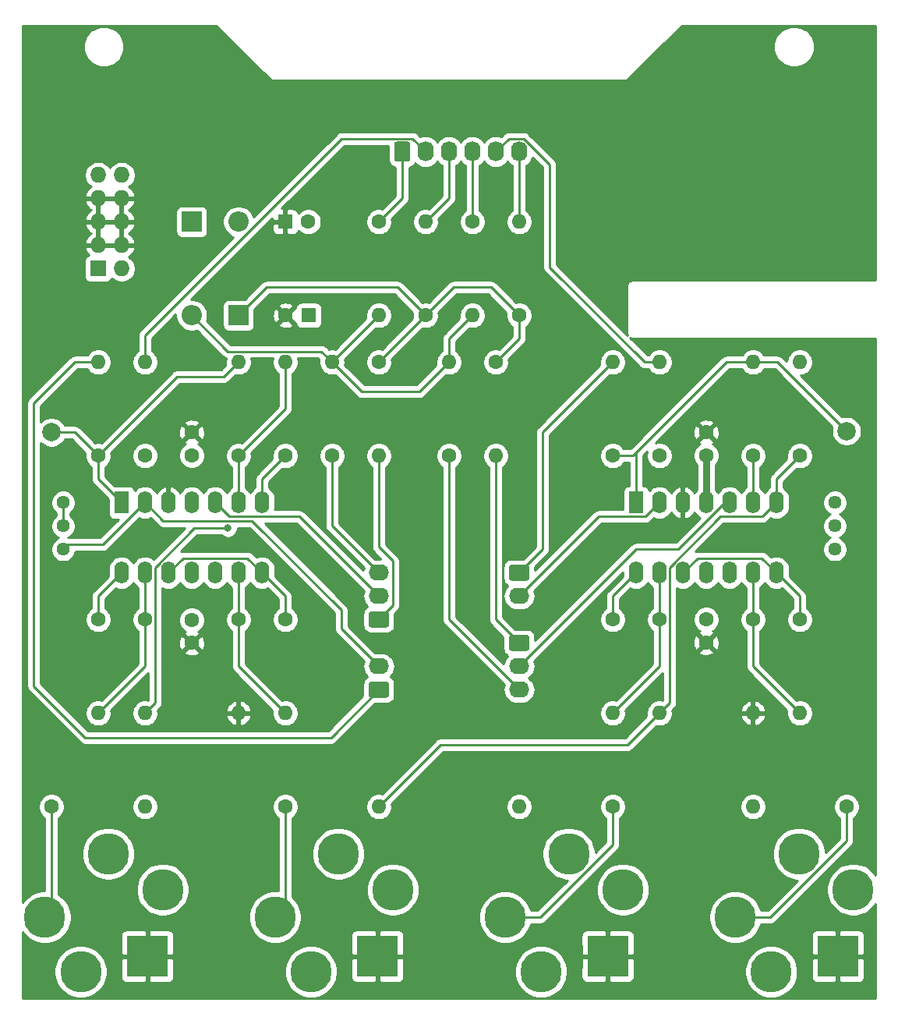
<source format=gbr>
%TF.GenerationSoftware,KiCad,Pcbnew,5.1.12-84ad8e8a86~92~ubuntu20.04.1*%
%TF.CreationDate,2021-11-30T23:55:42-05:00*%
%TF.ProjectId,joystick,6a6f7973-7469-4636-9b2e-6b696361645f,rev?*%
%TF.SameCoordinates,Original*%
%TF.FileFunction,Copper,L2,Bot*%
%TF.FilePolarity,Positive*%
%FSLAX46Y46*%
G04 Gerber Fmt 4.6, Leading zero omitted, Abs format (unit mm)*
G04 Created by KiCad (PCBNEW 5.1.12-84ad8e8a86~92~ubuntu20.04.1) date 2021-11-30 23:55:42*
%MOMM*%
%LPD*%
G01*
G04 APERTURE LIST*
%TA.AperFunction,ComponentPad*%
%ADD10C,1.440000*%
%TD*%
%TA.AperFunction,ComponentPad*%
%ADD11O,1.600000X2.400000*%
%TD*%
%TA.AperFunction,ComponentPad*%
%ADD12R,1.600000X2.400000*%
%TD*%
%TA.AperFunction,SMDPad,CuDef*%
%ADD13C,2.000000*%
%TD*%
%TA.AperFunction,ComponentPad*%
%ADD14C,1.600000*%
%TD*%
%TA.AperFunction,ComponentPad*%
%ADD15O,1.600000X1.600000*%
%TD*%
%TA.AperFunction,ComponentPad*%
%ADD16R,1.600000X1.600000*%
%TD*%
%TA.AperFunction,ComponentPad*%
%ADD17O,2.200000X1.740000*%
%TD*%
%TA.AperFunction,ComponentPad*%
%ADD18C,4.500001*%
%TD*%
%TA.AperFunction,ComponentPad*%
%ADD19C,4.500000*%
%TD*%
%TA.AperFunction,ComponentPad*%
%ADD20R,4.500001X4.500001*%
%TD*%
%TA.AperFunction,ComponentPad*%
%ADD21O,1.740000X2.190000*%
%TD*%
%TA.AperFunction,ComponentPad*%
%ADD22O,2.200000X2.200000*%
%TD*%
%TA.AperFunction,ComponentPad*%
%ADD23R,2.200000X2.200000*%
%TD*%
%TA.AperFunction,ComponentPad*%
%ADD24O,1.727200X1.727200*%
%TD*%
%TA.AperFunction,ComponentPad*%
%ADD25R,1.727200X1.727200*%
%TD*%
%TA.AperFunction,ViaPad*%
%ADD26C,0.800000*%
%TD*%
%TA.AperFunction,Conductor*%
%ADD27C,0.250000*%
%TD*%
%TA.AperFunction,Conductor*%
%ADD28C,0.750000*%
%TD*%
%TA.AperFunction,Conductor*%
%ADD29C,0.254000*%
%TD*%
%TA.AperFunction,Conductor*%
%ADD30C,0.100000*%
%TD*%
G04 APERTURE END LIST*
D10*
%TO.P,RV4,3*%
%TO.N,Net-(R17-Pad1)*%
X188910000Y-100480000D03*
%TO.P,RV4,2*%
X188910000Y-103020000D03*
%TO.P,RV4,1*%
%TO.N,YRANGEPOT_CCW*%
X188910000Y-105560000D03*
%TD*%
%TO.P,RV1,3*%
%TO.N,Net-(R3-Pad1)*%
X105090000Y-100480000D03*
%TO.P,RV1,2*%
X105090000Y-103020000D03*
%TO.P,RV1,1*%
%TO.N,XRANGEPOT_CCW*%
X105090000Y-105560000D03*
%TD*%
D11*
%TO.P,U2,14*%
%TO.N,Net-(R27-Pad1)*%
X167320000Y-108100000D03*
%TO.P,U2,7*%
%TO.N,Net-(R22-Pad1)*%
X182560000Y-100480000D03*
%TO.P,U2,13*%
%TO.N,Net-(R26-Pad1)*%
X169860000Y-108100000D03*
%TO.P,U2,6*%
%TO.N,Net-(R21-Pad1)*%
X180020000Y-100480000D03*
%TO.P,U2,12*%
%TO.N,Net-(R24-Pad1)*%
X172400000Y-108100000D03*
%TO.P,U2,5*%
%TO.N,YOFFPOT_WIPER*%
X177480000Y-100480000D03*
%TO.P,U2,11*%
%TO.N,-12V*%
X174940000Y-108100000D03*
%TO.P,U2,4*%
%TO.N,+12V*%
X174940000Y-100480000D03*
%TO.P,U2,10*%
%TO.N,YOFFPOT_WIPER*%
X177480000Y-108100000D03*
%TO.P,U2,3*%
%TO.N,GND*%
X172400000Y-100480000D03*
%TO.P,U2,9*%
%TO.N,Net-(R23-Pad1)*%
X180020000Y-108100000D03*
%TO.P,U2,2*%
%TO.N,YRANGEPOT_CCW*%
X169860000Y-100480000D03*
%TO.P,U2,8*%
%TO.N,Net-(R24-Pad1)*%
X182560000Y-108100000D03*
D12*
%TO.P,U2,1*%
%TO.N,Net-(R20-Pad1)*%
X167320000Y-100480000D03*
%TD*%
D13*
%TO.P,TP2,1*%
%TO.N,Net-(R20-Pad1)*%
X190180000Y-92733000D03*
%TD*%
%TO.P,TP1,1*%
%TO.N,Net-(R6-Pad1)*%
X103820000Y-92860000D03*
%TD*%
D14*
%TO.P,R20,1*%
%TO.N,Net-(R20-Pad1)*%
X164780000Y-95400000D03*
D15*
%TO.P,R20,2*%
%TO.N,YRANGEPOT_WIPER*%
X164780000Y-85240000D03*
%TD*%
D14*
%TO.P,C1,2*%
%TO.N,GND*%
X129260000Y-80160000D03*
D16*
%TO.P,C1,1*%
%TO.N,+12V*%
X131760000Y-80160000D03*
%TD*%
D14*
%TO.P,C2,2*%
%TO.N,-12V*%
X131720000Y-70000000D03*
D16*
%TO.P,C2,1*%
%TO.N,GND*%
X129220000Y-70000000D03*
%TD*%
D17*
%TO.P,J14,2*%
%TO.N,YRANGEPOT_CCW*%
X154620000Y-110640000D03*
%TO.P,J14,1*%
%TO.N,YRANGEPOT_WIPER*%
%TA.AperFunction,ComponentPad*%
G36*
G01*
X153769999Y-107230000D02*
X155470001Y-107230000D01*
G75*
G02*
X155720000Y-107479999I0J-249999D01*
G01*
X155720000Y-108720001D01*
G75*
G02*
X155470001Y-108970000I-249999J0D01*
G01*
X153769999Y-108970000D01*
G75*
G02*
X153520000Y-108720001I0J249999D01*
G01*
X153520000Y-107479999D01*
G75*
G02*
X153769999Y-107230000I249999J0D01*
G01*
G37*
%TD.AperFunction*%
%TD*%
%TO.P,J12,3*%
%TO.N,YOFFPOT_CCW*%
X154620000Y-120800000D03*
%TO.P,J12,2*%
%TO.N,YOFFPOT_WIPER*%
X154620000Y-118260000D03*
%TO.P,J12,1*%
%TO.N,YOFFPOT_CW*%
%TA.AperFunction,ComponentPad*%
G36*
G01*
X153769999Y-114850000D02*
X155470001Y-114850000D01*
G75*
G02*
X155720000Y-115099999I0J-249999D01*
G01*
X155720000Y-116340001D01*
G75*
G02*
X155470001Y-116590000I-249999J0D01*
G01*
X153769999Y-116590000D01*
G75*
G02*
X153520000Y-116340001I0J249999D01*
G01*
X153520000Y-115099999D01*
G75*
G02*
X153769999Y-114850000I249999J0D01*
G01*
G37*
%TD.AperFunction*%
%TD*%
%TO.P,J8,2*%
%TO.N,XRANGEPOT_CCW*%
X139380000Y-118260000D03*
%TO.P,J8,1*%
%TO.N,XRANGEPOT_WIPER*%
%TA.AperFunction,ComponentPad*%
G36*
G01*
X140230001Y-121670000D02*
X138529999Y-121670000D01*
G75*
G02*
X138280000Y-121420001I0J249999D01*
G01*
X138280000Y-120179999D01*
G75*
G02*
X138529999Y-119930000I249999J0D01*
G01*
X140230001Y-119930000D01*
G75*
G02*
X140480000Y-120179999I0J-249999D01*
G01*
X140480000Y-121420001D01*
G75*
G02*
X140230001Y-121670000I-249999J0D01*
G01*
G37*
%TD.AperFunction*%
%TD*%
%TO.P,J7,3*%
%TO.N,XOFFPOT_CCW*%
X139380000Y-108100000D03*
%TO.P,J7,2*%
%TO.N,XOFFPOT_WIPER*%
X139380000Y-110640000D03*
%TO.P,J7,1*%
%TO.N,XOFFPOT_CW*%
%TA.AperFunction,ComponentPad*%
G36*
G01*
X140230001Y-114050000D02*
X138529999Y-114050000D01*
G75*
G02*
X138280000Y-113800001I0J249999D01*
G01*
X138280000Y-112559999D01*
G75*
G02*
X138529999Y-112310000I249999J0D01*
G01*
X140230001Y-112310000D01*
G75*
G02*
X140480000Y-112559999I0J-249999D01*
G01*
X140480000Y-113800001D01*
G75*
G02*
X140230001Y-114050000I-249999J0D01*
G01*
G37*
%TD.AperFunction*%
%TD*%
D18*
%TO.P,J13,RN*%
%TO.N,N/C*%
X190900000Y-142500000D03*
D19*
%TO.P,J13,TN*%
X182000000Y-151400000D03*
D18*
%TO.P,J13,R*%
X185000000Y-138600000D03*
D20*
%TO.P,J13,S*%
%TO.N,GND*%
X189240000Y-149740000D03*
D19*
%TO.P,J13,T*%
%TO.N,/Y channel/~YOUT*%
X178100000Y-145500000D03*
%TD*%
D18*
%TO.P,J11,RN*%
%TO.N,N/C*%
X140900000Y-142500000D03*
D19*
%TO.P,J11,TN*%
X132000000Y-151400000D03*
D18*
%TO.P,J11,R*%
X135000000Y-138600000D03*
D20*
%TO.P,J11,S*%
%TO.N,GND*%
X139240000Y-149740000D03*
D19*
%TO.P,J11,T*%
%TO.N,/Y channel/YOUT*%
X128100000Y-145500000D03*
%TD*%
D18*
%TO.P,J6,RN*%
%TO.N,N/C*%
X165900000Y-142500000D03*
D19*
%TO.P,J6,TN*%
X157000000Y-151400000D03*
D18*
%TO.P,J6,R*%
X160000000Y-138600000D03*
D20*
%TO.P,J6,S*%
%TO.N,GND*%
X164240000Y-149740000D03*
D19*
%TO.P,J6,T*%
%TO.N,/~XOUT*%
X153100000Y-145500000D03*
%TD*%
D18*
%TO.P,J4,RN*%
%TO.N,N/C*%
X115900000Y-142500000D03*
D19*
%TO.P,J4,TN*%
X107000000Y-151400000D03*
D18*
%TO.P,J4,R*%
X110000000Y-138600000D03*
D20*
%TO.P,J4,S*%
%TO.N,GND*%
X114240000Y-149740000D03*
D19*
%TO.P,J4,T*%
%TO.N,/XOUT*%
X103100000Y-145500000D03*
%TD*%
D21*
%TO.P,J5,6*%
%TO.N,YPOT_CW*%
X154620000Y-62380000D03*
%TO.P,J5,5*%
%TO.N,YPOT_WIPER*%
X152080000Y-62380000D03*
%TO.P,J5,4*%
%TO.N,YPOT_CCW*%
X149540000Y-62380000D03*
%TO.P,J5,3*%
%TO.N,XPOT_CW*%
X147000000Y-62380000D03*
%TO.P,J5,2*%
%TO.N,XPOT_WIPER*%
X144460000Y-62380000D03*
%TO.P,J5,1*%
%TO.N,XPOT_CCW*%
%TA.AperFunction,ComponentPad*%
G36*
G01*
X141050000Y-63225001D02*
X141050000Y-61534999D01*
G75*
G02*
X141299999Y-61285000I249999J0D01*
G01*
X142540001Y-61285000D01*
G75*
G02*
X142790000Y-61534999I0J-249999D01*
G01*
X142790000Y-63225001D01*
G75*
G02*
X142540001Y-63475000I-249999J0D01*
G01*
X141299999Y-63475000D01*
G75*
G02*
X141050000Y-63225001I0J249999D01*
G01*
G37*
%TD.AperFunction*%
%TD*%
D14*
%TO.P,R28,1*%
%TO.N,/Y channel/~YOUT*%
X190180000Y-133500000D03*
D15*
%TO.P,R28,2*%
%TO.N,Net-(R27-Pad1)*%
X180020000Y-133500000D03*
%TD*%
D14*
%TO.P,R27,1*%
%TO.N,Net-(R27-Pad1)*%
X164780000Y-113180000D03*
D15*
%TO.P,R27,2*%
%TO.N,Net-(R26-Pad1)*%
X164780000Y-123340000D03*
%TD*%
D14*
%TO.P,R26,1*%
%TO.N,Net-(R26-Pad1)*%
X169860000Y-113180000D03*
D15*
%TO.P,R26,2*%
%TO.N,Net-(R22-Pad1)*%
X169860000Y-123340000D03*
%TD*%
D14*
%TO.P,R25,1*%
%TO.N,/Y channel/YOUT*%
X129220000Y-133500000D03*
D15*
%TO.P,R25,2*%
%TO.N,Net-(R22-Pad1)*%
X139380000Y-133500000D03*
%TD*%
D14*
%TO.P,R24,1*%
%TO.N,Net-(R24-Pad1)*%
X185100000Y-113180000D03*
D15*
%TO.P,R24,2*%
%TO.N,Net-(R23-Pad1)*%
X185100000Y-123340000D03*
%TD*%
D14*
%TO.P,R23,1*%
%TO.N,Net-(R23-Pad1)*%
X180020000Y-113180000D03*
D15*
%TO.P,R23,2*%
%TO.N,GND*%
X180020000Y-123340000D03*
%TD*%
D14*
%TO.P,R22,1*%
%TO.N,Net-(R22-Pad1)*%
X185100000Y-95400000D03*
D15*
%TO.P,R22,2*%
%TO.N,Net-(R21-Pad1)*%
X185100000Y-85240000D03*
%TD*%
D14*
%TO.P,R21,1*%
%TO.N,Net-(R21-Pad1)*%
X180020000Y-95400000D03*
D15*
%TO.P,R21,2*%
%TO.N,Net-(R20-Pad1)*%
X180020000Y-85240000D03*
%TD*%
D14*
%TO.P,R17,1*%
%TO.N,Net-(R17-Pad1)*%
X169860000Y-95400000D03*
D15*
%TO.P,R17,2*%
%TO.N,YPOT_WIPER*%
X169860000Y-85240000D03*
%TD*%
D14*
%TO.P,R19,1*%
%TO.N,YOFFPOT_CCW*%
X147000000Y-95400000D03*
D15*
%TO.P,R19,2*%
%TO.N,-12V*%
X147000000Y-85240000D03*
%TD*%
D14*
%TO.P,R18,1*%
%TO.N,+12V*%
X152080000Y-85240000D03*
D15*
%TO.P,R18,2*%
%TO.N,YOFFPOT_CW*%
X152080000Y-95400000D03*
%TD*%
D14*
%TO.P,R16,1*%
%TO.N,YPOT_CCW*%
X149540000Y-70000000D03*
D15*
%TO.P,R16,2*%
%TO.N,-12V*%
X149540000Y-80160000D03*
%TD*%
D14*
%TO.P,R15,1*%
%TO.N,+12V*%
X154620000Y-80160000D03*
D15*
%TO.P,R15,2*%
%TO.N,YPOT_CW*%
X154620000Y-70000000D03*
%TD*%
D14*
%TO.P,R14,1*%
%TO.N,/~XOUT*%
X164780000Y-133500000D03*
D15*
%TO.P,R14,2*%
%TO.N,Net-(R13-Pad1)*%
X154620000Y-133500000D03*
%TD*%
D14*
%TO.P,R13,1*%
%TO.N,Net-(R13-Pad1)*%
X108900000Y-113180000D03*
D15*
%TO.P,R13,2*%
%TO.N,Net-(R12-Pad1)*%
X108900000Y-123340000D03*
%TD*%
D14*
%TO.P,R12,1*%
%TO.N,Net-(R12-Pad1)*%
X113980000Y-113180000D03*
D15*
%TO.P,R12,2*%
%TO.N,Net-(R11-Pad2)*%
X113980000Y-123340000D03*
%TD*%
D14*
%TO.P,R11,1*%
%TO.N,/XOUT*%
X103820000Y-133500000D03*
D15*
%TO.P,R11,2*%
%TO.N,Net-(R11-Pad2)*%
X113980000Y-133500000D03*
%TD*%
D14*
%TO.P,R10,1*%
%TO.N,Net-(R10-Pad1)*%
X129220000Y-113180000D03*
D15*
%TO.P,R10,2*%
%TO.N,Net-(R10-Pad2)*%
X129220000Y-123340000D03*
%TD*%
D14*
%TO.P,R9,1*%
%TO.N,Net-(R10-Pad2)*%
X124140000Y-113180000D03*
D15*
%TO.P,R9,2*%
%TO.N,GND*%
X124140000Y-123340000D03*
%TD*%
D14*
%TO.P,R8,1*%
%TO.N,Net-(R11-Pad2)*%
X129220000Y-95400000D03*
D15*
%TO.P,R8,2*%
%TO.N,Net-(R7-Pad1)*%
X129220000Y-85240000D03*
%TD*%
D14*
%TO.P,R7,1*%
%TO.N,Net-(R7-Pad1)*%
X124140000Y-95400000D03*
D15*
%TO.P,R7,2*%
%TO.N,Net-(R6-Pad1)*%
X124140000Y-85240000D03*
%TD*%
D14*
%TO.P,R6,1*%
%TO.N,Net-(R6-Pad1)*%
X108900000Y-95400000D03*
D15*
%TO.P,R6,2*%
%TO.N,XRANGEPOT_WIPER*%
X108900000Y-85240000D03*
%TD*%
D14*
%TO.P,R3,1*%
%TO.N,Net-(R3-Pad1)*%
X113980000Y-95400000D03*
D15*
%TO.P,R3,2*%
%TO.N,XPOT_WIPER*%
X113980000Y-85240000D03*
%TD*%
D14*
%TO.P,C6,2*%
%TO.N,+12V*%
X174940000Y-95360000D03*
%TO.P,C6,1*%
%TO.N,GND*%
X174940000Y-92860000D03*
%TD*%
%TO.P,C5,2*%
%TO.N,GND*%
X174940000Y-115680000D03*
%TO.P,C5,1*%
%TO.N,-12V*%
X174940000Y-113180000D03*
%TD*%
%TO.P,R5,1*%
%TO.N,XOFFPOT_CCW*%
X134300000Y-95400000D03*
D15*
%TO.P,R5,2*%
%TO.N,-12V*%
X134300000Y-85240000D03*
%TD*%
D14*
%TO.P,R4,1*%
%TO.N,+12V*%
X139380000Y-85240000D03*
D15*
%TO.P,R4,2*%
%TO.N,XOFFPOT_CW*%
X139380000Y-95400000D03*
%TD*%
D14*
%TO.P,R2,1*%
%TO.N,XPOT_CCW*%
X139380000Y-70000000D03*
D15*
%TO.P,R2,2*%
%TO.N,-12V*%
X139380000Y-80160000D03*
%TD*%
D14*
%TO.P,R1,1*%
%TO.N,+12V*%
X144460000Y-80160000D03*
D15*
%TO.P,R1,2*%
%TO.N,XPOT_CW*%
X144460000Y-70000000D03*
%TD*%
D22*
%TO.P,D1,2*%
%TO.N,/+12_IN*%
X124140000Y-70000000D03*
D23*
%TO.P,D1,1*%
%TO.N,+12V*%
X124140000Y-80160000D03*
%TD*%
D22*
%TO.P,D2,2*%
%TO.N,-12V*%
X119060000Y-80160000D03*
D23*
%TO.P,D2,1*%
%TO.N,/-12_IN*%
X119060000Y-70000000D03*
%TD*%
D11*
%TO.P,U1,14*%
%TO.N,Net-(R13-Pad1)*%
X111440000Y-108100000D03*
%TO.P,U1,7*%
%TO.N,Net-(R11-Pad2)*%
X126680000Y-100480000D03*
%TO.P,U1,13*%
%TO.N,Net-(R12-Pad1)*%
X113980000Y-108100000D03*
%TO.P,U1,6*%
%TO.N,Net-(R7-Pad1)*%
X124140000Y-100480000D03*
%TO.P,U1,12*%
%TO.N,Net-(R10-Pad1)*%
X116520000Y-108100000D03*
%TO.P,U1,5*%
%TO.N,XOFFPOT_WIPER*%
X121600000Y-100480000D03*
%TO.P,U1,11*%
%TO.N,-12V*%
X119060000Y-108100000D03*
%TO.P,U1,4*%
%TO.N,+12V*%
X119060000Y-100480000D03*
%TO.P,U1,10*%
%TO.N,XOFFPOT_WIPER*%
X121600000Y-108100000D03*
%TO.P,U1,3*%
%TO.N,GND*%
X116520000Y-100480000D03*
%TO.P,U1,9*%
%TO.N,Net-(R10-Pad2)*%
X124140000Y-108100000D03*
%TO.P,U1,2*%
%TO.N,XRANGEPOT_CCW*%
X113980000Y-100480000D03*
%TO.P,U1,8*%
%TO.N,Net-(R10-Pad1)*%
X126680000Y-108100000D03*
D12*
%TO.P,U1,1*%
%TO.N,Net-(R6-Pad1)*%
X111440000Y-100480000D03*
%TD*%
D14*
%TO.P,C3,2*%
%TO.N,GND*%
X119060000Y-92860000D03*
%TO.P,C3,1*%
%TO.N,+12V*%
X119060000Y-95360000D03*
%TD*%
%TO.P,C4,2*%
%TO.N,-12V*%
X119060000Y-113220000D03*
%TO.P,C4,1*%
%TO.N,GND*%
X119060000Y-115720000D03*
%TD*%
D24*
%TO.P,J1,10*%
%TO.N,/+12_IN*%
X111440000Y-64920000D03*
%TO.P,J1,9*%
X108900000Y-64920000D03*
%TO.P,J1,8*%
%TO.N,GND*%
X111440000Y-67460000D03*
%TO.P,J1,7*%
X108900000Y-67460000D03*
%TO.P,J1,6*%
X111440000Y-70000000D03*
%TO.P,J1,5*%
X108900000Y-70000000D03*
%TO.P,J1,4*%
X111440000Y-72540000D03*
%TO.P,J1,3*%
X108900000Y-72540000D03*
%TO.P,J1,2*%
%TO.N,/-12_IN*%
X111440000Y-75080000D03*
D25*
%TO.P,J1,1*%
X108900000Y-75080000D03*
%TD*%
D26*
%TO.N,Net-(R11-Pad2)*%
X122997000Y-103274000D03*
%TD*%
D27*
%TO.N,+12V*%
X139380000Y-85240000D02*
X144460000Y-80160000D01*
X154620000Y-82700000D02*
X152080000Y-85240000D01*
X154620000Y-80160000D02*
X154620000Y-82700000D01*
X141412000Y-77112000D02*
X127188000Y-77112000D01*
X144460000Y-80160000D02*
X141412000Y-77112000D01*
X151572000Y-77112000D02*
X154620000Y-80160000D01*
X147508000Y-77112000D02*
X151572000Y-77112000D01*
X144460000Y-80160000D02*
X147508000Y-77112000D01*
D28*
X174940000Y-95360000D02*
X174940000Y-100480000D01*
D27*
X127188000Y-77112000D02*
X124140000Y-80160000D01*
%TO.N,-12V*%
X147000000Y-85240000D02*
X147000000Y-82700000D01*
X147000000Y-82700000D02*
X149540000Y-80160000D01*
X134300000Y-85240000D02*
X139380000Y-80160000D01*
X137512000Y-88452000D02*
X143788000Y-88452000D01*
X143788000Y-88452000D02*
X147000000Y-85240000D01*
X134300000Y-85240000D02*
X137512000Y-88452000D01*
X122964999Y-84064999D02*
X119060000Y-80160000D01*
X133124999Y-84064999D02*
X122964999Y-84064999D01*
X134300000Y-85240000D02*
X133124999Y-84064999D01*
%TO.N,/XOUT*%
X103820000Y-144780000D02*
X103100000Y-145500000D01*
X103820000Y-133500000D02*
X103820000Y-144780000D01*
%TO.N,/~XOUT*%
X156911002Y-145500000D02*
X153100000Y-145500000D01*
X164780000Y-137631002D02*
X156911002Y-145500000D01*
X164780000Y-133500000D02*
X164780000Y-137631002D01*
%TO.N,Net-(R6-Pad1)*%
X122564988Y-86815012D02*
X124140000Y-85240000D01*
X117484988Y-86815012D02*
X122564988Y-86815012D01*
X108900000Y-95400000D02*
X117484988Y-86815012D01*
X108900000Y-97940000D02*
X111440000Y-100480000D01*
X108900000Y-95400000D02*
X108900000Y-97940000D01*
X106360000Y-92860000D02*
X103820000Y-92860000D01*
X108900000Y-95400000D02*
X106360000Y-92860000D01*
%TO.N,Net-(R7-Pad1)*%
X129220000Y-90320000D02*
X124140000Y-95400000D01*
X129220000Y-85240000D02*
X129220000Y-90320000D01*
X124140000Y-100480000D02*
X124140000Y-95400000D01*
%TO.N,Net-(R10-Pad2)*%
X124140000Y-118260000D02*
X129220000Y-123340000D01*
X124140000Y-113180000D02*
X124140000Y-118260000D01*
X124140000Y-108100000D02*
X124140000Y-113180000D01*
%TO.N,Net-(R10-Pad1)*%
X129220000Y-110640000D02*
X126680000Y-108100000D01*
X129220000Y-113180000D02*
X129220000Y-110640000D01*
X118095010Y-106524990D02*
X116520000Y-108100000D01*
X125104990Y-106524990D02*
X118095010Y-106524990D01*
X126680000Y-108100000D02*
X125104990Y-106524990D01*
%TO.N,Net-(R20-Pad1)*%
X177146000Y-85240000D02*
X180020000Y-85240000D01*
X167320000Y-95066000D02*
X177146000Y-85240000D01*
X167320000Y-100480000D02*
X167320000Y-95066000D01*
X166986000Y-95400000D02*
X167320000Y-95066000D01*
X164780000Y-95400000D02*
X166986000Y-95400000D01*
X182687000Y-85240000D02*
X190180000Y-92733000D01*
X180020000Y-85240000D02*
X182687000Y-85240000D01*
%TO.N,Net-(R21-Pad1)*%
X180020000Y-100480000D02*
X180020000Y-95400000D01*
%TO.N,Net-(R22-Pad1)*%
X181034990Y-102005010D02*
X182560000Y-100480000D01*
X176503986Y-102005010D02*
X181034990Y-102005010D01*
X170985001Y-107523995D02*
X176503986Y-102005010D01*
X170985001Y-122214999D02*
X170985001Y-107523995D01*
X169860000Y-123340000D02*
X170985001Y-122214999D01*
X182560000Y-97940000D02*
X185100000Y-95400000D01*
X182560000Y-100480000D02*
X182560000Y-97940000D01*
X146111000Y-126769000D02*
X139380000Y-133500000D01*
X166431000Y-126769000D02*
X146111000Y-126769000D01*
X169860000Y-123340000D02*
X166431000Y-126769000D01*
%TO.N,Net-(R23-Pad1)*%
X180020000Y-113180000D02*
X180020000Y-108100000D01*
X180020000Y-118260000D02*
X185100000Y-123340000D01*
X180020000Y-113180000D02*
X180020000Y-118260000D01*
%TO.N,Net-(R24-Pad1)*%
X185100000Y-110640000D02*
X182560000Y-108100000D01*
X185100000Y-113180000D02*
X185100000Y-110640000D01*
X173975010Y-106524990D02*
X172400000Y-108100000D01*
X180984990Y-106524990D02*
X173975010Y-106524990D01*
X182560000Y-108100000D02*
X180984990Y-106524990D01*
%TO.N,Net-(R26-Pad1)*%
X169860000Y-113180000D02*
X169860000Y-108100000D01*
X169860000Y-118260000D02*
X169860000Y-113180000D01*
X164780000Y-123340000D02*
X169860000Y-118260000D01*
%TO.N,Net-(R27-Pad1)*%
X164780000Y-110640000D02*
X167320000Y-108100000D01*
X164780000Y-113180000D02*
X164780000Y-110640000D01*
%TO.N,YPOT_CW*%
X154620000Y-62380000D02*
X154620000Y-70000000D01*
%TO.N,YPOT_WIPER*%
X155114989Y-60959990D02*
X153500010Y-60959990D01*
X157922000Y-63767001D02*
X155114989Y-60959990D01*
X157922000Y-74922000D02*
X157922000Y-63767001D01*
X153500010Y-60959990D02*
X152080000Y-62380000D01*
X168240000Y-85240000D02*
X157922000Y-74922000D01*
X169860000Y-85240000D02*
X168240000Y-85240000D01*
%TO.N,YPOT_CCW*%
X149540000Y-62380000D02*
X149540000Y-70000000D01*
%TO.N,XPOT_CW*%
X147000000Y-67460000D02*
X144460000Y-70000000D01*
X147000000Y-62380000D02*
X147000000Y-67460000D01*
%TO.N,XPOT_WIPER*%
X113980000Y-82319000D02*
X113980000Y-85240000D01*
X135339010Y-60959990D02*
X113980000Y-82319000D01*
X143039990Y-60959990D02*
X135339010Y-60959990D01*
X144460000Y-62380000D02*
X143039990Y-60959990D01*
%TO.N,XPOT_CCW*%
X141920000Y-67460000D02*
X139380000Y-70000000D01*
X141920000Y-62380000D02*
X141920000Y-67460000D01*
%TO.N,YRANGEPOT_WIPER*%
X157160000Y-92860000D02*
X164780000Y-85240000D01*
X157160000Y-105560000D02*
X157160000Y-92860000D01*
X154620000Y-108100000D02*
X157160000Y-105560000D01*
%TO.N,YRANGEPOT_CCW*%
X163254999Y-102005001D02*
X154620000Y-110640000D01*
X168334999Y-102005001D02*
X163254999Y-102005001D01*
X169860000Y-100480000D02*
X168334999Y-102005001D01*
%TO.N,YOFFPOT_CW*%
X152080000Y-113180000D02*
X154620000Y-115720000D01*
X152080000Y-95400000D02*
X152080000Y-113180000D01*
%TO.N,YOFFPOT_WIPER*%
X167320000Y-105560000D02*
X154620000Y-118260000D01*
X171921715Y-105560000D02*
X167320000Y-105560000D01*
X177001715Y-100480000D02*
X171921715Y-105560000D01*
X177480000Y-100480000D02*
X177001715Y-100480000D01*
%TO.N,YOFFPOT_CCW*%
X147000000Y-113180000D02*
X154620000Y-120800000D01*
X147000000Y-95400000D02*
X147000000Y-113180000D01*
%TO.N,XRANGEPOT_WIPER*%
X134180000Y-126000000D02*
X139380000Y-120800000D01*
X107500000Y-126000000D02*
X134180000Y-126000000D01*
X101915000Y-120415000D02*
X107500000Y-126000000D01*
X101915000Y-89685000D02*
X101915000Y-120415000D01*
X106360000Y-85240000D02*
X101915000Y-89685000D01*
X108900000Y-85240000D02*
X106360000Y-85240000D01*
%TO.N,XRANGEPOT_CCW*%
X115955021Y-102455021D02*
X113980000Y-100480000D01*
X125607021Y-102455021D02*
X115955021Y-102455021D01*
X135316000Y-112164000D02*
X125607021Y-102455021D01*
X135316000Y-114196000D02*
X135316000Y-112164000D01*
X139380000Y-118260000D02*
X135316000Y-114196000D01*
X109420000Y-105040000D02*
X113980000Y-100480000D01*
X105610000Y-105040000D02*
X109420000Y-105040000D01*
X105090000Y-105560000D02*
X105610000Y-105040000D01*
%TO.N,XOFFPOT_CW*%
X140904000Y-111656000D02*
X139380000Y-113180000D01*
X139380000Y-105306000D02*
X140904000Y-106830000D01*
X140904000Y-106830000D02*
X140904000Y-111656000D01*
X139380000Y-95400000D02*
X139380000Y-105306000D01*
%TO.N,XOFFPOT_WIPER*%
X123125010Y-102005010D02*
X121600000Y-100480000D01*
X130745010Y-102005010D02*
X123125010Y-102005010D01*
X139380000Y-110640000D02*
X130745010Y-102005010D01*
%TO.N,XOFFPOT_CCW*%
X134300000Y-103020000D02*
X139380000Y-108100000D01*
X134300000Y-95400000D02*
X134300000Y-103020000D01*
%TO.N,/Y channel/YOUT*%
X129220000Y-144380000D02*
X128100000Y-145500000D01*
X129220000Y-133500000D02*
X129220000Y-144380000D01*
%TO.N,/Y channel/~YOUT*%
X181911002Y-145500000D02*
X178100000Y-145500000D01*
X190180000Y-137231002D02*
X181911002Y-145500000D01*
X190180000Y-133500000D02*
X190180000Y-137231002D01*
%TO.N,Net-(R11-Pad2)*%
X126680000Y-97940000D02*
X129220000Y-95400000D01*
X126680000Y-100480000D02*
X126680000Y-97940000D01*
X119354996Y-103274000D02*
X122997000Y-103274000D01*
X115105001Y-107523995D02*
X119354996Y-103274000D01*
X113980000Y-123340000D02*
X115105001Y-122214999D01*
X115105001Y-122214999D02*
X115105001Y-107523995D01*
%TO.N,Net-(R12-Pad1)*%
X113980000Y-108100000D02*
X113980000Y-113180000D01*
X113980000Y-118260000D02*
X108900000Y-123340000D01*
X113980000Y-113180000D02*
X113980000Y-118260000D01*
%TO.N,Net-(R13-Pad1)*%
X108900000Y-110640000D02*
X111440000Y-108100000D01*
X108900000Y-113180000D02*
X108900000Y-110640000D01*
%TO.N,Net-(R3-Pad1)*%
X105090000Y-100480000D02*
X105090000Y-103020000D01*
%TD*%
D29*
%TO.N,GND*%
X127491842Y-54460578D02*
X127513289Y-54486711D01*
X127617593Y-54572312D01*
X127736594Y-54635919D01*
X127826547Y-54663206D01*
X127865716Y-54675088D01*
X127878766Y-54676373D01*
X127966353Y-54685000D01*
X127966360Y-54685000D01*
X127999999Y-54688313D01*
X128033638Y-54685000D01*
X165966361Y-54685000D01*
X166000000Y-54688313D01*
X166033639Y-54685000D01*
X166033647Y-54685000D01*
X166134283Y-54675088D01*
X166263406Y-54635919D01*
X166382407Y-54572312D01*
X166486711Y-54486711D01*
X166508158Y-54460578D01*
X170188864Y-50779872D01*
X182265000Y-50779872D01*
X182265000Y-51220128D01*
X182350890Y-51651925D01*
X182519369Y-52058669D01*
X182763962Y-52424729D01*
X183075271Y-52736038D01*
X183441331Y-52980631D01*
X183848075Y-53149110D01*
X184279872Y-53235000D01*
X184720128Y-53235000D01*
X185151925Y-53149110D01*
X185558669Y-52980631D01*
X185924729Y-52736038D01*
X186236038Y-52424729D01*
X186480631Y-52058669D01*
X186649110Y-51651925D01*
X186735000Y-51220128D01*
X186735000Y-50779872D01*
X186649110Y-50348075D01*
X186480631Y-49941331D01*
X186236038Y-49575271D01*
X185924729Y-49263962D01*
X185558669Y-49019369D01*
X185151925Y-48850890D01*
X184720128Y-48765000D01*
X184279872Y-48765000D01*
X183848075Y-48850890D01*
X183441331Y-49019369D01*
X183075271Y-49263962D01*
X182763962Y-49575271D01*
X182519369Y-49941331D01*
X182350890Y-50348075D01*
X182265000Y-50779872D01*
X170188864Y-50779872D01*
X172283736Y-48685000D01*
X193315001Y-48685000D01*
X193315000Y-76315000D01*
X167033647Y-76315000D01*
X167000000Y-76311686D01*
X166966353Y-76315000D01*
X166865717Y-76324912D01*
X166736594Y-76364081D01*
X166617593Y-76427688D01*
X166513289Y-76513289D01*
X166427688Y-76617593D01*
X166364081Y-76736594D01*
X166324912Y-76865717D01*
X166311686Y-77000000D01*
X166315000Y-77033646D01*
X166315001Y-81966343D01*
X166311686Y-82000000D01*
X166324912Y-82134283D01*
X166364081Y-82263406D01*
X166393790Y-82318989D01*
X158682000Y-74607199D01*
X158682000Y-63804323D01*
X158685676Y-63767000D01*
X158682000Y-63729677D01*
X158682000Y-63729668D01*
X158671003Y-63618015D01*
X158627546Y-63474754D01*
X158586656Y-63398255D01*
X158556974Y-63342724D01*
X158485799Y-63255998D01*
X158462001Y-63227000D01*
X158433003Y-63203202D01*
X155678793Y-60448993D01*
X155654990Y-60419989D01*
X155539265Y-60325016D01*
X155407236Y-60254444D01*
X155263975Y-60210987D01*
X155152322Y-60199990D01*
X155152311Y-60199990D01*
X155114989Y-60196314D01*
X155077667Y-60199990D01*
X153537332Y-60199990D01*
X153500009Y-60196314D01*
X153462686Y-60199990D01*
X153462677Y-60199990D01*
X153351024Y-60210987D01*
X153207763Y-60254444D01*
X153075734Y-60325016D01*
X153075732Y-60325017D01*
X153075733Y-60325017D01*
X152989006Y-60396191D01*
X152989002Y-60396195D01*
X152960009Y-60419989D01*
X152936215Y-60448982D01*
X152634663Y-60750535D01*
X152375031Y-60671776D01*
X152080000Y-60642718D01*
X151784968Y-60671776D01*
X151501275Y-60757834D01*
X151239821Y-60897583D01*
X151010655Y-61085655D01*
X150822583Y-61314822D01*
X150810000Y-61338363D01*
X150797417Y-61314821D01*
X150609345Y-61085655D01*
X150380178Y-60897583D01*
X150118724Y-60757834D01*
X149835031Y-60671776D01*
X149540000Y-60642718D01*
X149244968Y-60671776D01*
X148961275Y-60757834D01*
X148699821Y-60897583D01*
X148470655Y-61085655D01*
X148282583Y-61314822D01*
X148270000Y-61338363D01*
X148257417Y-61314821D01*
X148069345Y-61085655D01*
X147840178Y-60897583D01*
X147578724Y-60757834D01*
X147295031Y-60671776D01*
X147000000Y-60642718D01*
X146704968Y-60671776D01*
X146421275Y-60757834D01*
X146159821Y-60897583D01*
X145930655Y-61085655D01*
X145742583Y-61314822D01*
X145730000Y-61338363D01*
X145717417Y-61314821D01*
X145529345Y-61085655D01*
X145300178Y-60897583D01*
X145038724Y-60757834D01*
X144755031Y-60671776D01*
X144460000Y-60642718D01*
X144164968Y-60671776D01*
X143905336Y-60750535D01*
X143603793Y-60448992D01*
X143579991Y-60419989D01*
X143464266Y-60325016D01*
X143332237Y-60254444D01*
X143188976Y-60210987D01*
X143077323Y-60199990D01*
X143077312Y-60199990D01*
X143039990Y-60196314D01*
X143002668Y-60199990D01*
X135376343Y-60199990D01*
X135339010Y-60196313D01*
X135301677Y-60199990D01*
X135190024Y-60210987D01*
X135046763Y-60254444D01*
X134914734Y-60325016D01*
X134799009Y-60419989D01*
X134775211Y-60448987D01*
X125785466Y-69438732D01*
X125677537Y-69178169D01*
X125487663Y-68894002D01*
X125245998Y-68652337D01*
X124961831Y-68462463D01*
X124646081Y-68331675D01*
X124310883Y-68265000D01*
X123969117Y-68265000D01*
X123633919Y-68331675D01*
X123318169Y-68462463D01*
X123034002Y-68652337D01*
X122792337Y-68894002D01*
X122602463Y-69178169D01*
X122471675Y-69493919D01*
X122405000Y-69829117D01*
X122405000Y-70170883D01*
X122471675Y-70506081D01*
X122602463Y-70821831D01*
X122792337Y-71105998D01*
X123034002Y-71347663D01*
X123318169Y-71537537D01*
X123578733Y-71645466D01*
X113469003Y-81755196D01*
X113439999Y-81778999D01*
X113399519Y-81828325D01*
X113345026Y-81894724D01*
X113274455Y-82026753D01*
X113274454Y-82026754D01*
X113230997Y-82170015D01*
X113220000Y-82281668D01*
X113220000Y-82281678D01*
X113216324Y-82319000D01*
X113220000Y-82356323D01*
X113220001Y-84021956D01*
X113065241Y-84125363D01*
X112865363Y-84325241D01*
X112708320Y-84560273D01*
X112600147Y-84821426D01*
X112545000Y-85098665D01*
X112545000Y-85381335D01*
X112600147Y-85658574D01*
X112708320Y-85919727D01*
X112865363Y-86154759D01*
X113065241Y-86354637D01*
X113300273Y-86511680D01*
X113561426Y-86619853D01*
X113838665Y-86675000D01*
X114121335Y-86675000D01*
X114398574Y-86619853D01*
X114659727Y-86511680D01*
X114894759Y-86354637D01*
X115094637Y-86154759D01*
X115251680Y-85919727D01*
X115359853Y-85658574D01*
X115415000Y-85381335D01*
X115415000Y-85098665D01*
X115359853Y-84821426D01*
X115251680Y-84560273D01*
X115094637Y-84325241D01*
X114894759Y-84125363D01*
X114740000Y-84021957D01*
X114740000Y-82633801D01*
X117325000Y-80048801D01*
X117325000Y-80330883D01*
X117391675Y-80666081D01*
X117522463Y-80981831D01*
X117712337Y-81265998D01*
X117954002Y-81507663D01*
X118238169Y-81697537D01*
X118553919Y-81828325D01*
X118889117Y-81895000D01*
X119230883Y-81895000D01*
X119566081Y-81828325D01*
X119627912Y-81802714D01*
X122401199Y-84576001D01*
X122424998Y-84605000D01*
X122453996Y-84628798D01*
X122540723Y-84699973D01*
X122672752Y-84770545D01*
X122769115Y-84799776D01*
X122760147Y-84821426D01*
X122705000Y-85098665D01*
X122705000Y-85381335D01*
X122741312Y-85563886D01*
X122250187Y-86055012D01*
X117522310Y-86055012D01*
X117484987Y-86051336D01*
X117447664Y-86055012D01*
X117447655Y-86055012D01*
X117336002Y-86066009D01*
X117192741Y-86109466D01*
X117060712Y-86180038D01*
X117060710Y-86180039D01*
X117060711Y-86180039D01*
X116973984Y-86251213D01*
X116973980Y-86251217D01*
X116944987Y-86275011D01*
X116921193Y-86304004D01*
X109223887Y-94001312D01*
X109041335Y-93965000D01*
X108758665Y-93965000D01*
X108576114Y-94001312D01*
X106923804Y-92349003D01*
X106900001Y-92319999D01*
X106784276Y-92225026D01*
X106652247Y-92154454D01*
X106508986Y-92110997D01*
X106397333Y-92100000D01*
X106397322Y-92100000D01*
X106360000Y-92096324D01*
X106322678Y-92100000D01*
X105274909Y-92100000D01*
X105268918Y-92085537D01*
X105089987Y-91817748D01*
X104862252Y-91590013D01*
X104594463Y-91411082D01*
X104296912Y-91287832D01*
X103981033Y-91225000D01*
X103658967Y-91225000D01*
X103343088Y-91287832D01*
X103045537Y-91411082D01*
X102777748Y-91590013D01*
X102675000Y-91692761D01*
X102675000Y-89999801D01*
X106674802Y-86000000D01*
X107681957Y-86000000D01*
X107785363Y-86154759D01*
X107985241Y-86354637D01*
X108220273Y-86511680D01*
X108481426Y-86619853D01*
X108758665Y-86675000D01*
X109041335Y-86675000D01*
X109318574Y-86619853D01*
X109579727Y-86511680D01*
X109814759Y-86354637D01*
X110014637Y-86154759D01*
X110171680Y-85919727D01*
X110279853Y-85658574D01*
X110335000Y-85381335D01*
X110335000Y-85098665D01*
X110279853Y-84821426D01*
X110171680Y-84560273D01*
X110014637Y-84325241D01*
X109814759Y-84125363D01*
X109579727Y-83968320D01*
X109318574Y-83860147D01*
X109041335Y-83805000D01*
X108758665Y-83805000D01*
X108481426Y-83860147D01*
X108220273Y-83968320D01*
X107985241Y-84125363D01*
X107785363Y-84325241D01*
X107681957Y-84480000D01*
X106397322Y-84480000D01*
X106359999Y-84476324D01*
X106322676Y-84480000D01*
X106322667Y-84480000D01*
X106211014Y-84490997D01*
X106067753Y-84534454D01*
X105935724Y-84605026D01*
X105819999Y-84699999D01*
X105796201Y-84728997D01*
X101404003Y-89121196D01*
X101374999Y-89144999D01*
X101329039Y-89201002D01*
X101280026Y-89260724D01*
X101209455Y-89392753D01*
X101209454Y-89392754D01*
X101165997Y-89536015D01*
X101155000Y-89647668D01*
X101155000Y-89647678D01*
X101151324Y-89685000D01*
X101155000Y-89722322D01*
X101155001Y-120377667D01*
X101151324Y-120415000D01*
X101155001Y-120452333D01*
X101160460Y-120507753D01*
X101165998Y-120563985D01*
X101209454Y-120707246D01*
X101280026Y-120839276D01*
X101351201Y-120926002D01*
X101375000Y-120955001D01*
X101403998Y-120978799D01*
X106936201Y-126511003D01*
X106959999Y-126540001D01*
X107075724Y-126634974D01*
X107207753Y-126705546D01*
X107351014Y-126749003D01*
X107462667Y-126760000D01*
X107462675Y-126760000D01*
X107500000Y-126763676D01*
X107537325Y-126760000D01*
X134142678Y-126760000D01*
X134180000Y-126763676D01*
X134217322Y-126760000D01*
X134217333Y-126760000D01*
X134328986Y-126749003D01*
X134472247Y-126705546D01*
X134604276Y-126634974D01*
X134720001Y-126540001D01*
X134743804Y-126510997D01*
X138946730Y-122308072D01*
X140230001Y-122308072D01*
X140403255Y-122291008D01*
X140569851Y-122240472D01*
X140723387Y-122158405D01*
X140857962Y-122047962D01*
X140968405Y-121913387D01*
X141050472Y-121759851D01*
X141101008Y-121593255D01*
X141118072Y-121420001D01*
X141118072Y-120179999D01*
X141101008Y-120006745D01*
X141050472Y-119840149D01*
X140968405Y-119686613D01*
X140857962Y-119552038D01*
X140723387Y-119441595D01*
X140613886Y-119383066D01*
X140679345Y-119329345D01*
X140867417Y-119100179D01*
X141007166Y-118838725D01*
X141093224Y-118555032D01*
X141122282Y-118260000D01*
X141093224Y-117964968D01*
X141007166Y-117681275D01*
X140867417Y-117419821D01*
X140679345Y-117190655D01*
X140450179Y-117002583D01*
X140188725Y-116862834D01*
X139905032Y-116776776D01*
X139683936Y-116755000D01*
X139076064Y-116755000D01*
X138961122Y-116766321D01*
X136076000Y-113881199D01*
X136076000Y-112201325D01*
X136079676Y-112164000D01*
X136076000Y-112126675D01*
X136076000Y-112126667D01*
X136065003Y-112015014D01*
X136021546Y-111871753D01*
X135950974Y-111739724D01*
X135856001Y-111623999D01*
X135827003Y-111600201D01*
X126991811Y-102765010D01*
X130430209Y-102765010D01*
X137746699Y-110081500D01*
X137666776Y-110344968D01*
X137637718Y-110640000D01*
X137666776Y-110935032D01*
X137752834Y-111218725D01*
X137892583Y-111480179D01*
X138080655Y-111709345D01*
X138146114Y-111763066D01*
X138036613Y-111821595D01*
X137902038Y-111932038D01*
X137791595Y-112066613D01*
X137709528Y-112220149D01*
X137658992Y-112386745D01*
X137641928Y-112559999D01*
X137641928Y-113800001D01*
X137658992Y-113973255D01*
X137709528Y-114139851D01*
X137791595Y-114293387D01*
X137902038Y-114427962D01*
X138036613Y-114538405D01*
X138190149Y-114620472D01*
X138356745Y-114671008D01*
X138529999Y-114688072D01*
X140230001Y-114688072D01*
X140403255Y-114671008D01*
X140569851Y-114620472D01*
X140723387Y-114538405D01*
X140857962Y-114427962D01*
X140968405Y-114293387D01*
X141050472Y-114139851D01*
X141101008Y-113973255D01*
X141118072Y-113800001D01*
X141118072Y-112559999D01*
X141114193Y-112520610D01*
X141415008Y-112219795D01*
X141444001Y-112196001D01*
X141467795Y-112167008D01*
X141467799Y-112167004D01*
X141538973Y-112080277D01*
X141546945Y-112065363D01*
X141609546Y-111948247D01*
X141653003Y-111804986D01*
X141664000Y-111693333D01*
X141664000Y-111693324D01*
X141667676Y-111656001D01*
X141664000Y-111618678D01*
X141664000Y-106867322D01*
X141667676Y-106829999D01*
X141664000Y-106792676D01*
X141664000Y-106792667D01*
X141653003Y-106681014D01*
X141609546Y-106537753D01*
X141538974Y-106405724D01*
X141514584Y-106376005D01*
X141467799Y-106318996D01*
X141467795Y-106318992D01*
X141444001Y-106289999D01*
X141415009Y-106266206D01*
X140140000Y-104991199D01*
X140140000Y-96618043D01*
X140294759Y-96514637D01*
X140494637Y-96314759D01*
X140651680Y-96079727D01*
X140759853Y-95818574D01*
X140815000Y-95541335D01*
X140815000Y-95258665D01*
X140759853Y-94981426D01*
X140651680Y-94720273D01*
X140494637Y-94485241D01*
X140294759Y-94285363D01*
X140059727Y-94128320D01*
X139798574Y-94020147D01*
X139521335Y-93965000D01*
X139238665Y-93965000D01*
X138961426Y-94020147D01*
X138700273Y-94128320D01*
X138465241Y-94285363D01*
X138265363Y-94485241D01*
X138108320Y-94720273D01*
X138000147Y-94981426D01*
X137945000Y-95258665D01*
X137945000Y-95541335D01*
X138000147Y-95818574D01*
X138108320Y-96079727D01*
X138265363Y-96314759D01*
X138465241Y-96514637D01*
X138620000Y-96618044D01*
X138620001Y-105268668D01*
X138616324Y-105306000D01*
X138620001Y-105343333D01*
X138630998Y-105454986D01*
X138644180Y-105498442D01*
X138674454Y-105598246D01*
X138745026Y-105730276D01*
X138793222Y-105789002D01*
X138840000Y-105846001D01*
X138868998Y-105869799D01*
X139594198Y-106595000D01*
X139076064Y-106595000D01*
X138961123Y-106606321D01*
X135060000Y-102705199D01*
X135060000Y-96618043D01*
X135214759Y-96514637D01*
X135414637Y-96314759D01*
X135571680Y-96079727D01*
X135679853Y-95818574D01*
X135735000Y-95541335D01*
X135735000Y-95258665D01*
X135679853Y-94981426D01*
X135571680Y-94720273D01*
X135414637Y-94485241D01*
X135214759Y-94285363D01*
X134979727Y-94128320D01*
X134718574Y-94020147D01*
X134441335Y-93965000D01*
X134158665Y-93965000D01*
X133881426Y-94020147D01*
X133620273Y-94128320D01*
X133385241Y-94285363D01*
X133185363Y-94485241D01*
X133028320Y-94720273D01*
X132920147Y-94981426D01*
X132865000Y-95258665D01*
X132865000Y-95541335D01*
X132920147Y-95818574D01*
X133028320Y-96079727D01*
X133185363Y-96314759D01*
X133385241Y-96514637D01*
X133540000Y-96618044D01*
X133540001Y-102982668D01*
X133536324Y-103020000D01*
X133540001Y-103057333D01*
X133550998Y-103168986D01*
X133564180Y-103212442D01*
X133594454Y-103312246D01*
X133665026Y-103444276D01*
X133736201Y-103531002D01*
X133760000Y-103560001D01*
X133788998Y-103583799D01*
X137746699Y-107541500D01*
X137666776Y-107804968D01*
X137662561Y-107847760D01*
X131308814Y-101494013D01*
X131285011Y-101465009D01*
X131169286Y-101370036D01*
X131037257Y-101299464D01*
X130893996Y-101256007D01*
X130782343Y-101245010D01*
X130782332Y-101245010D01*
X130745010Y-101241334D01*
X130707688Y-101245010D01*
X128068846Y-101245010D01*
X128094236Y-101161309D01*
X128115000Y-100950492D01*
X128115000Y-100009509D01*
X128094236Y-99798691D01*
X128012182Y-99528192D01*
X127878932Y-99278899D01*
X127699608Y-99060392D01*
X127481101Y-98881068D01*
X127440000Y-98859099D01*
X127440000Y-98254801D01*
X128896114Y-96798688D01*
X129078665Y-96835000D01*
X129361335Y-96835000D01*
X129638574Y-96779853D01*
X129899727Y-96671680D01*
X130134759Y-96514637D01*
X130334637Y-96314759D01*
X130491680Y-96079727D01*
X130599853Y-95818574D01*
X130655000Y-95541335D01*
X130655000Y-95258665D01*
X130599853Y-94981426D01*
X130491680Y-94720273D01*
X130334637Y-94485241D01*
X130134759Y-94285363D01*
X129899727Y-94128320D01*
X129638574Y-94020147D01*
X129361335Y-93965000D01*
X129078665Y-93965000D01*
X128801426Y-94020147D01*
X128540273Y-94128320D01*
X128305241Y-94285363D01*
X128105363Y-94485241D01*
X127948320Y-94720273D01*
X127840147Y-94981426D01*
X127785000Y-95258665D01*
X127785000Y-95541335D01*
X127821312Y-95723886D01*
X126168998Y-97376201D01*
X126140000Y-97399999D01*
X126116202Y-97428997D01*
X126116201Y-97428998D01*
X126045026Y-97515724D01*
X125974454Y-97647754D01*
X125930998Y-97791015D01*
X125916324Y-97940000D01*
X125920001Y-97977332D01*
X125920001Y-98859099D01*
X125878900Y-98881068D01*
X125660393Y-99060392D01*
X125481068Y-99278899D01*
X125410000Y-99411858D01*
X125338932Y-99278899D01*
X125159608Y-99060392D01*
X124941101Y-98881068D01*
X124900000Y-98859099D01*
X124900000Y-96618043D01*
X125054759Y-96514637D01*
X125254637Y-96314759D01*
X125411680Y-96079727D01*
X125519853Y-95818574D01*
X125575000Y-95541335D01*
X125575000Y-95258665D01*
X125538688Y-95076113D01*
X129731003Y-90883799D01*
X129760001Y-90860001D01*
X129786332Y-90827917D01*
X129854974Y-90744277D01*
X129925546Y-90612247D01*
X129969003Y-90468986D01*
X129980000Y-90357333D01*
X129980000Y-90357323D01*
X129983676Y-90320000D01*
X129980000Y-90282677D01*
X129980000Y-86458043D01*
X130134759Y-86354637D01*
X130334637Y-86154759D01*
X130491680Y-85919727D01*
X130599853Y-85658574D01*
X130655000Y-85381335D01*
X130655000Y-85098665D01*
X130600564Y-84824999D01*
X132810198Y-84824999D01*
X132901312Y-84916114D01*
X132865000Y-85098665D01*
X132865000Y-85381335D01*
X132920147Y-85658574D01*
X133028320Y-85919727D01*
X133185363Y-86154759D01*
X133385241Y-86354637D01*
X133620273Y-86511680D01*
X133881426Y-86619853D01*
X134158665Y-86675000D01*
X134441335Y-86675000D01*
X134623886Y-86638688D01*
X136948201Y-88963003D01*
X136971999Y-88992001D01*
X137000997Y-89015799D01*
X137087723Y-89086974D01*
X137219753Y-89157546D01*
X137363014Y-89201003D01*
X137474667Y-89212000D01*
X137474677Y-89212000D01*
X137512000Y-89215676D01*
X137549323Y-89212000D01*
X143750678Y-89212000D01*
X143788000Y-89215676D01*
X143825322Y-89212000D01*
X143825333Y-89212000D01*
X143936986Y-89201003D01*
X144080247Y-89157546D01*
X144212276Y-89086974D01*
X144328001Y-88992001D01*
X144351804Y-88962997D01*
X146676114Y-86638688D01*
X146858665Y-86675000D01*
X147141335Y-86675000D01*
X147418574Y-86619853D01*
X147679727Y-86511680D01*
X147914759Y-86354637D01*
X148114637Y-86154759D01*
X148271680Y-85919727D01*
X148379853Y-85658574D01*
X148435000Y-85381335D01*
X148435000Y-85098665D01*
X148379853Y-84821426D01*
X148271680Y-84560273D01*
X148114637Y-84325241D01*
X147914759Y-84125363D01*
X147760000Y-84021957D01*
X147760000Y-83014801D01*
X149216114Y-81558688D01*
X149398665Y-81595000D01*
X149681335Y-81595000D01*
X149958574Y-81539853D01*
X150219727Y-81431680D01*
X150454759Y-81274637D01*
X150654637Y-81074759D01*
X150811680Y-80839727D01*
X150919853Y-80578574D01*
X150975000Y-80301335D01*
X150975000Y-80018665D01*
X150919853Y-79741426D01*
X150811680Y-79480273D01*
X150654637Y-79245241D01*
X150454759Y-79045363D01*
X150219727Y-78888320D01*
X149958574Y-78780147D01*
X149681335Y-78725000D01*
X149398665Y-78725000D01*
X149121426Y-78780147D01*
X148860273Y-78888320D01*
X148625241Y-79045363D01*
X148425363Y-79245241D01*
X148268320Y-79480273D01*
X148160147Y-79741426D01*
X148105000Y-80018665D01*
X148105000Y-80301335D01*
X148141312Y-80483886D01*
X146488998Y-82136201D01*
X146460000Y-82159999D01*
X146436202Y-82188997D01*
X146436201Y-82188998D01*
X146365026Y-82275724D01*
X146294454Y-82407754D01*
X146276184Y-82467985D01*
X146250998Y-82551014D01*
X146240001Y-82662667D01*
X146236324Y-82700000D01*
X146240001Y-82737332D01*
X146240000Y-84021956D01*
X146085241Y-84125363D01*
X145885363Y-84325241D01*
X145728320Y-84560273D01*
X145620147Y-84821426D01*
X145565000Y-85098665D01*
X145565000Y-85381335D01*
X145601312Y-85563886D01*
X143473199Y-87692000D01*
X137826802Y-87692000D01*
X135698688Y-85563886D01*
X135735000Y-85381335D01*
X135735000Y-85098665D01*
X135698688Y-84916113D01*
X139056114Y-81558688D01*
X139238665Y-81595000D01*
X139521335Y-81595000D01*
X139798574Y-81539853D01*
X140059727Y-81431680D01*
X140294759Y-81274637D01*
X140494637Y-81074759D01*
X140651680Y-80839727D01*
X140759853Y-80578574D01*
X140815000Y-80301335D01*
X140815000Y-80018665D01*
X140759853Y-79741426D01*
X140651680Y-79480273D01*
X140494637Y-79245241D01*
X140294759Y-79045363D01*
X140059727Y-78888320D01*
X139798574Y-78780147D01*
X139521335Y-78725000D01*
X139238665Y-78725000D01*
X138961426Y-78780147D01*
X138700273Y-78888320D01*
X138465241Y-79045363D01*
X138265363Y-79245241D01*
X138108320Y-79480273D01*
X138000147Y-79741426D01*
X137945000Y-80018665D01*
X137945000Y-80301335D01*
X137981312Y-80483886D01*
X134623887Y-83841312D01*
X134441335Y-83805000D01*
X134158665Y-83805000D01*
X133976114Y-83841312D01*
X133688803Y-83554002D01*
X133665000Y-83524998D01*
X133549275Y-83430025D01*
X133417246Y-83359453D01*
X133273985Y-83315996D01*
X133162332Y-83304999D01*
X133162321Y-83304999D01*
X133124999Y-83301323D01*
X133087677Y-83304999D01*
X123279801Y-83304999D01*
X120702714Y-80727912D01*
X120728325Y-80666081D01*
X120795000Y-80330883D01*
X120795000Y-79989117D01*
X120728325Y-79653919D01*
X120597537Y-79338169D01*
X120411671Y-79060000D01*
X122401928Y-79060000D01*
X122401928Y-81260000D01*
X122414188Y-81384482D01*
X122450498Y-81504180D01*
X122509463Y-81614494D01*
X122588815Y-81711185D01*
X122685506Y-81790537D01*
X122795820Y-81849502D01*
X122915518Y-81885812D01*
X123040000Y-81898072D01*
X125240000Y-81898072D01*
X125364482Y-81885812D01*
X125484180Y-81849502D01*
X125594494Y-81790537D01*
X125691185Y-81711185D01*
X125770537Y-81614494D01*
X125829502Y-81504180D01*
X125865812Y-81384482D01*
X125878072Y-81260000D01*
X125878072Y-81152702D01*
X128446903Y-81152702D01*
X128518486Y-81396671D01*
X128773996Y-81517571D01*
X129048184Y-81586300D01*
X129330512Y-81600217D01*
X129610130Y-81558787D01*
X129876292Y-81463603D01*
X130001514Y-81396671D01*
X130073097Y-81152702D01*
X129260000Y-80339605D01*
X128446903Y-81152702D01*
X125878072Y-81152702D01*
X125878072Y-80230512D01*
X127819783Y-80230512D01*
X127861213Y-80510130D01*
X127956397Y-80776292D01*
X128023329Y-80901514D01*
X128267298Y-80973097D01*
X129080395Y-80160000D01*
X129439605Y-80160000D01*
X130252702Y-80973097D01*
X130321928Y-80952785D01*
X130321928Y-80960000D01*
X130334188Y-81084482D01*
X130370498Y-81204180D01*
X130429463Y-81314494D01*
X130508815Y-81411185D01*
X130605506Y-81490537D01*
X130715820Y-81549502D01*
X130835518Y-81585812D01*
X130960000Y-81598072D01*
X132560000Y-81598072D01*
X132684482Y-81585812D01*
X132804180Y-81549502D01*
X132914494Y-81490537D01*
X133011185Y-81411185D01*
X133090537Y-81314494D01*
X133149502Y-81204180D01*
X133185812Y-81084482D01*
X133198072Y-80960000D01*
X133198072Y-79360000D01*
X133185812Y-79235518D01*
X133149502Y-79115820D01*
X133090537Y-79005506D01*
X133011185Y-78908815D01*
X132914494Y-78829463D01*
X132804180Y-78770498D01*
X132684482Y-78734188D01*
X132560000Y-78721928D01*
X130960000Y-78721928D01*
X130835518Y-78734188D01*
X130715820Y-78770498D01*
X130605506Y-78829463D01*
X130508815Y-78908815D01*
X130429463Y-79005506D01*
X130370498Y-79115820D01*
X130334188Y-79235518D01*
X130321928Y-79360000D01*
X130321928Y-79367215D01*
X130252702Y-79346903D01*
X129439605Y-80160000D01*
X129080395Y-80160000D01*
X128267298Y-79346903D01*
X128023329Y-79418486D01*
X127902429Y-79673996D01*
X127833700Y-79948184D01*
X127819783Y-80230512D01*
X125878072Y-80230512D01*
X125878072Y-79496729D01*
X126207503Y-79167298D01*
X128446903Y-79167298D01*
X129260000Y-79980395D01*
X130073097Y-79167298D01*
X130001514Y-78923329D01*
X129746004Y-78802429D01*
X129471816Y-78733700D01*
X129189488Y-78719783D01*
X128909870Y-78761213D01*
X128643708Y-78856397D01*
X128518486Y-78923329D01*
X128446903Y-79167298D01*
X126207503Y-79167298D01*
X127502802Y-77872000D01*
X141097199Y-77872000D01*
X143061312Y-79836114D01*
X143025000Y-80018665D01*
X143025000Y-80301335D01*
X143061312Y-80483886D01*
X139703887Y-83841312D01*
X139521335Y-83805000D01*
X139238665Y-83805000D01*
X138961426Y-83860147D01*
X138700273Y-83968320D01*
X138465241Y-84125363D01*
X138265363Y-84325241D01*
X138108320Y-84560273D01*
X138000147Y-84821426D01*
X137945000Y-85098665D01*
X137945000Y-85381335D01*
X138000147Y-85658574D01*
X138108320Y-85919727D01*
X138265363Y-86154759D01*
X138465241Y-86354637D01*
X138700273Y-86511680D01*
X138961426Y-86619853D01*
X139238665Y-86675000D01*
X139521335Y-86675000D01*
X139798574Y-86619853D01*
X140059727Y-86511680D01*
X140294759Y-86354637D01*
X140494637Y-86154759D01*
X140651680Y-85919727D01*
X140759853Y-85658574D01*
X140815000Y-85381335D01*
X140815000Y-85098665D01*
X140778688Y-84916113D01*
X144136114Y-81558688D01*
X144318665Y-81595000D01*
X144601335Y-81595000D01*
X144878574Y-81539853D01*
X145139727Y-81431680D01*
X145374759Y-81274637D01*
X145574637Y-81074759D01*
X145731680Y-80839727D01*
X145839853Y-80578574D01*
X145895000Y-80301335D01*
X145895000Y-80018665D01*
X145858688Y-79836114D01*
X147822802Y-77872000D01*
X151257199Y-77872000D01*
X153221312Y-79836114D01*
X153185000Y-80018665D01*
X153185000Y-80301335D01*
X153240147Y-80578574D01*
X153348320Y-80839727D01*
X153505363Y-81074759D01*
X153705241Y-81274637D01*
X153860000Y-81378044D01*
X153860001Y-82385196D01*
X152403886Y-83841312D01*
X152221335Y-83805000D01*
X151938665Y-83805000D01*
X151661426Y-83860147D01*
X151400273Y-83968320D01*
X151165241Y-84125363D01*
X150965363Y-84325241D01*
X150808320Y-84560273D01*
X150700147Y-84821426D01*
X150645000Y-85098665D01*
X150645000Y-85381335D01*
X150700147Y-85658574D01*
X150808320Y-85919727D01*
X150965363Y-86154759D01*
X151165241Y-86354637D01*
X151400273Y-86511680D01*
X151661426Y-86619853D01*
X151938665Y-86675000D01*
X152221335Y-86675000D01*
X152498574Y-86619853D01*
X152759727Y-86511680D01*
X152994759Y-86354637D01*
X153194637Y-86154759D01*
X153351680Y-85919727D01*
X153459853Y-85658574D01*
X153515000Y-85381335D01*
X153515000Y-85098665D01*
X153478688Y-84916114D01*
X155131008Y-83263795D01*
X155160001Y-83240001D01*
X155183795Y-83211008D01*
X155183799Y-83211004D01*
X155254973Y-83124277D01*
X155254974Y-83124276D01*
X155325546Y-82992247D01*
X155369003Y-82848986D01*
X155380000Y-82737333D01*
X155380000Y-82737324D01*
X155383676Y-82700001D01*
X155380000Y-82662678D01*
X155380000Y-81378043D01*
X155534759Y-81274637D01*
X155734637Y-81074759D01*
X155891680Y-80839727D01*
X155999853Y-80578574D01*
X156055000Y-80301335D01*
X156055000Y-80018665D01*
X155999853Y-79741426D01*
X155891680Y-79480273D01*
X155734637Y-79245241D01*
X155534759Y-79045363D01*
X155299727Y-78888320D01*
X155038574Y-78780147D01*
X154761335Y-78725000D01*
X154478665Y-78725000D01*
X154296114Y-78761312D01*
X152135804Y-76601003D01*
X152112001Y-76571999D01*
X151996276Y-76477026D01*
X151864247Y-76406454D01*
X151720986Y-76362997D01*
X151609333Y-76352000D01*
X151609322Y-76352000D01*
X151572000Y-76348324D01*
X151534678Y-76352000D01*
X147545323Y-76352000D01*
X147508000Y-76348324D01*
X147470677Y-76352000D01*
X147470667Y-76352000D01*
X147359014Y-76362997D01*
X147215753Y-76406454D01*
X147083723Y-76477026D01*
X147039537Y-76513289D01*
X146967999Y-76571999D01*
X146944201Y-76600997D01*
X144783886Y-78761312D01*
X144601335Y-78725000D01*
X144318665Y-78725000D01*
X144136114Y-78761312D01*
X141975804Y-76601003D01*
X141952001Y-76571999D01*
X141836276Y-76477026D01*
X141704247Y-76406454D01*
X141560986Y-76362997D01*
X141449333Y-76352000D01*
X141449322Y-76352000D01*
X141412000Y-76348324D01*
X141374678Y-76352000D01*
X127225323Y-76352000D01*
X127188000Y-76348324D01*
X127150677Y-76352000D01*
X127150667Y-76352000D01*
X127039014Y-76362997D01*
X126895753Y-76406454D01*
X126763723Y-76477026D01*
X126719537Y-76513289D01*
X126647999Y-76571999D01*
X126624201Y-76600997D01*
X124803271Y-78421928D01*
X123040000Y-78421928D01*
X122915518Y-78434188D01*
X122795820Y-78470498D01*
X122685506Y-78529463D01*
X122588815Y-78608815D01*
X122509463Y-78705506D01*
X122450498Y-78815820D01*
X122414188Y-78935518D01*
X122401928Y-79060000D01*
X120411671Y-79060000D01*
X120407663Y-79054002D01*
X120165998Y-78812337D01*
X119881831Y-78622463D01*
X119566081Y-78491675D01*
X119230883Y-78425000D01*
X118948801Y-78425000D01*
X126573801Y-70800000D01*
X127781928Y-70800000D01*
X127794188Y-70924482D01*
X127830498Y-71044180D01*
X127889463Y-71154494D01*
X127968815Y-71251185D01*
X128065506Y-71330537D01*
X128175820Y-71389502D01*
X128295518Y-71425812D01*
X128420000Y-71438072D01*
X128934250Y-71435000D01*
X129093000Y-71276250D01*
X129093000Y-70127000D01*
X127943750Y-70127000D01*
X127785000Y-70285750D01*
X127781928Y-70800000D01*
X126573801Y-70800000D01*
X127784255Y-69589547D01*
X127785000Y-69714250D01*
X127943750Y-69873000D01*
X129093000Y-69873000D01*
X129093000Y-68723750D01*
X129347000Y-68723750D01*
X129347000Y-69873000D01*
X129367000Y-69873000D01*
X129367000Y-70127000D01*
X129347000Y-70127000D01*
X129347000Y-71276250D01*
X129505750Y-71435000D01*
X130020000Y-71438072D01*
X130144482Y-71425812D01*
X130264180Y-71389502D01*
X130374494Y-71330537D01*
X130471185Y-71251185D01*
X130550537Y-71154494D01*
X130609502Y-71044180D01*
X130638661Y-70948057D01*
X130805241Y-71114637D01*
X131040273Y-71271680D01*
X131301426Y-71379853D01*
X131578665Y-71435000D01*
X131861335Y-71435000D01*
X132138574Y-71379853D01*
X132399727Y-71271680D01*
X132634759Y-71114637D01*
X132834637Y-70914759D01*
X132991680Y-70679727D01*
X133099853Y-70418574D01*
X133155000Y-70141335D01*
X133155000Y-69858665D01*
X133099853Y-69581426D01*
X132991680Y-69320273D01*
X132834637Y-69085241D01*
X132634759Y-68885363D01*
X132399727Y-68728320D01*
X132138574Y-68620147D01*
X131861335Y-68565000D01*
X131578665Y-68565000D01*
X131301426Y-68620147D01*
X131040273Y-68728320D01*
X130805241Y-68885363D01*
X130638661Y-69051943D01*
X130609502Y-68955820D01*
X130550537Y-68845506D01*
X130471185Y-68748815D01*
X130374494Y-68669463D01*
X130264180Y-68610498D01*
X130144482Y-68574188D01*
X130020000Y-68561928D01*
X129505750Y-68565000D01*
X129347000Y-68723750D01*
X129093000Y-68723750D01*
X128934250Y-68565000D01*
X128809547Y-68564255D01*
X135653812Y-61719990D01*
X140411928Y-61719990D01*
X140411928Y-63225001D01*
X140428992Y-63398255D01*
X140479528Y-63564851D01*
X140561595Y-63718387D01*
X140672038Y-63852962D01*
X140806613Y-63963405D01*
X140960149Y-64045472D01*
X141126745Y-64096008D01*
X141160000Y-64099283D01*
X141160001Y-67145196D01*
X139703886Y-68601312D01*
X139521335Y-68565000D01*
X139238665Y-68565000D01*
X138961426Y-68620147D01*
X138700273Y-68728320D01*
X138465241Y-68885363D01*
X138265363Y-69085241D01*
X138108320Y-69320273D01*
X138000147Y-69581426D01*
X137945000Y-69858665D01*
X137945000Y-70141335D01*
X138000147Y-70418574D01*
X138108320Y-70679727D01*
X138265363Y-70914759D01*
X138465241Y-71114637D01*
X138700273Y-71271680D01*
X138961426Y-71379853D01*
X139238665Y-71435000D01*
X139521335Y-71435000D01*
X139798574Y-71379853D01*
X140059727Y-71271680D01*
X140294759Y-71114637D01*
X140494637Y-70914759D01*
X140651680Y-70679727D01*
X140759853Y-70418574D01*
X140815000Y-70141335D01*
X140815000Y-69858665D01*
X140778688Y-69676114D01*
X142431008Y-68023795D01*
X142460001Y-68000001D01*
X142483795Y-67971008D01*
X142483799Y-67971004D01*
X142554973Y-67884277D01*
X142589851Y-67819026D01*
X142625546Y-67752247D01*
X142669003Y-67608986D01*
X142680000Y-67497333D01*
X142680000Y-67497324D01*
X142683676Y-67460001D01*
X142680000Y-67422678D01*
X142680000Y-64099283D01*
X142713255Y-64096008D01*
X142879851Y-64045472D01*
X143033387Y-63963405D01*
X143167962Y-63852962D01*
X143278405Y-63718387D01*
X143336934Y-63608886D01*
X143390655Y-63674345D01*
X143619822Y-63862417D01*
X143881276Y-64002166D01*
X144164969Y-64088224D01*
X144460000Y-64117282D01*
X144755032Y-64088224D01*
X145038725Y-64002166D01*
X145300179Y-63862417D01*
X145529345Y-63674345D01*
X145717417Y-63445179D01*
X145730000Y-63421638D01*
X145742583Y-63445179D01*
X145930655Y-63674345D01*
X146159822Y-63862417D01*
X146240000Y-63905273D01*
X146240001Y-67145196D01*
X144783886Y-68601312D01*
X144601335Y-68565000D01*
X144318665Y-68565000D01*
X144041426Y-68620147D01*
X143780273Y-68728320D01*
X143545241Y-68885363D01*
X143345363Y-69085241D01*
X143188320Y-69320273D01*
X143080147Y-69581426D01*
X143025000Y-69858665D01*
X143025000Y-70141335D01*
X143080147Y-70418574D01*
X143188320Y-70679727D01*
X143345363Y-70914759D01*
X143545241Y-71114637D01*
X143780273Y-71271680D01*
X144041426Y-71379853D01*
X144318665Y-71435000D01*
X144601335Y-71435000D01*
X144878574Y-71379853D01*
X145139727Y-71271680D01*
X145374759Y-71114637D01*
X145574637Y-70914759D01*
X145731680Y-70679727D01*
X145839853Y-70418574D01*
X145895000Y-70141335D01*
X145895000Y-69858665D01*
X145858688Y-69676114D01*
X147511008Y-68023795D01*
X147540001Y-68000001D01*
X147563795Y-67971008D01*
X147563799Y-67971004D01*
X147634973Y-67884277D01*
X147669851Y-67819026D01*
X147705546Y-67752247D01*
X147749003Y-67608986D01*
X147760000Y-67497333D01*
X147760000Y-67497324D01*
X147763676Y-67460001D01*
X147760000Y-67422678D01*
X147760000Y-63905273D01*
X147840179Y-63862417D01*
X148069345Y-63674345D01*
X148257417Y-63445179D01*
X148270000Y-63421638D01*
X148282583Y-63445179D01*
X148470655Y-63674345D01*
X148699822Y-63862417D01*
X148780000Y-63905273D01*
X148780001Y-68781956D01*
X148625241Y-68885363D01*
X148425363Y-69085241D01*
X148268320Y-69320273D01*
X148160147Y-69581426D01*
X148105000Y-69858665D01*
X148105000Y-70141335D01*
X148160147Y-70418574D01*
X148268320Y-70679727D01*
X148425363Y-70914759D01*
X148625241Y-71114637D01*
X148860273Y-71271680D01*
X149121426Y-71379853D01*
X149398665Y-71435000D01*
X149681335Y-71435000D01*
X149958574Y-71379853D01*
X150219727Y-71271680D01*
X150454759Y-71114637D01*
X150654637Y-70914759D01*
X150811680Y-70679727D01*
X150919853Y-70418574D01*
X150975000Y-70141335D01*
X150975000Y-69858665D01*
X150919853Y-69581426D01*
X150811680Y-69320273D01*
X150654637Y-69085241D01*
X150454759Y-68885363D01*
X150300000Y-68781957D01*
X150300000Y-63905273D01*
X150380179Y-63862417D01*
X150609345Y-63674345D01*
X150797417Y-63445179D01*
X150810000Y-63421638D01*
X150822583Y-63445179D01*
X151010655Y-63674345D01*
X151239822Y-63862417D01*
X151501276Y-64002166D01*
X151784969Y-64088224D01*
X152080000Y-64117282D01*
X152375032Y-64088224D01*
X152658725Y-64002166D01*
X152920179Y-63862417D01*
X153149345Y-63674345D01*
X153337417Y-63445179D01*
X153350000Y-63421638D01*
X153362583Y-63445179D01*
X153550655Y-63674345D01*
X153779822Y-63862417D01*
X153860000Y-63905273D01*
X153860001Y-68781956D01*
X153705241Y-68885363D01*
X153505363Y-69085241D01*
X153348320Y-69320273D01*
X153240147Y-69581426D01*
X153185000Y-69858665D01*
X153185000Y-70141335D01*
X153240147Y-70418574D01*
X153348320Y-70679727D01*
X153505363Y-70914759D01*
X153705241Y-71114637D01*
X153940273Y-71271680D01*
X154201426Y-71379853D01*
X154478665Y-71435000D01*
X154761335Y-71435000D01*
X155038574Y-71379853D01*
X155299727Y-71271680D01*
X155534759Y-71114637D01*
X155734637Y-70914759D01*
X155891680Y-70679727D01*
X155999853Y-70418574D01*
X156055000Y-70141335D01*
X156055000Y-69858665D01*
X155999853Y-69581426D01*
X155891680Y-69320273D01*
X155734637Y-69085241D01*
X155534759Y-68885363D01*
X155380000Y-68781957D01*
X155380000Y-63905273D01*
X155460179Y-63862417D01*
X155689345Y-63674345D01*
X155877417Y-63445179D01*
X156017166Y-63183724D01*
X156074597Y-62994400D01*
X157162001Y-64081804D01*
X157162000Y-74884678D01*
X157158324Y-74922000D01*
X157162000Y-74959322D01*
X157162000Y-74959332D01*
X157172997Y-75070985D01*
X157216454Y-75214246D01*
X157287026Y-75346276D01*
X157326871Y-75394826D01*
X157381999Y-75462001D01*
X157411003Y-75485804D01*
X167676200Y-85751002D01*
X167699999Y-85780001D01*
X167728997Y-85803799D01*
X167815724Y-85874974D01*
X167947753Y-85945546D01*
X168091014Y-85989003D01*
X168240000Y-86003677D01*
X168277333Y-86000000D01*
X168641957Y-86000000D01*
X168745363Y-86154759D01*
X168945241Y-86354637D01*
X169180273Y-86511680D01*
X169441426Y-86619853D01*
X169718665Y-86675000D01*
X170001335Y-86675000D01*
X170278574Y-86619853D01*
X170539727Y-86511680D01*
X170774759Y-86354637D01*
X170974637Y-86154759D01*
X171131680Y-85919727D01*
X171239853Y-85658574D01*
X171295000Y-85381335D01*
X171295000Y-85098665D01*
X171239853Y-84821426D01*
X171131680Y-84560273D01*
X170974637Y-84325241D01*
X170774759Y-84125363D01*
X170539727Y-83968320D01*
X170278574Y-83860147D01*
X170001335Y-83805000D01*
X169718665Y-83805000D01*
X169441426Y-83860147D01*
X169180273Y-83968320D01*
X168945241Y-84125363D01*
X168745363Y-84325241D01*
X168641957Y-84480000D01*
X168554802Y-84480000D01*
X166681011Y-82606210D01*
X166736594Y-82635919D01*
X166865717Y-82675088D01*
X166966353Y-82685000D01*
X167000000Y-82688314D01*
X167033647Y-82685000D01*
X193315001Y-82685000D01*
X193315000Y-140921440D01*
X193140926Y-140660920D01*
X192739080Y-140259074D01*
X192266560Y-139943346D01*
X191741523Y-139725869D01*
X191184148Y-139615000D01*
X190615852Y-139615000D01*
X190058477Y-139725869D01*
X189533440Y-139943346D01*
X189060920Y-140259074D01*
X188659074Y-140660920D01*
X188343346Y-141133440D01*
X188125869Y-141658477D01*
X188015000Y-142215852D01*
X188015000Y-142784148D01*
X188125869Y-143341523D01*
X188343346Y-143866560D01*
X188659074Y-144339080D01*
X189060920Y-144740926D01*
X189533440Y-145056654D01*
X190058477Y-145274131D01*
X190615852Y-145385000D01*
X191184148Y-145385000D01*
X191741523Y-145274131D01*
X192266560Y-145056654D01*
X192739080Y-144740926D01*
X193140926Y-144339080D01*
X193315000Y-144078560D01*
X193315000Y-154315000D01*
X100685000Y-154315000D01*
X100685000Y-151115852D01*
X104115000Y-151115852D01*
X104115000Y-151684148D01*
X104225869Y-152241523D01*
X104443346Y-152766560D01*
X104759074Y-153239080D01*
X105160920Y-153640926D01*
X105633440Y-153956654D01*
X106158477Y-154174131D01*
X106715852Y-154285000D01*
X107284148Y-154285000D01*
X107841523Y-154174131D01*
X108366560Y-153956654D01*
X108839080Y-153640926D01*
X109240926Y-153239080D01*
X109556654Y-152766560D01*
X109774131Y-152241523D01*
X109824162Y-151990000D01*
X111351928Y-151990000D01*
X111364188Y-152114482D01*
X111400498Y-152234180D01*
X111459463Y-152344494D01*
X111538815Y-152441185D01*
X111635506Y-152520537D01*
X111745820Y-152579502D01*
X111865518Y-152615812D01*
X111990000Y-152628072D01*
X113954250Y-152625000D01*
X114113000Y-152466250D01*
X114113000Y-149867000D01*
X114367000Y-149867000D01*
X114367000Y-152466250D01*
X114525750Y-152625000D01*
X116490000Y-152628072D01*
X116614482Y-152615812D01*
X116734180Y-152579502D01*
X116844494Y-152520537D01*
X116941185Y-152441185D01*
X117020537Y-152344494D01*
X117079502Y-152234180D01*
X117115812Y-152114482D01*
X117128072Y-151990000D01*
X117126705Y-151115852D01*
X129115000Y-151115852D01*
X129115000Y-151684148D01*
X129225869Y-152241523D01*
X129443346Y-152766560D01*
X129759074Y-153239080D01*
X130160920Y-153640926D01*
X130633440Y-153956654D01*
X131158477Y-154174131D01*
X131715852Y-154285000D01*
X132284148Y-154285000D01*
X132841523Y-154174131D01*
X133366560Y-153956654D01*
X133839080Y-153640926D01*
X134240926Y-153239080D01*
X134556654Y-152766560D01*
X134774131Y-152241523D01*
X134824162Y-151990000D01*
X136351928Y-151990000D01*
X136364188Y-152114482D01*
X136400498Y-152234180D01*
X136459463Y-152344494D01*
X136538815Y-152441185D01*
X136635506Y-152520537D01*
X136745820Y-152579502D01*
X136865518Y-152615812D01*
X136990000Y-152628072D01*
X138954250Y-152625000D01*
X139113000Y-152466250D01*
X139113000Y-149867000D01*
X139367000Y-149867000D01*
X139367000Y-152466250D01*
X139525750Y-152625000D01*
X141490000Y-152628072D01*
X141614482Y-152615812D01*
X141734180Y-152579502D01*
X141844494Y-152520537D01*
X141941185Y-152441185D01*
X142020537Y-152344494D01*
X142079502Y-152234180D01*
X142115812Y-152114482D01*
X142128072Y-151990000D01*
X142126705Y-151115852D01*
X154115000Y-151115852D01*
X154115000Y-151684148D01*
X154225869Y-152241523D01*
X154443346Y-152766560D01*
X154759074Y-153239080D01*
X155160920Y-153640926D01*
X155633440Y-153956654D01*
X156158477Y-154174131D01*
X156715852Y-154285000D01*
X157284148Y-154285000D01*
X157841523Y-154174131D01*
X158366560Y-153956654D01*
X158839080Y-153640926D01*
X159240926Y-153239080D01*
X159556654Y-152766560D01*
X159774131Y-152241523D01*
X159824162Y-151990000D01*
X161351928Y-151990000D01*
X161364188Y-152114482D01*
X161400498Y-152234180D01*
X161459463Y-152344494D01*
X161538815Y-152441185D01*
X161635506Y-152520537D01*
X161745820Y-152579502D01*
X161865518Y-152615812D01*
X161990000Y-152628072D01*
X163954250Y-152625000D01*
X164113000Y-152466250D01*
X164113000Y-149867000D01*
X164367000Y-149867000D01*
X164367000Y-152466250D01*
X164525750Y-152625000D01*
X166490000Y-152628072D01*
X166614482Y-152615812D01*
X166734180Y-152579502D01*
X166844494Y-152520537D01*
X166941185Y-152441185D01*
X167020537Y-152344494D01*
X167079502Y-152234180D01*
X167115812Y-152114482D01*
X167128072Y-151990000D01*
X167126705Y-151115852D01*
X179115000Y-151115852D01*
X179115000Y-151684148D01*
X179225869Y-152241523D01*
X179443346Y-152766560D01*
X179759074Y-153239080D01*
X180160920Y-153640926D01*
X180633440Y-153956654D01*
X181158477Y-154174131D01*
X181715852Y-154285000D01*
X182284148Y-154285000D01*
X182841523Y-154174131D01*
X183366560Y-153956654D01*
X183839080Y-153640926D01*
X184240926Y-153239080D01*
X184556654Y-152766560D01*
X184774131Y-152241523D01*
X184824162Y-151990000D01*
X186351928Y-151990000D01*
X186364188Y-152114482D01*
X186400498Y-152234180D01*
X186459463Y-152344494D01*
X186538815Y-152441185D01*
X186635506Y-152520537D01*
X186745820Y-152579502D01*
X186865518Y-152615812D01*
X186990000Y-152628072D01*
X188954250Y-152625000D01*
X189113000Y-152466250D01*
X189113000Y-149867000D01*
X189367000Y-149867000D01*
X189367000Y-152466250D01*
X189525750Y-152625000D01*
X191490000Y-152628072D01*
X191614482Y-152615812D01*
X191734180Y-152579502D01*
X191844494Y-152520537D01*
X191941185Y-152441185D01*
X192020537Y-152344494D01*
X192079502Y-152234180D01*
X192115812Y-152114482D01*
X192128072Y-151990000D01*
X192125000Y-150025750D01*
X191966250Y-149867000D01*
X189367000Y-149867000D01*
X189113000Y-149867000D01*
X186513750Y-149867000D01*
X186355000Y-150025750D01*
X186351928Y-151990000D01*
X184824162Y-151990000D01*
X184885000Y-151684148D01*
X184885000Y-151115852D01*
X184774131Y-150558477D01*
X184556654Y-150033440D01*
X184240926Y-149560920D01*
X183839080Y-149159074D01*
X183366560Y-148843346D01*
X182841523Y-148625869D01*
X182284148Y-148515000D01*
X181715852Y-148515000D01*
X181158477Y-148625869D01*
X180633440Y-148843346D01*
X180160920Y-149159074D01*
X179759074Y-149560920D01*
X179443346Y-150033440D01*
X179225869Y-150558477D01*
X179115000Y-151115852D01*
X167126705Y-151115852D01*
X167125000Y-150025750D01*
X166966250Y-149867000D01*
X164367000Y-149867000D01*
X164113000Y-149867000D01*
X161513750Y-149867000D01*
X161355000Y-150025750D01*
X161351928Y-151990000D01*
X159824162Y-151990000D01*
X159885000Y-151684148D01*
X159885000Y-151115852D01*
X159774131Y-150558477D01*
X159556654Y-150033440D01*
X159240926Y-149560920D01*
X158839080Y-149159074D01*
X158366560Y-148843346D01*
X157841523Y-148625869D01*
X157284148Y-148515000D01*
X156715852Y-148515000D01*
X156158477Y-148625869D01*
X155633440Y-148843346D01*
X155160920Y-149159074D01*
X154759074Y-149560920D01*
X154443346Y-150033440D01*
X154225869Y-150558477D01*
X154115000Y-151115852D01*
X142126705Y-151115852D01*
X142125000Y-150025750D01*
X141966250Y-149867000D01*
X139367000Y-149867000D01*
X139113000Y-149867000D01*
X136513750Y-149867000D01*
X136355000Y-150025750D01*
X136351928Y-151990000D01*
X134824162Y-151990000D01*
X134885000Y-151684148D01*
X134885000Y-151115852D01*
X134774131Y-150558477D01*
X134556654Y-150033440D01*
X134240926Y-149560920D01*
X133839080Y-149159074D01*
X133366560Y-148843346D01*
X132841523Y-148625869D01*
X132284148Y-148515000D01*
X131715852Y-148515000D01*
X131158477Y-148625869D01*
X130633440Y-148843346D01*
X130160920Y-149159074D01*
X129759074Y-149560920D01*
X129443346Y-150033440D01*
X129225869Y-150558477D01*
X129115000Y-151115852D01*
X117126705Y-151115852D01*
X117125000Y-150025750D01*
X116966250Y-149867000D01*
X114367000Y-149867000D01*
X114113000Y-149867000D01*
X111513750Y-149867000D01*
X111355000Y-150025750D01*
X111351928Y-151990000D01*
X109824162Y-151990000D01*
X109885000Y-151684148D01*
X109885000Y-151115852D01*
X109774131Y-150558477D01*
X109556654Y-150033440D01*
X109240926Y-149560920D01*
X108839080Y-149159074D01*
X108366560Y-148843346D01*
X107841523Y-148625869D01*
X107284148Y-148515000D01*
X106715852Y-148515000D01*
X106158477Y-148625869D01*
X105633440Y-148843346D01*
X105160920Y-149159074D01*
X104759074Y-149560920D01*
X104443346Y-150033440D01*
X104225869Y-150558477D01*
X104115000Y-151115852D01*
X100685000Y-151115852D01*
X100685000Y-147078560D01*
X100859074Y-147339080D01*
X101260920Y-147740926D01*
X101733440Y-148056654D01*
X102258477Y-148274131D01*
X102815852Y-148385000D01*
X103384148Y-148385000D01*
X103941523Y-148274131D01*
X104466560Y-148056654D01*
X104939080Y-147740926D01*
X105190006Y-147490000D01*
X111351928Y-147490000D01*
X111355000Y-149454250D01*
X111513750Y-149613000D01*
X114113000Y-149613000D01*
X114113000Y-147013750D01*
X114367000Y-147013750D01*
X114367000Y-149613000D01*
X116966250Y-149613000D01*
X117125000Y-149454250D01*
X117128072Y-147490000D01*
X117115812Y-147365518D01*
X117079502Y-147245820D01*
X117020537Y-147135506D01*
X116941185Y-147038815D01*
X116844494Y-146959463D01*
X116734180Y-146900498D01*
X116614482Y-146864188D01*
X116490000Y-146851928D01*
X114525750Y-146855000D01*
X114367000Y-147013750D01*
X114113000Y-147013750D01*
X113954250Y-146855000D01*
X111990000Y-146851928D01*
X111865518Y-146864188D01*
X111745820Y-146900498D01*
X111635506Y-146959463D01*
X111538815Y-147038815D01*
X111459463Y-147135506D01*
X111400498Y-147245820D01*
X111364188Y-147365518D01*
X111351928Y-147490000D01*
X105190006Y-147490000D01*
X105340926Y-147339080D01*
X105656654Y-146866560D01*
X105874131Y-146341523D01*
X105985000Y-145784148D01*
X105985000Y-145215852D01*
X105874131Y-144658477D01*
X105656654Y-144133440D01*
X105340926Y-143660920D01*
X104939080Y-143259074D01*
X104580000Y-143019144D01*
X104580000Y-142215852D01*
X113015000Y-142215852D01*
X113015000Y-142784148D01*
X113125869Y-143341523D01*
X113343346Y-143866560D01*
X113659074Y-144339080D01*
X114060920Y-144740926D01*
X114533440Y-145056654D01*
X115058477Y-145274131D01*
X115615852Y-145385000D01*
X116184148Y-145385000D01*
X116741523Y-145274131D01*
X116882221Y-145215852D01*
X125215000Y-145215852D01*
X125215000Y-145784148D01*
X125325869Y-146341523D01*
X125543346Y-146866560D01*
X125859074Y-147339080D01*
X126260920Y-147740926D01*
X126733440Y-148056654D01*
X127258477Y-148274131D01*
X127815852Y-148385000D01*
X128384148Y-148385000D01*
X128941523Y-148274131D01*
X129466560Y-148056654D01*
X129939080Y-147740926D01*
X130190006Y-147490000D01*
X136351928Y-147490000D01*
X136355000Y-149454250D01*
X136513750Y-149613000D01*
X139113000Y-149613000D01*
X139113000Y-147013750D01*
X139367000Y-147013750D01*
X139367000Y-149613000D01*
X141966250Y-149613000D01*
X142125000Y-149454250D01*
X142128072Y-147490000D01*
X142115812Y-147365518D01*
X142079502Y-147245820D01*
X142020537Y-147135506D01*
X141941185Y-147038815D01*
X141844494Y-146959463D01*
X141734180Y-146900498D01*
X141614482Y-146864188D01*
X141490000Y-146851928D01*
X139525750Y-146855000D01*
X139367000Y-147013750D01*
X139113000Y-147013750D01*
X138954250Y-146855000D01*
X136990000Y-146851928D01*
X136865518Y-146864188D01*
X136745820Y-146900498D01*
X136635506Y-146959463D01*
X136538815Y-147038815D01*
X136459463Y-147135506D01*
X136400498Y-147245820D01*
X136364188Y-147365518D01*
X136351928Y-147490000D01*
X130190006Y-147490000D01*
X130340926Y-147339080D01*
X130656654Y-146866560D01*
X130874131Y-146341523D01*
X130985000Y-145784148D01*
X130985000Y-145215852D01*
X130874131Y-144658477D01*
X130656654Y-144133440D01*
X130340926Y-143660920D01*
X129980000Y-143299994D01*
X129980000Y-142215852D01*
X138015000Y-142215852D01*
X138015000Y-142784148D01*
X138125869Y-143341523D01*
X138343346Y-143866560D01*
X138659074Y-144339080D01*
X139060920Y-144740926D01*
X139533440Y-145056654D01*
X140058477Y-145274131D01*
X140615852Y-145385000D01*
X141184148Y-145385000D01*
X141741523Y-145274131D01*
X141882221Y-145215852D01*
X150215000Y-145215852D01*
X150215000Y-145784148D01*
X150325869Y-146341523D01*
X150543346Y-146866560D01*
X150859074Y-147339080D01*
X151260920Y-147740926D01*
X151733440Y-148056654D01*
X152258477Y-148274131D01*
X152815852Y-148385000D01*
X153384148Y-148385000D01*
X153941523Y-148274131D01*
X154466560Y-148056654D01*
X154939080Y-147740926D01*
X155190006Y-147490000D01*
X161351928Y-147490000D01*
X161355000Y-149454250D01*
X161513750Y-149613000D01*
X164113000Y-149613000D01*
X164113000Y-147013750D01*
X164367000Y-147013750D01*
X164367000Y-149613000D01*
X166966250Y-149613000D01*
X167125000Y-149454250D01*
X167128072Y-147490000D01*
X167115812Y-147365518D01*
X167079502Y-147245820D01*
X167020537Y-147135506D01*
X166941185Y-147038815D01*
X166844494Y-146959463D01*
X166734180Y-146900498D01*
X166614482Y-146864188D01*
X166490000Y-146851928D01*
X164525750Y-146855000D01*
X164367000Y-147013750D01*
X164113000Y-147013750D01*
X163954250Y-146855000D01*
X161990000Y-146851928D01*
X161865518Y-146864188D01*
X161745820Y-146900498D01*
X161635506Y-146959463D01*
X161538815Y-147038815D01*
X161459463Y-147135506D01*
X161400498Y-147245820D01*
X161364188Y-147365518D01*
X161351928Y-147490000D01*
X155190006Y-147490000D01*
X155340926Y-147339080D01*
X155656654Y-146866560D01*
X155874131Y-146341523D01*
X155890347Y-146260000D01*
X156873680Y-146260000D01*
X156911002Y-146263676D01*
X156948324Y-146260000D01*
X156948335Y-146260000D01*
X157059988Y-146249003D01*
X157203249Y-146205546D01*
X157335278Y-146134974D01*
X157451003Y-146040001D01*
X157474806Y-146010997D01*
X161269951Y-142215852D01*
X163015000Y-142215852D01*
X163015000Y-142784148D01*
X163125869Y-143341523D01*
X163343346Y-143866560D01*
X163659074Y-144339080D01*
X164060920Y-144740926D01*
X164533440Y-145056654D01*
X165058477Y-145274131D01*
X165615852Y-145385000D01*
X166184148Y-145385000D01*
X166741523Y-145274131D01*
X166882221Y-145215852D01*
X175215000Y-145215852D01*
X175215000Y-145784148D01*
X175325869Y-146341523D01*
X175543346Y-146866560D01*
X175859074Y-147339080D01*
X176260920Y-147740926D01*
X176733440Y-148056654D01*
X177258477Y-148274131D01*
X177815852Y-148385000D01*
X178384148Y-148385000D01*
X178941523Y-148274131D01*
X179466560Y-148056654D01*
X179939080Y-147740926D01*
X180190006Y-147490000D01*
X186351928Y-147490000D01*
X186355000Y-149454250D01*
X186513750Y-149613000D01*
X189113000Y-149613000D01*
X189113000Y-147013750D01*
X189367000Y-147013750D01*
X189367000Y-149613000D01*
X191966250Y-149613000D01*
X192125000Y-149454250D01*
X192128072Y-147490000D01*
X192115812Y-147365518D01*
X192079502Y-147245820D01*
X192020537Y-147135506D01*
X191941185Y-147038815D01*
X191844494Y-146959463D01*
X191734180Y-146900498D01*
X191614482Y-146864188D01*
X191490000Y-146851928D01*
X189525750Y-146855000D01*
X189367000Y-147013750D01*
X189113000Y-147013750D01*
X188954250Y-146855000D01*
X186990000Y-146851928D01*
X186865518Y-146864188D01*
X186745820Y-146900498D01*
X186635506Y-146959463D01*
X186538815Y-147038815D01*
X186459463Y-147135506D01*
X186400498Y-147245820D01*
X186364188Y-147365518D01*
X186351928Y-147490000D01*
X180190006Y-147490000D01*
X180340926Y-147339080D01*
X180656654Y-146866560D01*
X180874131Y-146341523D01*
X180890347Y-146260000D01*
X181873680Y-146260000D01*
X181911002Y-146263676D01*
X181948324Y-146260000D01*
X181948335Y-146260000D01*
X182059988Y-146249003D01*
X182203249Y-146205546D01*
X182335278Y-146134974D01*
X182451003Y-146040001D01*
X182474806Y-146010997D01*
X190691003Y-137794801D01*
X190720001Y-137771003D01*
X190746332Y-137738919D01*
X190814974Y-137655279D01*
X190885546Y-137523249D01*
X190929003Y-137379988D01*
X190940000Y-137268335D01*
X190940000Y-137268326D01*
X190943676Y-137231003D01*
X190940000Y-137193680D01*
X190940000Y-134718043D01*
X191094759Y-134614637D01*
X191294637Y-134414759D01*
X191451680Y-134179727D01*
X191559853Y-133918574D01*
X191615000Y-133641335D01*
X191615000Y-133358665D01*
X191559853Y-133081426D01*
X191451680Y-132820273D01*
X191294637Y-132585241D01*
X191094759Y-132385363D01*
X190859727Y-132228320D01*
X190598574Y-132120147D01*
X190321335Y-132065000D01*
X190038665Y-132065000D01*
X189761426Y-132120147D01*
X189500273Y-132228320D01*
X189265241Y-132385363D01*
X189065363Y-132585241D01*
X188908320Y-132820273D01*
X188800147Y-133081426D01*
X188745000Y-133358665D01*
X188745000Y-133641335D01*
X188800147Y-133918574D01*
X188908320Y-134179727D01*
X189065363Y-134414759D01*
X189265241Y-134614637D01*
X189420000Y-134718044D01*
X189420001Y-136916199D01*
X187885000Y-138451200D01*
X187885000Y-138315852D01*
X187774131Y-137758477D01*
X187556654Y-137233440D01*
X187240926Y-136760920D01*
X186839080Y-136359074D01*
X186366560Y-136043346D01*
X185841523Y-135825869D01*
X185284148Y-135715000D01*
X184715852Y-135715000D01*
X184158477Y-135825869D01*
X183633440Y-136043346D01*
X183160920Y-136359074D01*
X182759074Y-136760920D01*
X182443346Y-137233440D01*
X182225869Y-137758477D01*
X182115000Y-138315852D01*
X182115000Y-138884148D01*
X182225869Y-139441523D01*
X182443346Y-139966560D01*
X182759074Y-140439080D01*
X183160920Y-140840926D01*
X183633440Y-141156654D01*
X184158477Y-141374131D01*
X184715852Y-141485000D01*
X184851201Y-141485000D01*
X181596201Y-144740000D01*
X180890347Y-144740000D01*
X180874131Y-144658477D01*
X180656654Y-144133440D01*
X180340926Y-143660920D01*
X179939080Y-143259074D01*
X179466560Y-142943346D01*
X178941523Y-142725869D01*
X178384148Y-142615000D01*
X177815852Y-142615000D01*
X177258477Y-142725869D01*
X176733440Y-142943346D01*
X176260920Y-143259074D01*
X175859074Y-143660920D01*
X175543346Y-144133440D01*
X175325869Y-144658477D01*
X175215000Y-145215852D01*
X166882221Y-145215852D01*
X167266560Y-145056654D01*
X167739080Y-144740926D01*
X168140926Y-144339080D01*
X168456654Y-143866560D01*
X168674131Y-143341523D01*
X168785000Y-142784148D01*
X168785000Y-142215852D01*
X168674131Y-141658477D01*
X168456654Y-141133440D01*
X168140926Y-140660920D01*
X167739080Y-140259074D01*
X167266560Y-139943346D01*
X166741523Y-139725869D01*
X166184148Y-139615000D01*
X165615852Y-139615000D01*
X165058477Y-139725869D01*
X164533440Y-139943346D01*
X164060920Y-140259074D01*
X163659074Y-140660920D01*
X163343346Y-141133440D01*
X163125869Y-141658477D01*
X163015000Y-142215852D01*
X161269951Y-142215852D01*
X165291003Y-138194801D01*
X165320001Y-138171003D01*
X165414974Y-138055278D01*
X165485546Y-137923249D01*
X165529003Y-137779988D01*
X165540000Y-137668335D01*
X165540000Y-137668327D01*
X165543676Y-137631002D01*
X165540000Y-137593677D01*
X165540000Y-134718043D01*
X165694759Y-134614637D01*
X165894637Y-134414759D01*
X166051680Y-134179727D01*
X166159853Y-133918574D01*
X166215000Y-133641335D01*
X166215000Y-133358665D01*
X178585000Y-133358665D01*
X178585000Y-133641335D01*
X178640147Y-133918574D01*
X178748320Y-134179727D01*
X178905363Y-134414759D01*
X179105241Y-134614637D01*
X179340273Y-134771680D01*
X179601426Y-134879853D01*
X179878665Y-134935000D01*
X180161335Y-134935000D01*
X180438574Y-134879853D01*
X180699727Y-134771680D01*
X180934759Y-134614637D01*
X181134637Y-134414759D01*
X181291680Y-134179727D01*
X181399853Y-133918574D01*
X181455000Y-133641335D01*
X181455000Y-133358665D01*
X181399853Y-133081426D01*
X181291680Y-132820273D01*
X181134637Y-132585241D01*
X180934759Y-132385363D01*
X180699727Y-132228320D01*
X180438574Y-132120147D01*
X180161335Y-132065000D01*
X179878665Y-132065000D01*
X179601426Y-132120147D01*
X179340273Y-132228320D01*
X179105241Y-132385363D01*
X178905363Y-132585241D01*
X178748320Y-132820273D01*
X178640147Y-133081426D01*
X178585000Y-133358665D01*
X166215000Y-133358665D01*
X166159853Y-133081426D01*
X166051680Y-132820273D01*
X165894637Y-132585241D01*
X165694759Y-132385363D01*
X165459727Y-132228320D01*
X165198574Y-132120147D01*
X164921335Y-132065000D01*
X164638665Y-132065000D01*
X164361426Y-132120147D01*
X164100273Y-132228320D01*
X163865241Y-132385363D01*
X163665363Y-132585241D01*
X163508320Y-132820273D01*
X163400147Y-133081426D01*
X163345000Y-133358665D01*
X163345000Y-133641335D01*
X163400147Y-133918574D01*
X163508320Y-134179727D01*
X163665363Y-134414759D01*
X163865241Y-134614637D01*
X164020000Y-134718044D01*
X164020001Y-137316199D01*
X162885000Y-138451200D01*
X162885000Y-138315852D01*
X162774131Y-137758477D01*
X162556654Y-137233440D01*
X162240926Y-136760920D01*
X161839080Y-136359074D01*
X161366560Y-136043346D01*
X160841523Y-135825869D01*
X160284148Y-135715000D01*
X159715852Y-135715000D01*
X159158477Y-135825869D01*
X158633440Y-136043346D01*
X158160920Y-136359074D01*
X157759074Y-136760920D01*
X157443346Y-137233440D01*
X157225869Y-137758477D01*
X157115000Y-138315852D01*
X157115000Y-138884148D01*
X157225869Y-139441523D01*
X157443346Y-139966560D01*
X157759074Y-140439080D01*
X158160920Y-140840926D01*
X158633440Y-141156654D01*
X159158477Y-141374131D01*
X159715852Y-141485000D01*
X159851201Y-141485000D01*
X156596201Y-144740000D01*
X155890347Y-144740000D01*
X155874131Y-144658477D01*
X155656654Y-144133440D01*
X155340926Y-143660920D01*
X154939080Y-143259074D01*
X154466560Y-142943346D01*
X153941523Y-142725869D01*
X153384148Y-142615000D01*
X152815852Y-142615000D01*
X152258477Y-142725869D01*
X151733440Y-142943346D01*
X151260920Y-143259074D01*
X150859074Y-143660920D01*
X150543346Y-144133440D01*
X150325869Y-144658477D01*
X150215000Y-145215852D01*
X141882221Y-145215852D01*
X142266560Y-145056654D01*
X142739080Y-144740926D01*
X143140926Y-144339080D01*
X143456654Y-143866560D01*
X143674131Y-143341523D01*
X143785000Y-142784148D01*
X143785000Y-142215852D01*
X143674131Y-141658477D01*
X143456654Y-141133440D01*
X143140926Y-140660920D01*
X142739080Y-140259074D01*
X142266560Y-139943346D01*
X141741523Y-139725869D01*
X141184148Y-139615000D01*
X140615852Y-139615000D01*
X140058477Y-139725869D01*
X139533440Y-139943346D01*
X139060920Y-140259074D01*
X138659074Y-140660920D01*
X138343346Y-141133440D01*
X138125869Y-141658477D01*
X138015000Y-142215852D01*
X129980000Y-142215852D01*
X129980000Y-138315852D01*
X132115000Y-138315852D01*
X132115000Y-138884148D01*
X132225869Y-139441523D01*
X132443346Y-139966560D01*
X132759074Y-140439080D01*
X133160920Y-140840926D01*
X133633440Y-141156654D01*
X134158477Y-141374131D01*
X134715852Y-141485000D01*
X135284148Y-141485000D01*
X135841523Y-141374131D01*
X136366560Y-141156654D01*
X136839080Y-140840926D01*
X137240926Y-140439080D01*
X137556654Y-139966560D01*
X137774131Y-139441523D01*
X137885000Y-138884148D01*
X137885000Y-138315852D01*
X137774131Y-137758477D01*
X137556654Y-137233440D01*
X137240926Y-136760920D01*
X136839080Y-136359074D01*
X136366560Y-136043346D01*
X135841523Y-135825869D01*
X135284148Y-135715000D01*
X134715852Y-135715000D01*
X134158477Y-135825869D01*
X133633440Y-136043346D01*
X133160920Y-136359074D01*
X132759074Y-136760920D01*
X132443346Y-137233440D01*
X132225869Y-137758477D01*
X132115000Y-138315852D01*
X129980000Y-138315852D01*
X129980000Y-134718043D01*
X130134759Y-134614637D01*
X130334637Y-134414759D01*
X130491680Y-134179727D01*
X130599853Y-133918574D01*
X130655000Y-133641335D01*
X130655000Y-133358665D01*
X137945000Y-133358665D01*
X137945000Y-133641335D01*
X138000147Y-133918574D01*
X138108320Y-134179727D01*
X138265363Y-134414759D01*
X138465241Y-134614637D01*
X138700273Y-134771680D01*
X138961426Y-134879853D01*
X139238665Y-134935000D01*
X139521335Y-134935000D01*
X139798574Y-134879853D01*
X140059727Y-134771680D01*
X140294759Y-134614637D01*
X140494637Y-134414759D01*
X140651680Y-134179727D01*
X140759853Y-133918574D01*
X140815000Y-133641335D01*
X140815000Y-133358665D01*
X153185000Y-133358665D01*
X153185000Y-133641335D01*
X153240147Y-133918574D01*
X153348320Y-134179727D01*
X153505363Y-134414759D01*
X153705241Y-134614637D01*
X153940273Y-134771680D01*
X154201426Y-134879853D01*
X154478665Y-134935000D01*
X154761335Y-134935000D01*
X155038574Y-134879853D01*
X155299727Y-134771680D01*
X155534759Y-134614637D01*
X155734637Y-134414759D01*
X155891680Y-134179727D01*
X155999853Y-133918574D01*
X156055000Y-133641335D01*
X156055000Y-133358665D01*
X155999853Y-133081426D01*
X155891680Y-132820273D01*
X155734637Y-132585241D01*
X155534759Y-132385363D01*
X155299727Y-132228320D01*
X155038574Y-132120147D01*
X154761335Y-132065000D01*
X154478665Y-132065000D01*
X154201426Y-132120147D01*
X153940273Y-132228320D01*
X153705241Y-132385363D01*
X153505363Y-132585241D01*
X153348320Y-132820273D01*
X153240147Y-133081426D01*
X153185000Y-133358665D01*
X140815000Y-133358665D01*
X140778688Y-133176113D01*
X146425803Y-127529000D01*
X166393678Y-127529000D01*
X166431000Y-127532676D01*
X166468322Y-127529000D01*
X166468333Y-127529000D01*
X166579986Y-127518003D01*
X166723247Y-127474546D01*
X166855276Y-127403974D01*
X166971001Y-127309001D01*
X166994804Y-127279997D01*
X169536114Y-124738688D01*
X169718665Y-124775000D01*
X170001335Y-124775000D01*
X170278574Y-124719853D01*
X170539727Y-124611680D01*
X170774759Y-124454637D01*
X170974637Y-124254759D01*
X171131680Y-124019727D01*
X171239853Y-123758574D01*
X171253684Y-123689040D01*
X178628091Y-123689040D01*
X178722930Y-123953881D01*
X178867615Y-124195131D01*
X179056586Y-124403519D01*
X179282580Y-124571037D01*
X179536913Y-124691246D01*
X179670961Y-124731904D01*
X179893000Y-124609915D01*
X179893000Y-123467000D01*
X180147000Y-123467000D01*
X180147000Y-124609915D01*
X180369039Y-124731904D01*
X180503087Y-124691246D01*
X180757420Y-124571037D01*
X180983414Y-124403519D01*
X181172385Y-124195131D01*
X181317070Y-123953881D01*
X181411909Y-123689040D01*
X181290624Y-123467000D01*
X180147000Y-123467000D01*
X179893000Y-123467000D01*
X178749376Y-123467000D01*
X178628091Y-123689040D01*
X171253684Y-123689040D01*
X171295000Y-123481335D01*
X171295000Y-123198665D01*
X171258688Y-123016114D01*
X171283842Y-122990960D01*
X178628091Y-122990960D01*
X178749376Y-123213000D01*
X179893000Y-123213000D01*
X179893000Y-122070085D01*
X180147000Y-122070085D01*
X180147000Y-123213000D01*
X181290624Y-123213000D01*
X181411909Y-122990960D01*
X181317070Y-122726119D01*
X181172385Y-122484869D01*
X180983414Y-122276481D01*
X180757420Y-122108963D01*
X180503087Y-121988754D01*
X180369039Y-121948096D01*
X180147000Y-122070085D01*
X179893000Y-122070085D01*
X179670961Y-121948096D01*
X179536913Y-121988754D01*
X179282580Y-122108963D01*
X179056586Y-122276481D01*
X178867615Y-122484869D01*
X178722930Y-122726119D01*
X178628091Y-122990960D01*
X171283842Y-122990960D01*
X171496005Y-122778797D01*
X171525002Y-122755000D01*
X171619975Y-122639275D01*
X171690547Y-122507246D01*
X171734004Y-122363985D01*
X171745001Y-122252332D01*
X171745001Y-122252324D01*
X171748677Y-122214999D01*
X171745001Y-122177674D01*
X171745001Y-116672702D01*
X174126903Y-116672702D01*
X174198486Y-116916671D01*
X174453996Y-117037571D01*
X174728184Y-117106300D01*
X175010512Y-117120217D01*
X175290130Y-117078787D01*
X175556292Y-116983603D01*
X175681514Y-116916671D01*
X175753097Y-116672702D01*
X174940000Y-115859605D01*
X174126903Y-116672702D01*
X171745001Y-116672702D01*
X171745001Y-115750512D01*
X173499783Y-115750512D01*
X173541213Y-116030130D01*
X173636397Y-116296292D01*
X173703329Y-116421514D01*
X173947298Y-116493097D01*
X174760395Y-115680000D01*
X175119605Y-115680000D01*
X175932702Y-116493097D01*
X176176671Y-116421514D01*
X176297571Y-116166004D01*
X176366300Y-115891816D01*
X176380217Y-115609488D01*
X176338787Y-115329870D01*
X176243603Y-115063708D01*
X176176671Y-114938486D01*
X175932702Y-114866903D01*
X175119605Y-115680000D01*
X174760395Y-115680000D01*
X173947298Y-114866903D01*
X173703329Y-114938486D01*
X173582429Y-115193996D01*
X173513700Y-115468184D01*
X173499783Y-115750512D01*
X171745001Y-115750512D01*
X171745001Y-113038665D01*
X173505000Y-113038665D01*
X173505000Y-113321335D01*
X173560147Y-113598574D01*
X173668320Y-113859727D01*
X173825363Y-114094759D01*
X174025241Y-114294637D01*
X174225869Y-114428692D01*
X174198486Y-114443329D01*
X174126903Y-114687298D01*
X174940000Y-115500395D01*
X175753097Y-114687298D01*
X175681514Y-114443329D01*
X175652659Y-114429676D01*
X175854759Y-114294637D01*
X176054637Y-114094759D01*
X176211680Y-113859727D01*
X176319853Y-113598574D01*
X176375000Y-113321335D01*
X176375000Y-113038665D01*
X176319853Y-112761426D01*
X176211680Y-112500273D01*
X176054637Y-112265241D01*
X175854759Y-112065363D01*
X175619727Y-111908320D01*
X175358574Y-111800147D01*
X175081335Y-111745000D01*
X174798665Y-111745000D01*
X174521426Y-111800147D01*
X174260273Y-111908320D01*
X174025241Y-112065363D01*
X173825363Y-112265241D01*
X173668320Y-112500273D01*
X173560147Y-112761426D01*
X173505000Y-113038665D01*
X171745001Y-113038665D01*
X171745001Y-109777025D01*
X171848192Y-109832182D01*
X172118691Y-109914236D01*
X172400000Y-109941943D01*
X172681308Y-109914236D01*
X172951807Y-109832182D01*
X173201100Y-109698932D01*
X173419607Y-109519608D01*
X173598932Y-109301101D01*
X173670000Y-109168142D01*
X173741068Y-109301100D01*
X173920392Y-109519607D01*
X174138899Y-109698932D01*
X174388192Y-109832182D01*
X174658691Y-109914236D01*
X174940000Y-109941943D01*
X175221308Y-109914236D01*
X175491807Y-109832182D01*
X175741100Y-109698932D01*
X175959607Y-109519608D01*
X176138932Y-109301101D01*
X176210000Y-109168142D01*
X176281068Y-109301100D01*
X176460392Y-109519607D01*
X176678899Y-109698932D01*
X176928192Y-109832182D01*
X177198691Y-109914236D01*
X177480000Y-109941943D01*
X177761308Y-109914236D01*
X178031807Y-109832182D01*
X178281100Y-109698932D01*
X178499607Y-109519608D01*
X178678932Y-109301101D01*
X178750000Y-109168142D01*
X178821068Y-109301100D01*
X179000392Y-109519607D01*
X179218899Y-109698932D01*
X179260001Y-109720901D01*
X179260000Y-111961956D01*
X179105241Y-112065363D01*
X178905363Y-112265241D01*
X178748320Y-112500273D01*
X178640147Y-112761426D01*
X178585000Y-113038665D01*
X178585000Y-113321335D01*
X178640147Y-113598574D01*
X178748320Y-113859727D01*
X178905363Y-114094759D01*
X179105241Y-114294637D01*
X179260000Y-114398044D01*
X179260001Y-118222668D01*
X179256324Y-118260000D01*
X179270998Y-118408985D01*
X179314454Y-118552246D01*
X179385026Y-118684276D01*
X179456201Y-118771002D01*
X179480000Y-118800001D01*
X179508998Y-118823799D01*
X183701312Y-123016114D01*
X183665000Y-123198665D01*
X183665000Y-123481335D01*
X183720147Y-123758574D01*
X183828320Y-124019727D01*
X183985363Y-124254759D01*
X184185241Y-124454637D01*
X184420273Y-124611680D01*
X184681426Y-124719853D01*
X184958665Y-124775000D01*
X185241335Y-124775000D01*
X185518574Y-124719853D01*
X185779727Y-124611680D01*
X186014759Y-124454637D01*
X186214637Y-124254759D01*
X186371680Y-124019727D01*
X186479853Y-123758574D01*
X186535000Y-123481335D01*
X186535000Y-123198665D01*
X186479853Y-122921426D01*
X186371680Y-122660273D01*
X186214637Y-122425241D01*
X186014759Y-122225363D01*
X185779727Y-122068320D01*
X185518574Y-121960147D01*
X185241335Y-121905000D01*
X184958665Y-121905000D01*
X184776114Y-121941312D01*
X180780000Y-117945199D01*
X180780000Y-114398043D01*
X180934759Y-114294637D01*
X181134637Y-114094759D01*
X181291680Y-113859727D01*
X181399853Y-113598574D01*
X181455000Y-113321335D01*
X181455000Y-113038665D01*
X181399853Y-112761426D01*
X181291680Y-112500273D01*
X181134637Y-112265241D01*
X180934759Y-112065363D01*
X180780000Y-111961957D01*
X180780000Y-109720900D01*
X180821100Y-109698932D01*
X181039607Y-109519608D01*
X181218932Y-109301101D01*
X181290000Y-109168142D01*
X181361068Y-109301100D01*
X181540392Y-109519607D01*
X181758899Y-109698932D01*
X182008192Y-109832182D01*
X182278691Y-109914236D01*
X182560000Y-109941943D01*
X182841308Y-109914236D01*
X183111807Y-109832182D01*
X183180606Y-109795408D01*
X184340001Y-110954804D01*
X184340000Y-111961956D01*
X184185241Y-112065363D01*
X183985363Y-112265241D01*
X183828320Y-112500273D01*
X183720147Y-112761426D01*
X183665000Y-113038665D01*
X183665000Y-113321335D01*
X183720147Y-113598574D01*
X183828320Y-113859727D01*
X183985363Y-114094759D01*
X184185241Y-114294637D01*
X184420273Y-114451680D01*
X184681426Y-114559853D01*
X184958665Y-114615000D01*
X185241335Y-114615000D01*
X185518574Y-114559853D01*
X185779727Y-114451680D01*
X186014759Y-114294637D01*
X186214637Y-114094759D01*
X186371680Y-113859727D01*
X186479853Y-113598574D01*
X186535000Y-113321335D01*
X186535000Y-113038665D01*
X186479853Y-112761426D01*
X186371680Y-112500273D01*
X186214637Y-112265241D01*
X186014759Y-112065363D01*
X185860000Y-111961957D01*
X185860000Y-110677322D01*
X185863676Y-110639999D01*
X185860000Y-110602676D01*
X185860000Y-110602667D01*
X185849003Y-110491014D01*
X185805546Y-110347753D01*
X185734974Y-110215724D01*
X185721811Y-110199685D01*
X185663799Y-110128996D01*
X185663795Y-110128992D01*
X185640001Y-110099999D01*
X185611008Y-110076205D01*
X183995000Y-108460198D01*
X183995000Y-107629509D01*
X183974236Y-107418691D01*
X183892182Y-107148192D01*
X183758932Y-106898899D01*
X183579608Y-106680392D01*
X183361101Y-106501068D01*
X183111808Y-106367818D01*
X182841309Y-106285764D01*
X182560000Y-106258057D01*
X182278692Y-106285764D01*
X182008193Y-106367818D01*
X181939393Y-106404592D01*
X181548794Y-106013993D01*
X181524991Y-105984989D01*
X181409266Y-105890016D01*
X181277237Y-105819444D01*
X181133976Y-105775987D01*
X181022323Y-105764990D01*
X181022312Y-105764990D01*
X180984990Y-105761314D01*
X180947668Y-105764990D01*
X174012343Y-105764990D01*
X173975010Y-105761313D01*
X173937677Y-105764990D01*
X173826024Y-105775987D01*
X173799880Y-105783917D01*
X176818789Y-102765010D01*
X180997668Y-102765010D01*
X181034990Y-102768686D01*
X181072312Y-102765010D01*
X181072323Y-102765010D01*
X181183976Y-102754013D01*
X181327237Y-102710556D01*
X181459266Y-102639984D01*
X181574991Y-102545011D01*
X181598794Y-102516007D01*
X181939393Y-102175408D01*
X182008192Y-102212182D01*
X182278691Y-102294236D01*
X182560000Y-102321943D01*
X182841308Y-102294236D01*
X183111807Y-102212182D01*
X183361100Y-102078932D01*
X183579607Y-101899608D01*
X183758932Y-101681101D01*
X183892182Y-101431808D01*
X183974236Y-101161309D01*
X183995000Y-100950492D01*
X183995000Y-100346544D01*
X187555000Y-100346544D01*
X187555000Y-100613456D01*
X187607072Y-100875239D01*
X187709215Y-101121833D01*
X187857503Y-101343762D01*
X188046238Y-101532497D01*
X188268167Y-101680785D01*
X188435266Y-101750000D01*
X188268167Y-101819215D01*
X188046238Y-101967503D01*
X187857503Y-102156238D01*
X187709215Y-102378167D01*
X187607072Y-102624761D01*
X187555000Y-102886544D01*
X187555000Y-103153456D01*
X187607072Y-103415239D01*
X187709215Y-103661833D01*
X187857503Y-103883762D01*
X188046238Y-104072497D01*
X188268167Y-104220785D01*
X188435266Y-104290000D01*
X188268167Y-104359215D01*
X188046238Y-104507503D01*
X187857503Y-104696238D01*
X187709215Y-104918167D01*
X187607072Y-105164761D01*
X187555000Y-105426544D01*
X187555000Y-105693456D01*
X187607072Y-105955239D01*
X187709215Y-106201833D01*
X187857503Y-106423762D01*
X188046238Y-106612497D01*
X188268167Y-106760785D01*
X188514761Y-106862928D01*
X188776544Y-106915000D01*
X189043456Y-106915000D01*
X189305239Y-106862928D01*
X189551833Y-106760785D01*
X189773762Y-106612497D01*
X189962497Y-106423762D01*
X190110785Y-106201833D01*
X190212928Y-105955239D01*
X190265000Y-105693456D01*
X190265000Y-105426544D01*
X190212928Y-105164761D01*
X190110785Y-104918167D01*
X189962497Y-104696238D01*
X189773762Y-104507503D01*
X189551833Y-104359215D01*
X189384734Y-104290000D01*
X189551833Y-104220785D01*
X189773762Y-104072497D01*
X189962497Y-103883762D01*
X190110785Y-103661833D01*
X190212928Y-103415239D01*
X190265000Y-103153456D01*
X190265000Y-102886544D01*
X190212928Y-102624761D01*
X190110785Y-102378167D01*
X189962497Y-102156238D01*
X189773762Y-101967503D01*
X189551833Y-101819215D01*
X189384734Y-101750000D01*
X189551833Y-101680785D01*
X189773762Y-101532497D01*
X189962497Y-101343762D01*
X190110785Y-101121833D01*
X190212928Y-100875239D01*
X190265000Y-100613456D01*
X190265000Y-100346544D01*
X190212928Y-100084761D01*
X190110785Y-99838167D01*
X189962497Y-99616238D01*
X189773762Y-99427503D01*
X189551833Y-99279215D01*
X189305239Y-99177072D01*
X189043456Y-99125000D01*
X188776544Y-99125000D01*
X188514761Y-99177072D01*
X188268167Y-99279215D01*
X188046238Y-99427503D01*
X187857503Y-99616238D01*
X187709215Y-99838167D01*
X187607072Y-100084761D01*
X187555000Y-100346544D01*
X183995000Y-100346544D01*
X183995000Y-100009509D01*
X183974236Y-99798691D01*
X183892182Y-99528192D01*
X183758932Y-99278899D01*
X183579608Y-99060392D01*
X183361101Y-98881068D01*
X183320000Y-98859099D01*
X183320000Y-98254801D01*
X184776114Y-96798688D01*
X184958665Y-96835000D01*
X185241335Y-96835000D01*
X185518574Y-96779853D01*
X185779727Y-96671680D01*
X186014759Y-96514637D01*
X186214637Y-96314759D01*
X186371680Y-96079727D01*
X186479853Y-95818574D01*
X186535000Y-95541335D01*
X186535000Y-95258665D01*
X186479853Y-94981426D01*
X186371680Y-94720273D01*
X186214637Y-94485241D01*
X186014759Y-94285363D01*
X185779727Y-94128320D01*
X185518574Y-94020147D01*
X185241335Y-93965000D01*
X184958665Y-93965000D01*
X184681426Y-94020147D01*
X184420273Y-94128320D01*
X184185241Y-94285363D01*
X183985363Y-94485241D01*
X183828320Y-94720273D01*
X183720147Y-94981426D01*
X183665000Y-95258665D01*
X183665000Y-95541335D01*
X183701312Y-95723886D01*
X182048998Y-97376201D01*
X182020000Y-97399999D01*
X181996202Y-97428997D01*
X181996201Y-97428998D01*
X181925026Y-97515724D01*
X181854454Y-97647754D01*
X181810998Y-97791015D01*
X181796324Y-97940000D01*
X181800001Y-97977332D01*
X181800001Y-98859099D01*
X181758900Y-98881068D01*
X181540393Y-99060392D01*
X181361068Y-99278899D01*
X181290000Y-99411858D01*
X181218932Y-99278899D01*
X181039608Y-99060392D01*
X180821101Y-98881068D01*
X180780000Y-98859099D01*
X180780000Y-96618043D01*
X180934759Y-96514637D01*
X181134637Y-96314759D01*
X181291680Y-96079727D01*
X181399853Y-95818574D01*
X181455000Y-95541335D01*
X181455000Y-95258665D01*
X181399853Y-94981426D01*
X181291680Y-94720273D01*
X181134637Y-94485241D01*
X180934759Y-94285363D01*
X180699727Y-94128320D01*
X180438574Y-94020147D01*
X180161335Y-93965000D01*
X179878665Y-93965000D01*
X179601426Y-94020147D01*
X179340273Y-94128320D01*
X179105241Y-94285363D01*
X178905363Y-94485241D01*
X178748320Y-94720273D01*
X178640147Y-94981426D01*
X178585000Y-95258665D01*
X178585000Y-95541335D01*
X178640147Y-95818574D01*
X178748320Y-96079727D01*
X178905363Y-96314759D01*
X179105241Y-96514637D01*
X179260001Y-96618044D01*
X179260000Y-98859099D01*
X179218900Y-98881068D01*
X179000393Y-99060392D01*
X178821068Y-99278899D01*
X178750000Y-99411858D01*
X178678932Y-99278899D01*
X178499608Y-99060392D01*
X178281101Y-98881068D01*
X178031808Y-98747818D01*
X177761309Y-98665764D01*
X177480000Y-98638057D01*
X177198692Y-98665764D01*
X176928193Y-98747818D01*
X176678900Y-98881068D01*
X176460393Y-99060392D01*
X176281068Y-99278899D01*
X176210000Y-99411858D01*
X176138932Y-99278899D01*
X175959608Y-99060392D01*
X175950000Y-99052507D01*
X175950000Y-96379396D01*
X176054637Y-96274759D01*
X176211680Y-96039727D01*
X176319853Y-95778574D01*
X176375000Y-95501335D01*
X176375000Y-95218665D01*
X176319853Y-94941426D01*
X176211680Y-94680273D01*
X176054637Y-94445241D01*
X175854759Y-94245363D01*
X175654131Y-94111308D01*
X175681514Y-94096671D01*
X175753097Y-93852702D01*
X174940000Y-93039605D01*
X174126903Y-93852702D01*
X174198486Y-94096671D01*
X174227341Y-94110324D01*
X174025241Y-94245363D01*
X173825363Y-94445241D01*
X173668320Y-94680273D01*
X173560147Y-94941426D01*
X173505000Y-95218665D01*
X173505000Y-95501335D01*
X173560147Y-95778574D01*
X173668320Y-96039727D01*
X173825363Y-96274759D01*
X173930000Y-96379396D01*
X173930001Y-99052507D01*
X173920393Y-99060392D01*
X173741068Y-99278899D01*
X173672735Y-99406741D01*
X173522601Y-99177161D01*
X173324895Y-98975500D01*
X173091646Y-98816285D01*
X172831818Y-98705633D01*
X172749039Y-98688096D01*
X172527000Y-98810085D01*
X172527000Y-100353000D01*
X172547000Y-100353000D01*
X172547000Y-100607000D01*
X172527000Y-100607000D01*
X172527000Y-102149915D01*
X172749039Y-102271904D01*
X172831818Y-102254367D01*
X173091646Y-102143715D01*
X173324895Y-101984500D01*
X173522601Y-101782839D01*
X173672735Y-101553258D01*
X173741068Y-101681100D01*
X173920392Y-101899607D01*
X174138899Y-102078932D01*
X174262119Y-102144794D01*
X171606914Y-104800000D01*
X167357322Y-104800000D01*
X167319999Y-104796324D01*
X167282676Y-104800000D01*
X167282667Y-104800000D01*
X167171014Y-104810997D01*
X167027753Y-104854454D01*
X166895724Y-104925026D01*
X166779999Y-105019999D01*
X166756201Y-105048997D01*
X156358072Y-115447127D01*
X156358072Y-115099999D01*
X156341008Y-114926745D01*
X156290472Y-114760149D01*
X156208405Y-114606613D01*
X156097962Y-114472038D01*
X155963387Y-114361595D01*
X155809851Y-114279528D01*
X155643255Y-114228992D01*
X155470001Y-114211928D01*
X154186730Y-114211928D01*
X152840000Y-112865199D01*
X152840000Y-110640000D01*
X152877718Y-110640000D01*
X152906776Y-110935032D01*
X152992834Y-111218725D01*
X153132583Y-111480179D01*
X153320655Y-111709345D01*
X153549821Y-111897417D01*
X153811275Y-112037166D01*
X154094968Y-112123224D01*
X154316064Y-112145000D01*
X154923936Y-112145000D01*
X155145032Y-112123224D01*
X155428725Y-112037166D01*
X155690179Y-111897417D01*
X155919345Y-111709345D01*
X156107417Y-111480179D01*
X156247166Y-111218725D01*
X156333224Y-110935032D01*
X156362282Y-110640000D01*
X156333224Y-110344968D01*
X156253301Y-110081500D01*
X163569801Y-102765001D01*
X168297677Y-102765001D01*
X168334999Y-102768677D01*
X168372321Y-102765001D01*
X168372332Y-102765001D01*
X168483985Y-102754004D01*
X168627246Y-102710547D01*
X168759275Y-102639975D01*
X168875000Y-102545002D01*
X168898803Y-102515998D01*
X169239393Y-102175408D01*
X169308192Y-102212182D01*
X169578691Y-102294236D01*
X169860000Y-102321943D01*
X170141308Y-102294236D01*
X170411807Y-102212182D01*
X170661100Y-102078932D01*
X170879607Y-101899608D01*
X171058932Y-101681101D01*
X171127265Y-101553259D01*
X171277399Y-101782839D01*
X171475105Y-101984500D01*
X171708354Y-102143715D01*
X171968182Y-102254367D01*
X172050961Y-102271904D01*
X172273000Y-102149915D01*
X172273000Y-100607000D01*
X172253000Y-100607000D01*
X172253000Y-100353000D01*
X172273000Y-100353000D01*
X172273000Y-98810085D01*
X172050961Y-98688096D01*
X171968182Y-98705633D01*
X171708354Y-98816285D01*
X171475105Y-98975500D01*
X171277399Y-99177161D01*
X171127265Y-99406741D01*
X171058932Y-99278899D01*
X170879608Y-99060392D01*
X170661101Y-98881068D01*
X170411808Y-98747818D01*
X170141309Y-98665764D01*
X169860000Y-98638057D01*
X169578692Y-98665764D01*
X169308193Y-98747818D01*
X169058900Y-98881068D01*
X168840393Y-99060392D01*
X168747581Y-99173483D01*
X168745812Y-99155518D01*
X168709502Y-99035820D01*
X168650537Y-98925506D01*
X168571185Y-98828815D01*
X168474494Y-98749463D01*
X168364180Y-98690498D01*
X168244482Y-98654188D01*
X168120000Y-98641928D01*
X168080000Y-98641928D01*
X168080000Y-95380801D01*
X168480693Y-94980108D01*
X168480147Y-94981426D01*
X168425000Y-95258665D01*
X168425000Y-95541335D01*
X168480147Y-95818574D01*
X168588320Y-96079727D01*
X168745363Y-96314759D01*
X168945241Y-96514637D01*
X169180273Y-96671680D01*
X169441426Y-96779853D01*
X169718665Y-96835000D01*
X170001335Y-96835000D01*
X170278574Y-96779853D01*
X170539727Y-96671680D01*
X170774759Y-96514637D01*
X170974637Y-96314759D01*
X171131680Y-96079727D01*
X171239853Y-95818574D01*
X171295000Y-95541335D01*
X171295000Y-95258665D01*
X171239853Y-94981426D01*
X171131680Y-94720273D01*
X170974637Y-94485241D01*
X170774759Y-94285363D01*
X170539727Y-94128320D01*
X170278574Y-94020147D01*
X170001335Y-93965000D01*
X169718665Y-93965000D01*
X169441426Y-94020147D01*
X169440109Y-94020693D01*
X170530290Y-92930512D01*
X173499783Y-92930512D01*
X173541213Y-93210130D01*
X173636397Y-93476292D01*
X173703329Y-93601514D01*
X173947298Y-93673097D01*
X174760395Y-92860000D01*
X175119605Y-92860000D01*
X175932702Y-93673097D01*
X176176671Y-93601514D01*
X176297571Y-93346004D01*
X176366300Y-93071816D01*
X176380217Y-92789488D01*
X176338787Y-92509870D01*
X176243603Y-92243708D01*
X176176671Y-92118486D01*
X175932702Y-92046903D01*
X175119605Y-92860000D01*
X174760395Y-92860000D01*
X173947298Y-92046903D01*
X173703329Y-92118486D01*
X173582429Y-92373996D01*
X173513700Y-92648184D01*
X173499783Y-92930512D01*
X170530290Y-92930512D01*
X171593504Y-91867298D01*
X174126903Y-91867298D01*
X174940000Y-92680395D01*
X175753097Y-91867298D01*
X175681514Y-91623329D01*
X175426004Y-91502429D01*
X175151816Y-91433700D01*
X174869488Y-91419783D01*
X174589870Y-91461213D01*
X174323708Y-91556397D01*
X174198486Y-91623329D01*
X174126903Y-91867298D01*
X171593504Y-91867298D01*
X177460803Y-86000000D01*
X178801957Y-86000000D01*
X178905363Y-86154759D01*
X179105241Y-86354637D01*
X179340273Y-86511680D01*
X179601426Y-86619853D01*
X179878665Y-86675000D01*
X180161335Y-86675000D01*
X180438574Y-86619853D01*
X180699727Y-86511680D01*
X180934759Y-86354637D01*
X181134637Y-86154759D01*
X181238043Y-86000000D01*
X182372199Y-86000000D01*
X188613823Y-92241625D01*
X188607832Y-92256088D01*
X188545000Y-92571967D01*
X188545000Y-92894033D01*
X188607832Y-93209912D01*
X188731082Y-93507463D01*
X188910013Y-93775252D01*
X189137748Y-94002987D01*
X189405537Y-94181918D01*
X189703088Y-94305168D01*
X190018967Y-94368000D01*
X190341033Y-94368000D01*
X190656912Y-94305168D01*
X190954463Y-94181918D01*
X191222252Y-94002987D01*
X191449987Y-93775252D01*
X191628918Y-93507463D01*
X191752168Y-93209912D01*
X191815000Y-92894033D01*
X191815000Y-92571967D01*
X191752168Y-92256088D01*
X191628918Y-91958537D01*
X191449987Y-91690748D01*
X191222252Y-91463013D01*
X190954463Y-91284082D01*
X190656912Y-91160832D01*
X190341033Y-91098000D01*
X190018967Y-91098000D01*
X189703088Y-91160832D01*
X189688625Y-91166823D01*
X185196801Y-86675000D01*
X185241335Y-86675000D01*
X185518574Y-86619853D01*
X185779727Y-86511680D01*
X186014759Y-86354637D01*
X186214637Y-86154759D01*
X186371680Y-85919727D01*
X186479853Y-85658574D01*
X186535000Y-85381335D01*
X186535000Y-85098665D01*
X186479853Y-84821426D01*
X186371680Y-84560273D01*
X186214637Y-84325241D01*
X186014759Y-84125363D01*
X185779727Y-83968320D01*
X185518574Y-83860147D01*
X185241335Y-83805000D01*
X184958665Y-83805000D01*
X184681426Y-83860147D01*
X184420273Y-83968320D01*
X184185241Y-84125363D01*
X183985363Y-84325241D01*
X183828320Y-84560273D01*
X183720147Y-84821426D01*
X183665000Y-85098665D01*
X183665000Y-85143199D01*
X183250804Y-84729003D01*
X183227001Y-84699999D01*
X183111276Y-84605026D01*
X182979247Y-84534454D01*
X182835986Y-84490997D01*
X182724333Y-84480000D01*
X182724322Y-84480000D01*
X182687000Y-84476324D01*
X182649678Y-84480000D01*
X181238043Y-84480000D01*
X181134637Y-84325241D01*
X180934759Y-84125363D01*
X180699727Y-83968320D01*
X180438574Y-83860147D01*
X180161335Y-83805000D01*
X179878665Y-83805000D01*
X179601426Y-83860147D01*
X179340273Y-83968320D01*
X179105241Y-84125363D01*
X178905363Y-84325241D01*
X178801957Y-84480000D01*
X177183322Y-84480000D01*
X177145999Y-84476324D01*
X177108676Y-84480000D01*
X177108667Y-84480000D01*
X176997014Y-84490997D01*
X176853753Y-84534454D01*
X176721724Y-84605026D01*
X176721722Y-84605027D01*
X176721723Y-84605027D01*
X176634996Y-84676201D01*
X176634992Y-84676205D01*
X176605999Y-84699999D01*
X176582205Y-84728992D01*
X166808998Y-94502201D01*
X166780000Y-94525999D01*
X166756202Y-94554997D01*
X166671199Y-94640000D01*
X165998043Y-94640000D01*
X165894637Y-94485241D01*
X165694759Y-94285363D01*
X165459727Y-94128320D01*
X165198574Y-94020147D01*
X164921335Y-93965000D01*
X164638665Y-93965000D01*
X164361426Y-94020147D01*
X164100273Y-94128320D01*
X163865241Y-94285363D01*
X163665363Y-94485241D01*
X163508320Y-94720273D01*
X163400147Y-94981426D01*
X163345000Y-95258665D01*
X163345000Y-95541335D01*
X163400147Y-95818574D01*
X163508320Y-96079727D01*
X163665363Y-96314759D01*
X163865241Y-96514637D01*
X164100273Y-96671680D01*
X164361426Y-96779853D01*
X164638665Y-96835000D01*
X164921335Y-96835000D01*
X165198574Y-96779853D01*
X165459727Y-96671680D01*
X165694759Y-96514637D01*
X165894637Y-96314759D01*
X165998043Y-96160000D01*
X166560001Y-96160000D01*
X166560000Y-98641928D01*
X166520000Y-98641928D01*
X166395518Y-98654188D01*
X166275820Y-98690498D01*
X166165506Y-98749463D01*
X166068815Y-98828815D01*
X165989463Y-98925506D01*
X165930498Y-99035820D01*
X165894188Y-99155518D01*
X165881928Y-99280000D01*
X165881928Y-101245001D01*
X163292324Y-101245001D01*
X163254999Y-101241325D01*
X163217674Y-101245001D01*
X163217666Y-101245001D01*
X163106013Y-101255998D01*
X162962752Y-101299455D01*
X162830723Y-101370027D01*
X162714998Y-101465000D01*
X162691200Y-101493998D01*
X156358072Y-107827127D01*
X156358072Y-107479999D01*
X156354192Y-107440609D01*
X157671009Y-106123794D01*
X157700001Y-106100001D01*
X157723795Y-106071008D01*
X157723799Y-106071004D01*
X157794973Y-105984277D01*
X157794974Y-105984276D01*
X157865546Y-105852247D01*
X157909003Y-105708986D01*
X157920000Y-105597333D01*
X157920000Y-105597324D01*
X157923676Y-105560001D01*
X157920000Y-105522678D01*
X157920000Y-93174801D01*
X164456114Y-86638688D01*
X164638665Y-86675000D01*
X164921335Y-86675000D01*
X165198574Y-86619853D01*
X165459727Y-86511680D01*
X165694759Y-86354637D01*
X165894637Y-86154759D01*
X166051680Y-85919727D01*
X166159853Y-85658574D01*
X166215000Y-85381335D01*
X166215000Y-85098665D01*
X166159853Y-84821426D01*
X166051680Y-84560273D01*
X165894637Y-84325241D01*
X165694759Y-84125363D01*
X165459727Y-83968320D01*
X165198574Y-83860147D01*
X164921335Y-83805000D01*
X164638665Y-83805000D01*
X164361426Y-83860147D01*
X164100273Y-83968320D01*
X163865241Y-84125363D01*
X163665363Y-84325241D01*
X163508320Y-84560273D01*
X163400147Y-84821426D01*
X163345000Y-85098665D01*
X163345000Y-85381335D01*
X163381312Y-85563886D01*
X156648998Y-92296201D01*
X156620000Y-92319999D01*
X156596202Y-92348997D01*
X156596201Y-92348998D01*
X156525026Y-92435724D01*
X156454454Y-92567754D01*
X156430057Y-92648184D01*
X156414653Y-92698967D01*
X156410998Y-92711015D01*
X156396324Y-92860000D01*
X156400001Y-92897332D01*
X156400000Y-105245197D01*
X155053270Y-106591928D01*
X153769999Y-106591928D01*
X153596745Y-106608992D01*
X153430149Y-106659528D01*
X153276613Y-106741595D01*
X153142038Y-106852038D01*
X153031595Y-106986613D01*
X152949528Y-107140149D01*
X152898992Y-107306745D01*
X152881928Y-107479999D01*
X152881928Y-108720001D01*
X152898992Y-108893255D01*
X152949528Y-109059851D01*
X153031595Y-109213387D01*
X153142038Y-109347962D01*
X153276613Y-109458405D01*
X153386114Y-109516934D01*
X153320655Y-109570655D01*
X153132583Y-109799821D01*
X152992834Y-110061275D01*
X152906776Y-110344968D01*
X152877718Y-110640000D01*
X152840000Y-110640000D01*
X152840000Y-96618043D01*
X152994759Y-96514637D01*
X153194637Y-96314759D01*
X153351680Y-96079727D01*
X153459853Y-95818574D01*
X153515000Y-95541335D01*
X153515000Y-95258665D01*
X153459853Y-94981426D01*
X153351680Y-94720273D01*
X153194637Y-94485241D01*
X152994759Y-94285363D01*
X152759727Y-94128320D01*
X152498574Y-94020147D01*
X152221335Y-93965000D01*
X151938665Y-93965000D01*
X151661426Y-94020147D01*
X151400273Y-94128320D01*
X151165241Y-94285363D01*
X150965363Y-94485241D01*
X150808320Y-94720273D01*
X150700147Y-94981426D01*
X150645000Y-95258665D01*
X150645000Y-95541335D01*
X150700147Y-95818574D01*
X150808320Y-96079727D01*
X150965363Y-96314759D01*
X151165241Y-96514637D01*
X151320000Y-96618043D01*
X151320001Y-113142667D01*
X151316324Y-113180000D01*
X151320001Y-113217332D01*
X151320001Y-113217333D01*
X151330245Y-113321335D01*
X151330998Y-113328985D01*
X151374454Y-113472246D01*
X151445026Y-113604276D01*
X151516201Y-113691002D01*
X151540000Y-113720001D01*
X151568998Y-113743799D01*
X152885808Y-115060610D01*
X152881928Y-115099999D01*
X152881928Y-116340001D01*
X152898992Y-116513255D01*
X152949528Y-116679851D01*
X153031595Y-116833387D01*
X153142038Y-116967962D01*
X153276613Y-117078405D01*
X153386114Y-117136934D01*
X153320655Y-117190655D01*
X153132583Y-117419821D01*
X152992834Y-117681275D01*
X152906776Y-117964968D01*
X152902561Y-118007760D01*
X147760000Y-112865199D01*
X147760000Y-96618043D01*
X147914759Y-96514637D01*
X148114637Y-96314759D01*
X148271680Y-96079727D01*
X148379853Y-95818574D01*
X148435000Y-95541335D01*
X148435000Y-95258665D01*
X148379853Y-94981426D01*
X148271680Y-94720273D01*
X148114637Y-94485241D01*
X147914759Y-94285363D01*
X147679727Y-94128320D01*
X147418574Y-94020147D01*
X147141335Y-93965000D01*
X146858665Y-93965000D01*
X146581426Y-94020147D01*
X146320273Y-94128320D01*
X146085241Y-94285363D01*
X145885363Y-94485241D01*
X145728320Y-94720273D01*
X145620147Y-94981426D01*
X145565000Y-95258665D01*
X145565000Y-95541335D01*
X145620147Y-95818574D01*
X145728320Y-96079727D01*
X145885363Y-96314759D01*
X146085241Y-96514637D01*
X146240000Y-96618043D01*
X146240001Y-113142667D01*
X146236324Y-113180000D01*
X146240001Y-113217332D01*
X146240001Y-113217333D01*
X146250245Y-113321335D01*
X146250998Y-113328985D01*
X146294454Y-113472246D01*
X146365026Y-113604276D01*
X146436201Y-113691002D01*
X146460000Y-113720001D01*
X146488998Y-113743799D01*
X152986699Y-120241500D01*
X152906776Y-120504968D01*
X152877718Y-120800000D01*
X152906776Y-121095032D01*
X152992834Y-121378725D01*
X153132583Y-121640179D01*
X153320655Y-121869345D01*
X153549821Y-122057417D01*
X153811275Y-122197166D01*
X154094968Y-122283224D01*
X154316064Y-122305000D01*
X154923936Y-122305000D01*
X155145032Y-122283224D01*
X155428725Y-122197166D01*
X155690179Y-122057417D01*
X155919345Y-121869345D01*
X156107417Y-121640179D01*
X156247166Y-121378725D01*
X156333224Y-121095032D01*
X156362282Y-120800000D01*
X156333224Y-120504968D01*
X156247166Y-120221275D01*
X156107417Y-119959821D01*
X155919345Y-119730655D01*
X155690179Y-119542583D01*
X155666638Y-119530000D01*
X155690179Y-119517417D01*
X155919345Y-119329345D01*
X156107417Y-119100179D01*
X156247166Y-118838725D01*
X156333224Y-118555032D01*
X156362282Y-118260000D01*
X156333224Y-117964968D01*
X156253301Y-117701500D01*
X165885000Y-108069802D01*
X165885000Y-108460198D01*
X164268998Y-110076201D01*
X164240000Y-110099999D01*
X164216203Y-110128996D01*
X164216201Y-110128998D01*
X164145026Y-110215724D01*
X164074454Y-110347754D01*
X164044180Y-110447558D01*
X164030999Y-110491013D01*
X164030998Y-110491015D01*
X164016324Y-110640000D01*
X164020001Y-110677332D01*
X164020000Y-111961956D01*
X163865241Y-112065363D01*
X163665363Y-112265241D01*
X163508320Y-112500273D01*
X163400147Y-112761426D01*
X163345000Y-113038665D01*
X163345000Y-113321335D01*
X163400147Y-113598574D01*
X163508320Y-113859727D01*
X163665363Y-114094759D01*
X163865241Y-114294637D01*
X164100273Y-114451680D01*
X164361426Y-114559853D01*
X164638665Y-114615000D01*
X164921335Y-114615000D01*
X165198574Y-114559853D01*
X165459727Y-114451680D01*
X165694759Y-114294637D01*
X165894637Y-114094759D01*
X166051680Y-113859727D01*
X166159853Y-113598574D01*
X166215000Y-113321335D01*
X166215000Y-113038665D01*
X166159853Y-112761426D01*
X166051680Y-112500273D01*
X165894637Y-112265241D01*
X165694759Y-112065363D01*
X165540000Y-111961957D01*
X165540000Y-110954801D01*
X166699394Y-109795408D01*
X166768192Y-109832182D01*
X167038691Y-109914236D01*
X167320000Y-109941943D01*
X167601308Y-109914236D01*
X167871807Y-109832182D01*
X168121100Y-109698932D01*
X168339607Y-109519608D01*
X168518932Y-109301101D01*
X168590000Y-109168142D01*
X168661068Y-109301100D01*
X168840392Y-109519607D01*
X169058899Y-109698932D01*
X169100001Y-109720901D01*
X169100000Y-111961956D01*
X168945241Y-112065363D01*
X168745363Y-112265241D01*
X168588320Y-112500273D01*
X168480147Y-112761426D01*
X168425000Y-113038665D01*
X168425000Y-113321335D01*
X168480147Y-113598574D01*
X168588320Y-113859727D01*
X168745363Y-114094759D01*
X168945241Y-114294637D01*
X169100001Y-114398044D01*
X169100000Y-117945198D01*
X165103887Y-121941312D01*
X164921335Y-121905000D01*
X164638665Y-121905000D01*
X164361426Y-121960147D01*
X164100273Y-122068320D01*
X163865241Y-122225363D01*
X163665363Y-122425241D01*
X163508320Y-122660273D01*
X163400147Y-122921426D01*
X163345000Y-123198665D01*
X163345000Y-123481335D01*
X163400147Y-123758574D01*
X163508320Y-124019727D01*
X163665363Y-124254759D01*
X163865241Y-124454637D01*
X164100273Y-124611680D01*
X164361426Y-124719853D01*
X164638665Y-124775000D01*
X164921335Y-124775000D01*
X165198574Y-124719853D01*
X165459727Y-124611680D01*
X165694759Y-124454637D01*
X165894637Y-124254759D01*
X166051680Y-124019727D01*
X166159853Y-123758574D01*
X166215000Y-123481335D01*
X166215000Y-123198665D01*
X166178688Y-123016113D01*
X170225001Y-118969801D01*
X170225001Y-121900197D01*
X170183886Y-121941312D01*
X170001335Y-121905000D01*
X169718665Y-121905000D01*
X169441426Y-121960147D01*
X169180273Y-122068320D01*
X168945241Y-122225363D01*
X168745363Y-122425241D01*
X168588320Y-122660273D01*
X168480147Y-122921426D01*
X168425000Y-123198665D01*
X168425000Y-123481335D01*
X168461312Y-123663886D01*
X166116199Y-126009000D01*
X146148322Y-126009000D01*
X146110999Y-126005324D01*
X146073676Y-126009000D01*
X146073667Y-126009000D01*
X145962014Y-126019997D01*
X145818753Y-126063454D01*
X145686724Y-126134026D01*
X145686722Y-126134027D01*
X145686723Y-126134027D01*
X145599996Y-126205201D01*
X145599992Y-126205205D01*
X145570999Y-126228999D01*
X145547205Y-126257992D01*
X139703887Y-132101312D01*
X139521335Y-132065000D01*
X139238665Y-132065000D01*
X138961426Y-132120147D01*
X138700273Y-132228320D01*
X138465241Y-132385363D01*
X138265363Y-132585241D01*
X138108320Y-132820273D01*
X138000147Y-133081426D01*
X137945000Y-133358665D01*
X130655000Y-133358665D01*
X130599853Y-133081426D01*
X130491680Y-132820273D01*
X130334637Y-132585241D01*
X130134759Y-132385363D01*
X129899727Y-132228320D01*
X129638574Y-132120147D01*
X129361335Y-132065000D01*
X129078665Y-132065000D01*
X128801426Y-132120147D01*
X128540273Y-132228320D01*
X128305241Y-132385363D01*
X128105363Y-132585241D01*
X127948320Y-132820273D01*
X127840147Y-133081426D01*
X127785000Y-133358665D01*
X127785000Y-133641335D01*
X127840147Y-133918574D01*
X127948320Y-134179727D01*
X128105363Y-134414759D01*
X128305241Y-134614637D01*
X128460000Y-134718043D01*
X128460001Y-142630088D01*
X128384148Y-142615000D01*
X127815852Y-142615000D01*
X127258477Y-142725869D01*
X126733440Y-142943346D01*
X126260920Y-143259074D01*
X125859074Y-143660920D01*
X125543346Y-144133440D01*
X125325869Y-144658477D01*
X125215000Y-145215852D01*
X116882221Y-145215852D01*
X117266560Y-145056654D01*
X117739080Y-144740926D01*
X118140926Y-144339080D01*
X118456654Y-143866560D01*
X118674131Y-143341523D01*
X118785000Y-142784148D01*
X118785000Y-142215852D01*
X118674131Y-141658477D01*
X118456654Y-141133440D01*
X118140926Y-140660920D01*
X117739080Y-140259074D01*
X117266560Y-139943346D01*
X116741523Y-139725869D01*
X116184148Y-139615000D01*
X115615852Y-139615000D01*
X115058477Y-139725869D01*
X114533440Y-139943346D01*
X114060920Y-140259074D01*
X113659074Y-140660920D01*
X113343346Y-141133440D01*
X113125869Y-141658477D01*
X113015000Y-142215852D01*
X104580000Y-142215852D01*
X104580000Y-138315852D01*
X107115000Y-138315852D01*
X107115000Y-138884148D01*
X107225869Y-139441523D01*
X107443346Y-139966560D01*
X107759074Y-140439080D01*
X108160920Y-140840926D01*
X108633440Y-141156654D01*
X109158477Y-141374131D01*
X109715852Y-141485000D01*
X110284148Y-141485000D01*
X110841523Y-141374131D01*
X111366560Y-141156654D01*
X111839080Y-140840926D01*
X112240926Y-140439080D01*
X112556654Y-139966560D01*
X112774131Y-139441523D01*
X112885000Y-138884148D01*
X112885000Y-138315852D01*
X112774131Y-137758477D01*
X112556654Y-137233440D01*
X112240926Y-136760920D01*
X111839080Y-136359074D01*
X111366560Y-136043346D01*
X110841523Y-135825869D01*
X110284148Y-135715000D01*
X109715852Y-135715000D01*
X109158477Y-135825869D01*
X108633440Y-136043346D01*
X108160920Y-136359074D01*
X107759074Y-136760920D01*
X107443346Y-137233440D01*
X107225869Y-137758477D01*
X107115000Y-138315852D01*
X104580000Y-138315852D01*
X104580000Y-134718043D01*
X104734759Y-134614637D01*
X104934637Y-134414759D01*
X105091680Y-134179727D01*
X105199853Y-133918574D01*
X105255000Y-133641335D01*
X105255000Y-133358665D01*
X112545000Y-133358665D01*
X112545000Y-133641335D01*
X112600147Y-133918574D01*
X112708320Y-134179727D01*
X112865363Y-134414759D01*
X113065241Y-134614637D01*
X113300273Y-134771680D01*
X113561426Y-134879853D01*
X113838665Y-134935000D01*
X114121335Y-134935000D01*
X114398574Y-134879853D01*
X114659727Y-134771680D01*
X114894759Y-134614637D01*
X115094637Y-134414759D01*
X115251680Y-134179727D01*
X115359853Y-133918574D01*
X115415000Y-133641335D01*
X115415000Y-133358665D01*
X115359853Y-133081426D01*
X115251680Y-132820273D01*
X115094637Y-132585241D01*
X114894759Y-132385363D01*
X114659727Y-132228320D01*
X114398574Y-132120147D01*
X114121335Y-132065000D01*
X113838665Y-132065000D01*
X113561426Y-132120147D01*
X113300273Y-132228320D01*
X113065241Y-132385363D01*
X112865363Y-132585241D01*
X112708320Y-132820273D01*
X112600147Y-133081426D01*
X112545000Y-133358665D01*
X105255000Y-133358665D01*
X105199853Y-133081426D01*
X105091680Y-132820273D01*
X104934637Y-132585241D01*
X104734759Y-132385363D01*
X104499727Y-132228320D01*
X104238574Y-132120147D01*
X103961335Y-132065000D01*
X103678665Y-132065000D01*
X103401426Y-132120147D01*
X103140273Y-132228320D01*
X102905241Y-132385363D01*
X102705363Y-132585241D01*
X102548320Y-132820273D01*
X102440147Y-133081426D01*
X102385000Y-133358665D01*
X102385000Y-133641335D01*
X102440147Y-133918574D01*
X102548320Y-134179727D01*
X102705363Y-134414759D01*
X102905241Y-134614637D01*
X103060000Y-134718043D01*
X103060001Y-142615000D01*
X102815852Y-142615000D01*
X102258477Y-142725869D01*
X101733440Y-142943346D01*
X101260920Y-143259074D01*
X100859074Y-143660920D01*
X100685000Y-143921440D01*
X100685000Y-74216400D01*
X107398328Y-74216400D01*
X107398328Y-75943600D01*
X107410588Y-76068082D01*
X107446898Y-76187780D01*
X107505863Y-76298094D01*
X107585215Y-76394785D01*
X107681906Y-76474137D01*
X107792220Y-76533102D01*
X107911918Y-76569412D01*
X108036400Y-76581672D01*
X109763600Y-76581672D01*
X109888082Y-76569412D01*
X110007780Y-76533102D01*
X110118094Y-76474137D01*
X110214785Y-76394785D01*
X110294137Y-76298094D01*
X110353102Y-76187780D01*
X110370636Y-76129977D01*
X110484698Y-76244039D01*
X110730147Y-76408042D01*
X111002875Y-76521010D01*
X111292401Y-76578600D01*
X111587599Y-76578600D01*
X111877125Y-76521010D01*
X112149853Y-76408042D01*
X112395302Y-76244039D01*
X112604039Y-76035302D01*
X112768042Y-75789853D01*
X112881010Y-75517125D01*
X112938600Y-75227599D01*
X112938600Y-74932401D01*
X112881010Y-74642875D01*
X112768042Y-74370147D01*
X112604039Y-74124698D01*
X112395302Y-73915961D01*
X112229897Y-73805441D01*
X112328488Y-73746817D01*
X112546854Y-73550293D01*
X112722684Y-73314944D01*
X112849222Y-73049814D01*
X112894958Y-72899026D01*
X112773817Y-72667000D01*
X111567000Y-72667000D01*
X111567000Y-72687000D01*
X111313000Y-72687000D01*
X111313000Y-72667000D01*
X109027000Y-72667000D01*
X109027000Y-72687000D01*
X108773000Y-72687000D01*
X108773000Y-72667000D01*
X107566183Y-72667000D01*
X107445042Y-72899026D01*
X107490778Y-73049814D01*
X107617316Y-73314944D01*
X107793146Y-73550293D01*
X107856574Y-73607376D01*
X107792220Y-73626898D01*
X107681906Y-73685863D01*
X107585215Y-73765215D01*
X107505863Y-73861906D01*
X107446898Y-73972220D01*
X107410588Y-74091918D01*
X107398328Y-74216400D01*
X100685000Y-74216400D01*
X100685000Y-70359026D01*
X107445042Y-70359026D01*
X107490778Y-70509814D01*
X107617316Y-70774944D01*
X107793146Y-71010293D01*
X108011512Y-71206817D01*
X108117770Y-71270000D01*
X108011512Y-71333183D01*
X107793146Y-71529707D01*
X107617316Y-71765056D01*
X107490778Y-72030186D01*
X107445042Y-72180974D01*
X107566183Y-72413000D01*
X108773000Y-72413000D01*
X108773000Y-70127000D01*
X109027000Y-70127000D01*
X109027000Y-72413000D01*
X111313000Y-72413000D01*
X111313000Y-70127000D01*
X111567000Y-70127000D01*
X111567000Y-72413000D01*
X112773817Y-72413000D01*
X112894958Y-72180974D01*
X112849222Y-72030186D01*
X112722684Y-71765056D01*
X112546854Y-71529707D01*
X112328488Y-71333183D01*
X112222230Y-71270000D01*
X112328488Y-71206817D01*
X112546854Y-71010293D01*
X112722684Y-70774944D01*
X112849222Y-70509814D01*
X112894958Y-70359026D01*
X112773817Y-70127000D01*
X111567000Y-70127000D01*
X111313000Y-70127000D01*
X109027000Y-70127000D01*
X108773000Y-70127000D01*
X107566183Y-70127000D01*
X107445042Y-70359026D01*
X100685000Y-70359026D01*
X100685000Y-67819026D01*
X107445042Y-67819026D01*
X107490778Y-67969814D01*
X107617316Y-68234944D01*
X107793146Y-68470293D01*
X108011512Y-68666817D01*
X108117770Y-68730000D01*
X108011512Y-68793183D01*
X107793146Y-68989707D01*
X107617316Y-69225056D01*
X107490778Y-69490186D01*
X107445042Y-69640974D01*
X107566183Y-69873000D01*
X108773000Y-69873000D01*
X108773000Y-67587000D01*
X109027000Y-67587000D01*
X109027000Y-69873000D01*
X111313000Y-69873000D01*
X111313000Y-67587000D01*
X111567000Y-67587000D01*
X111567000Y-69873000D01*
X112773817Y-69873000D01*
X112894958Y-69640974D01*
X112849222Y-69490186D01*
X112722684Y-69225056D01*
X112546854Y-68989707D01*
X112447177Y-68900000D01*
X117321928Y-68900000D01*
X117321928Y-71100000D01*
X117334188Y-71224482D01*
X117370498Y-71344180D01*
X117429463Y-71454494D01*
X117508815Y-71551185D01*
X117605506Y-71630537D01*
X117715820Y-71689502D01*
X117835518Y-71725812D01*
X117960000Y-71738072D01*
X120160000Y-71738072D01*
X120284482Y-71725812D01*
X120404180Y-71689502D01*
X120514494Y-71630537D01*
X120611185Y-71551185D01*
X120690537Y-71454494D01*
X120749502Y-71344180D01*
X120785812Y-71224482D01*
X120798072Y-71100000D01*
X120798072Y-68900000D01*
X120785812Y-68775518D01*
X120749502Y-68655820D01*
X120690537Y-68545506D01*
X120611185Y-68448815D01*
X120514494Y-68369463D01*
X120404180Y-68310498D01*
X120284482Y-68274188D01*
X120160000Y-68261928D01*
X117960000Y-68261928D01*
X117835518Y-68274188D01*
X117715820Y-68310498D01*
X117605506Y-68369463D01*
X117508815Y-68448815D01*
X117429463Y-68545506D01*
X117370498Y-68655820D01*
X117334188Y-68775518D01*
X117321928Y-68900000D01*
X112447177Y-68900000D01*
X112328488Y-68793183D01*
X112222230Y-68730000D01*
X112328488Y-68666817D01*
X112546854Y-68470293D01*
X112722684Y-68234944D01*
X112849222Y-67969814D01*
X112894958Y-67819026D01*
X112773817Y-67587000D01*
X111567000Y-67587000D01*
X111313000Y-67587000D01*
X109027000Y-67587000D01*
X108773000Y-67587000D01*
X107566183Y-67587000D01*
X107445042Y-67819026D01*
X100685000Y-67819026D01*
X100685000Y-64772401D01*
X107401400Y-64772401D01*
X107401400Y-65067599D01*
X107458990Y-65357125D01*
X107571958Y-65629853D01*
X107735961Y-65875302D01*
X107944698Y-66084039D01*
X108110103Y-66194559D01*
X108011512Y-66253183D01*
X107793146Y-66449707D01*
X107617316Y-66685056D01*
X107490778Y-66950186D01*
X107445042Y-67100974D01*
X107566183Y-67333000D01*
X108773000Y-67333000D01*
X108773000Y-67313000D01*
X109027000Y-67313000D01*
X109027000Y-67333000D01*
X111313000Y-67333000D01*
X111313000Y-67313000D01*
X111567000Y-67313000D01*
X111567000Y-67333000D01*
X112773817Y-67333000D01*
X112894958Y-67100974D01*
X112849222Y-66950186D01*
X112722684Y-66685056D01*
X112546854Y-66449707D01*
X112328488Y-66253183D01*
X112229897Y-66194559D01*
X112395302Y-66084039D01*
X112604039Y-65875302D01*
X112768042Y-65629853D01*
X112881010Y-65357125D01*
X112938600Y-65067599D01*
X112938600Y-64772401D01*
X112881010Y-64482875D01*
X112768042Y-64210147D01*
X112604039Y-63964698D01*
X112395302Y-63755961D01*
X112149853Y-63591958D01*
X111877125Y-63478990D01*
X111587599Y-63421400D01*
X111292401Y-63421400D01*
X111002875Y-63478990D01*
X110730147Y-63591958D01*
X110484698Y-63755961D01*
X110275961Y-63964698D01*
X110170000Y-64123281D01*
X110064039Y-63964698D01*
X109855302Y-63755961D01*
X109609853Y-63591958D01*
X109337125Y-63478990D01*
X109047599Y-63421400D01*
X108752401Y-63421400D01*
X108462875Y-63478990D01*
X108190147Y-63591958D01*
X107944698Y-63755961D01*
X107735961Y-63964698D01*
X107571958Y-64210147D01*
X107458990Y-64482875D01*
X107401400Y-64772401D01*
X100685000Y-64772401D01*
X100685000Y-50779872D01*
X107265000Y-50779872D01*
X107265000Y-51220128D01*
X107350890Y-51651925D01*
X107519369Y-52058669D01*
X107763962Y-52424729D01*
X108075271Y-52736038D01*
X108441331Y-52980631D01*
X108848075Y-53149110D01*
X109279872Y-53235000D01*
X109720128Y-53235000D01*
X110151925Y-53149110D01*
X110558669Y-52980631D01*
X110924729Y-52736038D01*
X111236038Y-52424729D01*
X111480631Y-52058669D01*
X111649110Y-51651925D01*
X111735000Y-51220128D01*
X111735000Y-50779872D01*
X111649110Y-50348075D01*
X111480631Y-49941331D01*
X111236038Y-49575271D01*
X110924729Y-49263962D01*
X110558669Y-49019369D01*
X110151925Y-48850890D01*
X109720128Y-48765000D01*
X109279872Y-48765000D01*
X108848075Y-48850890D01*
X108441331Y-49019369D01*
X108075271Y-49263962D01*
X107763962Y-49575271D01*
X107519369Y-49941331D01*
X107350890Y-50348075D01*
X107265000Y-50779872D01*
X100685000Y-50779872D01*
X100685000Y-48685000D01*
X121716264Y-48685000D01*
X127491842Y-54460578D01*
%TA.AperFunction,Conductor*%
D30*
G36*
X127491842Y-54460578D02*
G01*
X127513289Y-54486711D01*
X127617593Y-54572312D01*
X127736594Y-54635919D01*
X127826547Y-54663206D01*
X127865716Y-54675088D01*
X127878766Y-54676373D01*
X127966353Y-54685000D01*
X127966360Y-54685000D01*
X127999999Y-54688313D01*
X128033638Y-54685000D01*
X165966361Y-54685000D01*
X166000000Y-54688313D01*
X166033639Y-54685000D01*
X166033647Y-54685000D01*
X166134283Y-54675088D01*
X166263406Y-54635919D01*
X166382407Y-54572312D01*
X166486711Y-54486711D01*
X166508158Y-54460578D01*
X170188864Y-50779872D01*
X182265000Y-50779872D01*
X182265000Y-51220128D01*
X182350890Y-51651925D01*
X182519369Y-52058669D01*
X182763962Y-52424729D01*
X183075271Y-52736038D01*
X183441331Y-52980631D01*
X183848075Y-53149110D01*
X184279872Y-53235000D01*
X184720128Y-53235000D01*
X185151925Y-53149110D01*
X185558669Y-52980631D01*
X185924729Y-52736038D01*
X186236038Y-52424729D01*
X186480631Y-52058669D01*
X186649110Y-51651925D01*
X186735000Y-51220128D01*
X186735000Y-50779872D01*
X186649110Y-50348075D01*
X186480631Y-49941331D01*
X186236038Y-49575271D01*
X185924729Y-49263962D01*
X185558669Y-49019369D01*
X185151925Y-48850890D01*
X184720128Y-48765000D01*
X184279872Y-48765000D01*
X183848075Y-48850890D01*
X183441331Y-49019369D01*
X183075271Y-49263962D01*
X182763962Y-49575271D01*
X182519369Y-49941331D01*
X182350890Y-50348075D01*
X182265000Y-50779872D01*
X170188864Y-50779872D01*
X172283736Y-48685000D01*
X193315001Y-48685000D01*
X193315000Y-76315000D01*
X167033647Y-76315000D01*
X167000000Y-76311686D01*
X166966353Y-76315000D01*
X166865717Y-76324912D01*
X166736594Y-76364081D01*
X166617593Y-76427688D01*
X166513289Y-76513289D01*
X166427688Y-76617593D01*
X166364081Y-76736594D01*
X166324912Y-76865717D01*
X166311686Y-77000000D01*
X166315000Y-77033646D01*
X166315001Y-81966343D01*
X166311686Y-82000000D01*
X166324912Y-82134283D01*
X166364081Y-82263406D01*
X166393790Y-82318989D01*
X158682000Y-74607199D01*
X158682000Y-63804323D01*
X158685676Y-63767000D01*
X158682000Y-63729677D01*
X158682000Y-63729668D01*
X158671003Y-63618015D01*
X158627546Y-63474754D01*
X158586656Y-63398255D01*
X158556974Y-63342724D01*
X158485799Y-63255998D01*
X158462001Y-63227000D01*
X158433003Y-63203202D01*
X155678793Y-60448993D01*
X155654990Y-60419989D01*
X155539265Y-60325016D01*
X155407236Y-60254444D01*
X155263975Y-60210987D01*
X155152322Y-60199990D01*
X155152311Y-60199990D01*
X155114989Y-60196314D01*
X155077667Y-60199990D01*
X153537332Y-60199990D01*
X153500009Y-60196314D01*
X153462686Y-60199990D01*
X153462677Y-60199990D01*
X153351024Y-60210987D01*
X153207763Y-60254444D01*
X153075734Y-60325016D01*
X153075732Y-60325017D01*
X153075733Y-60325017D01*
X152989006Y-60396191D01*
X152989002Y-60396195D01*
X152960009Y-60419989D01*
X152936215Y-60448982D01*
X152634663Y-60750535D01*
X152375031Y-60671776D01*
X152080000Y-60642718D01*
X151784968Y-60671776D01*
X151501275Y-60757834D01*
X151239821Y-60897583D01*
X151010655Y-61085655D01*
X150822583Y-61314822D01*
X150810000Y-61338363D01*
X150797417Y-61314821D01*
X150609345Y-61085655D01*
X150380178Y-60897583D01*
X150118724Y-60757834D01*
X149835031Y-60671776D01*
X149540000Y-60642718D01*
X149244968Y-60671776D01*
X148961275Y-60757834D01*
X148699821Y-60897583D01*
X148470655Y-61085655D01*
X148282583Y-61314822D01*
X148270000Y-61338363D01*
X148257417Y-61314821D01*
X148069345Y-61085655D01*
X147840178Y-60897583D01*
X147578724Y-60757834D01*
X147295031Y-60671776D01*
X147000000Y-60642718D01*
X146704968Y-60671776D01*
X146421275Y-60757834D01*
X146159821Y-60897583D01*
X145930655Y-61085655D01*
X145742583Y-61314822D01*
X145730000Y-61338363D01*
X145717417Y-61314821D01*
X145529345Y-61085655D01*
X145300178Y-60897583D01*
X145038724Y-60757834D01*
X144755031Y-60671776D01*
X144460000Y-60642718D01*
X144164968Y-60671776D01*
X143905336Y-60750535D01*
X143603793Y-60448992D01*
X143579991Y-60419989D01*
X143464266Y-60325016D01*
X143332237Y-60254444D01*
X143188976Y-60210987D01*
X143077323Y-60199990D01*
X143077312Y-60199990D01*
X143039990Y-60196314D01*
X143002668Y-60199990D01*
X135376343Y-60199990D01*
X135339010Y-60196313D01*
X135301677Y-60199990D01*
X135190024Y-60210987D01*
X135046763Y-60254444D01*
X134914734Y-60325016D01*
X134799009Y-60419989D01*
X134775211Y-60448987D01*
X125785466Y-69438732D01*
X125677537Y-69178169D01*
X125487663Y-68894002D01*
X125245998Y-68652337D01*
X124961831Y-68462463D01*
X124646081Y-68331675D01*
X124310883Y-68265000D01*
X123969117Y-68265000D01*
X123633919Y-68331675D01*
X123318169Y-68462463D01*
X123034002Y-68652337D01*
X122792337Y-68894002D01*
X122602463Y-69178169D01*
X122471675Y-69493919D01*
X122405000Y-69829117D01*
X122405000Y-70170883D01*
X122471675Y-70506081D01*
X122602463Y-70821831D01*
X122792337Y-71105998D01*
X123034002Y-71347663D01*
X123318169Y-71537537D01*
X123578733Y-71645466D01*
X113469003Y-81755196D01*
X113439999Y-81778999D01*
X113399519Y-81828325D01*
X113345026Y-81894724D01*
X113274455Y-82026753D01*
X113274454Y-82026754D01*
X113230997Y-82170015D01*
X113220000Y-82281668D01*
X113220000Y-82281678D01*
X113216324Y-82319000D01*
X113220000Y-82356323D01*
X113220001Y-84021956D01*
X113065241Y-84125363D01*
X112865363Y-84325241D01*
X112708320Y-84560273D01*
X112600147Y-84821426D01*
X112545000Y-85098665D01*
X112545000Y-85381335D01*
X112600147Y-85658574D01*
X112708320Y-85919727D01*
X112865363Y-86154759D01*
X113065241Y-86354637D01*
X113300273Y-86511680D01*
X113561426Y-86619853D01*
X113838665Y-86675000D01*
X114121335Y-86675000D01*
X114398574Y-86619853D01*
X114659727Y-86511680D01*
X114894759Y-86354637D01*
X115094637Y-86154759D01*
X115251680Y-85919727D01*
X115359853Y-85658574D01*
X115415000Y-85381335D01*
X115415000Y-85098665D01*
X115359853Y-84821426D01*
X115251680Y-84560273D01*
X115094637Y-84325241D01*
X114894759Y-84125363D01*
X114740000Y-84021957D01*
X114740000Y-82633801D01*
X117325000Y-80048801D01*
X117325000Y-80330883D01*
X117391675Y-80666081D01*
X117522463Y-80981831D01*
X117712337Y-81265998D01*
X117954002Y-81507663D01*
X118238169Y-81697537D01*
X118553919Y-81828325D01*
X118889117Y-81895000D01*
X119230883Y-81895000D01*
X119566081Y-81828325D01*
X119627912Y-81802714D01*
X122401199Y-84576001D01*
X122424998Y-84605000D01*
X122453996Y-84628798D01*
X122540723Y-84699973D01*
X122672752Y-84770545D01*
X122769115Y-84799776D01*
X122760147Y-84821426D01*
X122705000Y-85098665D01*
X122705000Y-85381335D01*
X122741312Y-85563886D01*
X122250187Y-86055012D01*
X117522310Y-86055012D01*
X117484987Y-86051336D01*
X117447664Y-86055012D01*
X117447655Y-86055012D01*
X117336002Y-86066009D01*
X117192741Y-86109466D01*
X117060712Y-86180038D01*
X117060710Y-86180039D01*
X117060711Y-86180039D01*
X116973984Y-86251213D01*
X116973980Y-86251217D01*
X116944987Y-86275011D01*
X116921193Y-86304004D01*
X109223887Y-94001312D01*
X109041335Y-93965000D01*
X108758665Y-93965000D01*
X108576114Y-94001312D01*
X106923804Y-92349003D01*
X106900001Y-92319999D01*
X106784276Y-92225026D01*
X106652247Y-92154454D01*
X106508986Y-92110997D01*
X106397333Y-92100000D01*
X106397322Y-92100000D01*
X106360000Y-92096324D01*
X106322678Y-92100000D01*
X105274909Y-92100000D01*
X105268918Y-92085537D01*
X105089987Y-91817748D01*
X104862252Y-91590013D01*
X104594463Y-91411082D01*
X104296912Y-91287832D01*
X103981033Y-91225000D01*
X103658967Y-91225000D01*
X103343088Y-91287832D01*
X103045537Y-91411082D01*
X102777748Y-91590013D01*
X102675000Y-91692761D01*
X102675000Y-89999801D01*
X106674802Y-86000000D01*
X107681957Y-86000000D01*
X107785363Y-86154759D01*
X107985241Y-86354637D01*
X108220273Y-86511680D01*
X108481426Y-86619853D01*
X108758665Y-86675000D01*
X109041335Y-86675000D01*
X109318574Y-86619853D01*
X109579727Y-86511680D01*
X109814759Y-86354637D01*
X110014637Y-86154759D01*
X110171680Y-85919727D01*
X110279853Y-85658574D01*
X110335000Y-85381335D01*
X110335000Y-85098665D01*
X110279853Y-84821426D01*
X110171680Y-84560273D01*
X110014637Y-84325241D01*
X109814759Y-84125363D01*
X109579727Y-83968320D01*
X109318574Y-83860147D01*
X109041335Y-83805000D01*
X108758665Y-83805000D01*
X108481426Y-83860147D01*
X108220273Y-83968320D01*
X107985241Y-84125363D01*
X107785363Y-84325241D01*
X107681957Y-84480000D01*
X106397322Y-84480000D01*
X106359999Y-84476324D01*
X106322676Y-84480000D01*
X106322667Y-84480000D01*
X106211014Y-84490997D01*
X106067753Y-84534454D01*
X105935724Y-84605026D01*
X105819999Y-84699999D01*
X105796201Y-84728997D01*
X101404003Y-89121196D01*
X101374999Y-89144999D01*
X101329039Y-89201002D01*
X101280026Y-89260724D01*
X101209455Y-89392753D01*
X101209454Y-89392754D01*
X101165997Y-89536015D01*
X101155000Y-89647668D01*
X101155000Y-89647678D01*
X101151324Y-89685000D01*
X101155000Y-89722322D01*
X101155001Y-120377667D01*
X101151324Y-120415000D01*
X101155001Y-120452333D01*
X101160460Y-120507753D01*
X101165998Y-120563985D01*
X101209454Y-120707246D01*
X101280026Y-120839276D01*
X101351201Y-120926002D01*
X101375000Y-120955001D01*
X101403998Y-120978799D01*
X106936201Y-126511003D01*
X106959999Y-126540001D01*
X107075724Y-126634974D01*
X107207753Y-126705546D01*
X107351014Y-126749003D01*
X107462667Y-126760000D01*
X107462675Y-126760000D01*
X107500000Y-126763676D01*
X107537325Y-126760000D01*
X134142678Y-126760000D01*
X134180000Y-126763676D01*
X134217322Y-126760000D01*
X134217333Y-126760000D01*
X134328986Y-126749003D01*
X134472247Y-126705546D01*
X134604276Y-126634974D01*
X134720001Y-126540001D01*
X134743804Y-126510997D01*
X138946730Y-122308072D01*
X140230001Y-122308072D01*
X140403255Y-122291008D01*
X140569851Y-122240472D01*
X140723387Y-122158405D01*
X140857962Y-122047962D01*
X140968405Y-121913387D01*
X141050472Y-121759851D01*
X141101008Y-121593255D01*
X141118072Y-121420001D01*
X141118072Y-120179999D01*
X141101008Y-120006745D01*
X141050472Y-119840149D01*
X140968405Y-119686613D01*
X140857962Y-119552038D01*
X140723387Y-119441595D01*
X140613886Y-119383066D01*
X140679345Y-119329345D01*
X140867417Y-119100179D01*
X141007166Y-118838725D01*
X141093224Y-118555032D01*
X141122282Y-118260000D01*
X141093224Y-117964968D01*
X141007166Y-117681275D01*
X140867417Y-117419821D01*
X140679345Y-117190655D01*
X140450179Y-117002583D01*
X140188725Y-116862834D01*
X139905032Y-116776776D01*
X139683936Y-116755000D01*
X139076064Y-116755000D01*
X138961122Y-116766321D01*
X136076000Y-113881199D01*
X136076000Y-112201325D01*
X136079676Y-112164000D01*
X136076000Y-112126675D01*
X136076000Y-112126667D01*
X136065003Y-112015014D01*
X136021546Y-111871753D01*
X135950974Y-111739724D01*
X135856001Y-111623999D01*
X135827003Y-111600201D01*
X126991811Y-102765010D01*
X130430209Y-102765010D01*
X137746699Y-110081500D01*
X137666776Y-110344968D01*
X137637718Y-110640000D01*
X137666776Y-110935032D01*
X137752834Y-111218725D01*
X137892583Y-111480179D01*
X138080655Y-111709345D01*
X138146114Y-111763066D01*
X138036613Y-111821595D01*
X137902038Y-111932038D01*
X137791595Y-112066613D01*
X137709528Y-112220149D01*
X137658992Y-112386745D01*
X137641928Y-112559999D01*
X137641928Y-113800001D01*
X137658992Y-113973255D01*
X137709528Y-114139851D01*
X137791595Y-114293387D01*
X137902038Y-114427962D01*
X138036613Y-114538405D01*
X138190149Y-114620472D01*
X138356745Y-114671008D01*
X138529999Y-114688072D01*
X140230001Y-114688072D01*
X140403255Y-114671008D01*
X140569851Y-114620472D01*
X140723387Y-114538405D01*
X140857962Y-114427962D01*
X140968405Y-114293387D01*
X141050472Y-114139851D01*
X141101008Y-113973255D01*
X141118072Y-113800001D01*
X141118072Y-112559999D01*
X141114193Y-112520610D01*
X141415008Y-112219795D01*
X141444001Y-112196001D01*
X141467795Y-112167008D01*
X141467799Y-112167004D01*
X141538973Y-112080277D01*
X141546945Y-112065363D01*
X141609546Y-111948247D01*
X141653003Y-111804986D01*
X141664000Y-111693333D01*
X141664000Y-111693324D01*
X141667676Y-111656001D01*
X141664000Y-111618678D01*
X141664000Y-106867322D01*
X141667676Y-106829999D01*
X141664000Y-106792676D01*
X141664000Y-106792667D01*
X141653003Y-106681014D01*
X141609546Y-106537753D01*
X141538974Y-106405724D01*
X141514584Y-106376005D01*
X141467799Y-106318996D01*
X141467795Y-106318992D01*
X141444001Y-106289999D01*
X141415009Y-106266206D01*
X140140000Y-104991199D01*
X140140000Y-96618043D01*
X140294759Y-96514637D01*
X140494637Y-96314759D01*
X140651680Y-96079727D01*
X140759853Y-95818574D01*
X140815000Y-95541335D01*
X140815000Y-95258665D01*
X140759853Y-94981426D01*
X140651680Y-94720273D01*
X140494637Y-94485241D01*
X140294759Y-94285363D01*
X140059727Y-94128320D01*
X139798574Y-94020147D01*
X139521335Y-93965000D01*
X139238665Y-93965000D01*
X138961426Y-94020147D01*
X138700273Y-94128320D01*
X138465241Y-94285363D01*
X138265363Y-94485241D01*
X138108320Y-94720273D01*
X138000147Y-94981426D01*
X137945000Y-95258665D01*
X137945000Y-95541335D01*
X138000147Y-95818574D01*
X138108320Y-96079727D01*
X138265363Y-96314759D01*
X138465241Y-96514637D01*
X138620000Y-96618044D01*
X138620001Y-105268668D01*
X138616324Y-105306000D01*
X138620001Y-105343333D01*
X138630998Y-105454986D01*
X138644180Y-105498442D01*
X138674454Y-105598246D01*
X138745026Y-105730276D01*
X138793222Y-105789002D01*
X138840000Y-105846001D01*
X138868998Y-105869799D01*
X139594198Y-106595000D01*
X139076064Y-106595000D01*
X138961123Y-106606321D01*
X135060000Y-102705199D01*
X135060000Y-96618043D01*
X135214759Y-96514637D01*
X135414637Y-96314759D01*
X135571680Y-96079727D01*
X135679853Y-95818574D01*
X135735000Y-95541335D01*
X135735000Y-95258665D01*
X135679853Y-94981426D01*
X135571680Y-94720273D01*
X135414637Y-94485241D01*
X135214759Y-94285363D01*
X134979727Y-94128320D01*
X134718574Y-94020147D01*
X134441335Y-93965000D01*
X134158665Y-93965000D01*
X133881426Y-94020147D01*
X133620273Y-94128320D01*
X133385241Y-94285363D01*
X133185363Y-94485241D01*
X133028320Y-94720273D01*
X132920147Y-94981426D01*
X132865000Y-95258665D01*
X132865000Y-95541335D01*
X132920147Y-95818574D01*
X133028320Y-96079727D01*
X133185363Y-96314759D01*
X133385241Y-96514637D01*
X133540000Y-96618044D01*
X133540001Y-102982668D01*
X133536324Y-103020000D01*
X133540001Y-103057333D01*
X133550998Y-103168986D01*
X133564180Y-103212442D01*
X133594454Y-103312246D01*
X133665026Y-103444276D01*
X133736201Y-103531002D01*
X133760000Y-103560001D01*
X133788998Y-103583799D01*
X137746699Y-107541500D01*
X137666776Y-107804968D01*
X137662561Y-107847760D01*
X131308814Y-101494013D01*
X131285011Y-101465009D01*
X131169286Y-101370036D01*
X131037257Y-101299464D01*
X130893996Y-101256007D01*
X130782343Y-101245010D01*
X130782332Y-101245010D01*
X130745010Y-101241334D01*
X130707688Y-101245010D01*
X128068846Y-101245010D01*
X128094236Y-101161309D01*
X128115000Y-100950492D01*
X128115000Y-100009509D01*
X128094236Y-99798691D01*
X128012182Y-99528192D01*
X127878932Y-99278899D01*
X127699608Y-99060392D01*
X127481101Y-98881068D01*
X127440000Y-98859099D01*
X127440000Y-98254801D01*
X128896114Y-96798688D01*
X129078665Y-96835000D01*
X129361335Y-96835000D01*
X129638574Y-96779853D01*
X129899727Y-96671680D01*
X130134759Y-96514637D01*
X130334637Y-96314759D01*
X130491680Y-96079727D01*
X130599853Y-95818574D01*
X130655000Y-95541335D01*
X130655000Y-95258665D01*
X130599853Y-94981426D01*
X130491680Y-94720273D01*
X130334637Y-94485241D01*
X130134759Y-94285363D01*
X129899727Y-94128320D01*
X129638574Y-94020147D01*
X129361335Y-93965000D01*
X129078665Y-93965000D01*
X128801426Y-94020147D01*
X128540273Y-94128320D01*
X128305241Y-94285363D01*
X128105363Y-94485241D01*
X127948320Y-94720273D01*
X127840147Y-94981426D01*
X127785000Y-95258665D01*
X127785000Y-95541335D01*
X127821312Y-95723886D01*
X126168998Y-97376201D01*
X126140000Y-97399999D01*
X126116202Y-97428997D01*
X126116201Y-97428998D01*
X126045026Y-97515724D01*
X125974454Y-97647754D01*
X125930998Y-97791015D01*
X125916324Y-97940000D01*
X125920001Y-97977332D01*
X125920001Y-98859099D01*
X125878900Y-98881068D01*
X125660393Y-99060392D01*
X125481068Y-99278899D01*
X125410000Y-99411858D01*
X125338932Y-99278899D01*
X125159608Y-99060392D01*
X124941101Y-98881068D01*
X124900000Y-98859099D01*
X124900000Y-96618043D01*
X125054759Y-96514637D01*
X125254637Y-96314759D01*
X125411680Y-96079727D01*
X125519853Y-95818574D01*
X125575000Y-95541335D01*
X125575000Y-95258665D01*
X125538688Y-95076113D01*
X129731003Y-90883799D01*
X129760001Y-90860001D01*
X129786332Y-90827917D01*
X129854974Y-90744277D01*
X129925546Y-90612247D01*
X129969003Y-90468986D01*
X129980000Y-90357333D01*
X129980000Y-90357323D01*
X129983676Y-90320000D01*
X129980000Y-90282677D01*
X129980000Y-86458043D01*
X130134759Y-86354637D01*
X130334637Y-86154759D01*
X130491680Y-85919727D01*
X130599853Y-85658574D01*
X130655000Y-85381335D01*
X130655000Y-85098665D01*
X130600564Y-84824999D01*
X132810198Y-84824999D01*
X132901312Y-84916114D01*
X132865000Y-85098665D01*
X132865000Y-85381335D01*
X132920147Y-85658574D01*
X133028320Y-85919727D01*
X133185363Y-86154759D01*
X133385241Y-86354637D01*
X133620273Y-86511680D01*
X133881426Y-86619853D01*
X134158665Y-86675000D01*
X134441335Y-86675000D01*
X134623886Y-86638688D01*
X136948201Y-88963003D01*
X136971999Y-88992001D01*
X137000997Y-89015799D01*
X137087723Y-89086974D01*
X137219753Y-89157546D01*
X137363014Y-89201003D01*
X137474667Y-89212000D01*
X137474677Y-89212000D01*
X137512000Y-89215676D01*
X137549323Y-89212000D01*
X143750678Y-89212000D01*
X143788000Y-89215676D01*
X143825322Y-89212000D01*
X143825333Y-89212000D01*
X143936986Y-89201003D01*
X144080247Y-89157546D01*
X144212276Y-89086974D01*
X144328001Y-88992001D01*
X144351804Y-88962997D01*
X146676114Y-86638688D01*
X146858665Y-86675000D01*
X147141335Y-86675000D01*
X147418574Y-86619853D01*
X147679727Y-86511680D01*
X147914759Y-86354637D01*
X148114637Y-86154759D01*
X148271680Y-85919727D01*
X148379853Y-85658574D01*
X148435000Y-85381335D01*
X148435000Y-85098665D01*
X148379853Y-84821426D01*
X148271680Y-84560273D01*
X148114637Y-84325241D01*
X147914759Y-84125363D01*
X147760000Y-84021957D01*
X147760000Y-83014801D01*
X149216114Y-81558688D01*
X149398665Y-81595000D01*
X149681335Y-81595000D01*
X149958574Y-81539853D01*
X150219727Y-81431680D01*
X150454759Y-81274637D01*
X150654637Y-81074759D01*
X150811680Y-80839727D01*
X150919853Y-80578574D01*
X150975000Y-80301335D01*
X150975000Y-80018665D01*
X150919853Y-79741426D01*
X150811680Y-79480273D01*
X150654637Y-79245241D01*
X150454759Y-79045363D01*
X150219727Y-78888320D01*
X149958574Y-78780147D01*
X149681335Y-78725000D01*
X149398665Y-78725000D01*
X149121426Y-78780147D01*
X148860273Y-78888320D01*
X148625241Y-79045363D01*
X148425363Y-79245241D01*
X148268320Y-79480273D01*
X148160147Y-79741426D01*
X148105000Y-80018665D01*
X148105000Y-80301335D01*
X148141312Y-80483886D01*
X146488998Y-82136201D01*
X146460000Y-82159999D01*
X146436202Y-82188997D01*
X146436201Y-82188998D01*
X146365026Y-82275724D01*
X146294454Y-82407754D01*
X146276184Y-82467985D01*
X146250998Y-82551014D01*
X146240001Y-82662667D01*
X146236324Y-82700000D01*
X146240001Y-82737332D01*
X146240000Y-84021956D01*
X146085241Y-84125363D01*
X145885363Y-84325241D01*
X145728320Y-84560273D01*
X145620147Y-84821426D01*
X145565000Y-85098665D01*
X145565000Y-85381335D01*
X145601312Y-85563886D01*
X143473199Y-87692000D01*
X137826802Y-87692000D01*
X135698688Y-85563886D01*
X135735000Y-85381335D01*
X135735000Y-85098665D01*
X135698688Y-84916113D01*
X139056114Y-81558688D01*
X139238665Y-81595000D01*
X139521335Y-81595000D01*
X139798574Y-81539853D01*
X140059727Y-81431680D01*
X140294759Y-81274637D01*
X140494637Y-81074759D01*
X140651680Y-80839727D01*
X140759853Y-80578574D01*
X140815000Y-80301335D01*
X140815000Y-80018665D01*
X140759853Y-79741426D01*
X140651680Y-79480273D01*
X140494637Y-79245241D01*
X140294759Y-79045363D01*
X140059727Y-78888320D01*
X139798574Y-78780147D01*
X139521335Y-78725000D01*
X139238665Y-78725000D01*
X138961426Y-78780147D01*
X138700273Y-78888320D01*
X138465241Y-79045363D01*
X138265363Y-79245241D01*
X138108320Y-79480273D01*
X138000147Y-79741426D01*
X137945000Y-80018665D01*
X137945000Y-80301335D01*
X137981312Y-80483886D01*
X134623887Y-83841312D01*
X134441335Y-83805000D01*
X134158665Y-83805000D01*
X133976114Y-83841312D01*
X133688803Y-83554002D01*
X133665000Y-83524998D01*
X133549275Y-83430025D01*
X133417246Y-83359453D01*
X133273985Y-83315996D01*
X133162332Y-83304999D01*
X133162321Y-83304999D01*
X133124999Y-83301323D01*
X133087677Y-83304999D01*
X123279801Y-83304999D01*
X120702714Y-80727912D01*
X120728325Y-80666081D01*
X120795000Y-80330883D01*
X120795000Y-79989117D01*
X120728325Y-79653919D01*
X120597537Y-79338169D01*
X120411671Y-79060000D01*
X122401928Y-79060000D01*
X122401928Y-81260000D01*
X122414188Y-81384482D01*
X122450498Y-81504180D01*
X122509463Y-81614494D01*
X122588815Y-81711185D01*
X122685506Y-81790537D01*
X122795820Y-81849502D01*
X122915518Y-81885812D01*
X123040000Y-81898072D01*
X125240000Y-81898072D01*
X125364482Y-81885812D01*
X125484180Y-81849502D01*
X125594494Y-81790537D01*
X125691185Y-81711185D01*
X125770537Y-81614494D01*
X125829502Y-81504180D01*
X125865812Y-81384482D01*
X125878072Y-81260000D01*
X125878072Y-81152702D01*
X128446903Y-81152702D01*
X128518486Y-81396671D01*
X128773996Y-81517571D01*
X129048184Y-81586300D01*
X129330512Y-81600217D01*
X129610130Y-81558787D01*
X129876292Y-81463603D01*
X130001514Y-81396671D01*
X130073097Y-81152702D01*
X129260000Y-80339605D01*
X128446903Y-81152702D01*
X125878072Y-81152702D01*
X125878072Y-80230512D01*
X127819783Y-80230512D01*
X127861213Y-80510130D01*
X127956397Y-80776292D01*
X128023329Y-80901514D01*
X128267298Y-80973097D01*
X129080395Y-80160000D01*
X129439605Y-80160000D01*
X130252702Y-80973097D01*
X130321928Y-80952785D01*
X130321928Y-80960000D01*
X130334188Y-81084482D01*
X130370498Y-81204180D01*
X130429463Y-81314494D01*
X130508815Y-81411185D01*
X130605506Y-81490537D01*
X130715820Y-81549502D01*
X130835518Y-81585812D01*
X130960000Y-81598072D01*
X132560000Y-81598072D01*
X132684482Y-81585812D01*
X132804180Y-81549502D01*
X132914494Y-81490537D01*
X133011185Y-81411185D01*
X133090537Y-81314494D01*
X133149502Y-81204180D01*
X133185812Y-81084482D01*
X133198072Y-80960000D01*
X133198072Y-79360000D01*
X133185812Y-79235518D01*
X133149502Y-79115820D01*
X133090537Y-79005506D01*
X133011185Y-78908815D01*
X132914494Y-78829463D01*
X132804180Y-78770498D01*
X132684482Y-78734188D01*
X132560000Y-78721928D01*
X130960000Y-78721928D01*
X130835518Y-78734188D01*
X130715820Y-78770498D01*
X130605506Y-78829463D01*
X130508815Y-78908815D01*
X130429463Y-79005506D01*
X130370498Y-79115820D01*
X130334188Y-79235518D01*
X130321928Y-79360000D01*
X130321928Y-79367215D01*
X130252702Y-79346903D01*
X129439605Y-80160000D01*
X129080395Y-80160000D01*
X128267298Y-79346903D01*
X128023329Y-79418486D01*
X127902429Y-79673996D01*
X127833700Y-79948184D01*
X127819783Y-80230512D01*
X125878072Y-80230512D01*
X125878072Y-79496729D01*
X126207503Y-79167298D01*
X128446903Y-79167298D01*
X129260000Y-79980395D01*
X130073097Y-79167298D01*
X130001514Y-78923329D01*
X129746004Y-78802429D01*
X129471816Y-78733700D01*
X129189488Y-78719783D01*
X128909870Y-78761213D01*
X128643708Y-78856397D01*
X128518486Y-78923329D01*
X128446903Y-79167298D01*
X126207503Y-79167298D01*
X127502802Y-77872000D01*
X141097199Y-77872000D01*
X143061312Y-79836114D01*
X143025000Y-80018665D01*
X143025000Y-80301335D01*
X143061312Y-80483886D01*
X139703887Y-83841312D01*
X139521335Y-83805000D01*
X139238665Y-83805000D01*
X138961426Y-83860147D01*
X138700273Y-83968320D01*
X138465241Y-84125363D01*
X138265363Y-84325241D01*
X138108320Y-84560273D01*
X138000147Y-84821426D01*
X137945000Y-85098665D01*
X137945000Y-85381335D01*
X138000147Y-85658574D01*
X138108320Y-85919727D01*
X138265363Y-86154759D01*
X138465241Y-86354637D01*
X138700273Y-86511680D01*
X138961426Y-86619853D01*
X139238665Y-86675000D01*
X139521335Y-86675000D01*
X139798574Y-86619853D01*
X140059727Y-86511680D01*
X140294759Y-86354637D01*
X140494637Y-86154759D01*
X140651680Y-85919727D01*
X140759853Y-85658574D01*
X140815000Y-85381335D01*
X140815000Y-85098665D01*
X140778688Y-84916113D01*
X144136114Y-81558688D01*
X144318665Y-81595000D01*
X144601335Y-81595000D01*
X144878574Y-81539853D01*
X145139727Y-81431680D01*
X145374759Y-81274637D01*
X145574637Y-81074759D01*
X145731680Y-80839727D01*
X145839853Y-80578574D01*
X145895000Y-80301335D01*
X145895000Y-80018665D01*
X145858688Y-79836114D01*
X147822802Y-77872000D01*
X151257199Y-77872000D01*
X153221312Y-79836114D01*
X153185000Y-80018665D01*
X153185000Y-80301335D01*
X153240147Y-80578574D01*
X153348320Y-80839727D01*
X153505363Y-81074759D01*
X153705241Y-81274637D01*
X153860000Y-81378044D01*
X153860001Y-82385196D01*
X152403886Y-83841312D01*
X152221335Y-83805000D01*
X151938665Y-83805000D01*
X151661426Y-83860147D01*
X151400273Y-83968320D01*
X151165241Y-84125363D01*
X150965363Y-84325241D01*
X150808320Y-84560273D01*
X150700147Y-84821426D01*
X150645000Y-85098665D01*
X150645000Y-85381335D01*
X150700147Y-85658574D01*
X150808320Y-85919727D01*
X150965363Y-86154759D01*
X151165241Y-86354637D01*
X151400273Y-86511680D01*
X151661426Y-86619853D01*
X151938665Y-86675000D01*
X152221335Y-86675000D01*
X152498574Y-86619853D01*
X152759727Y-86511680D01*
X152994759Y-86354637D01*
X153194637Y-86154759D01*
X153351680Y-85919727D01*
X153459853Y-85658574D01*
X153515000Y-85381335D01*
X153515000Y-85098665D01*
X153478688Y-84916114D01*
X155131008Y-83263795D01*
X155160001Y-83240001D01*
X155183795Y-83211008D01*
X155183799Y-83211004D01*
X155254973Y-83124277D01*
X155254974Y-83124276D01*
X155325546Y-82992247D01*
X155369003Y-82848986D01*
X155380000Y-82737333D01*
X155380000Y-82737324D01*
X155383676Y-82700001D01*
X155380000Y-82662678D01*
X155380000Y-81378043D01*
X155534759Y-81274637D01*
X155734637Y-81074759D01*
X155891680Y-80839727D01*
X155999853Y-80578574D01*
X156055000Y-80301335D01*
X156055000Y-80018665D01*
X155999853Y-79741426D01*
X155891680Y-79480273D01*
X155734637Y-79245241D01*
X155534759Y-79045363D01*
X155299727Y-78888320D01*
X155038574Y-78780147D01*
X154761335Y-78725000D01*
X154478665Y-78725000D01*
X154296114Y-78761312D01*
X152135804Y-76601003D01*
X152112001Y-76571999D01*
X151996276Y-76477026D01*
X151864247Y-76406454D01*
X151720986Y-76362997D01*
X151609333Y-76352000D01*
X151609322Y-76352000D01*
X151572000Y-76348324D01*
X151534678Y-76352000D01*
X147545323Y-76352000D01*
X147508000Y-76348324D01*
X147470677Y-76352000D01*
X147470667Y-76352000D01*
X147359014Y-76362997D01*
X147215753Y-76406454D01*
X147083723Y-76477026D01*
X147039537Y-76513289D01*
X146967999Y-76571999D01*
X146944201Y-76600997D01*
X144783886Y-78761312D01*
X144601335Y-78725000D01*
X144318665Y-78725000D01*
X144136114Y-78761312D01*
X141975804Y-76601003D01*
X141952001Y-76571999D01*
X141836276Y-76477026D01*
X141704247Y-76406454D01*
X141560986Y-76362997D01*
X141449333Y-76352000D01*
X141449322Y-76352000D01*
X141412000Y-76348324D01*
X141374678Y-76352000D01*
X127225323Y-76352000D01*
X127188000Y-76348324D01*
X127150677Y-76352000D01*
X127150667Y-76352000D01*
X127039014Y-76362997D01*
X126895753Y-76406454D01*
X126763723Y-76477026D01*
X126719537Y-76513289D01*
X126647999Y-76571999D01*
X126624201Y-76600997D01*
X124803271Y-78421928D01*
X123040000Y-78421928D01*
X122915518Y-78434188D01*
X122795820Y-78470498D01*
X122685506Y-78529463D01*
X122588815Y-78608815D01*
X122509463Y-78705506D01*
X122450498Y-78815820D01*
X122414188Y-78935518D01*
X122401928Y-79060000D01*
X120411671Y-79060000D01*
X120407663Y-79054002D01*
X120165998Y-78812337D01*
X119881831Y-78622463D01*
X119566081Y-78491675D01*
X119230883Y-78425000D01*
X118948801Y-78425000D01*
X126573801Y-70800000D01*
X127781928Y-70800000D01*
X127794188Y-70924482D01*
X127830498Y-71044180D01*
X127889463Y-71154494D01*
X127968815Y-71251185D01*
X128065506Y-71330537D01*
X128175820Y-71389502D01*
X128295518Y-71425812D01*
X128420000Y-71438072D01*
X128934250Y-71435000D01*
X129093000Y-71276250D01*
X129093000Y-70127000D01*
X127943750Y-70127000D01*
X127785000Y-70285750D01*
X127781928Y-70800000D01*
X126573801Y-70800000D01*
X127784255Y-69589547D01*
X127785000Y-69714250D01*
X127943750Y-69873000D01*
X129093000Y-69873000D01*
X129093000Y-68723750D01*
X129347000Y-68723750D01*
X129347000Y-69873000D01*
X129367000Y-69873000D01*
X129367000Y-70127000D01*
X129347000Y-70127000D01*
X129347000Y-71276250D01*
X129505750Y-71435000D01*
X130020000Y-71438072D01*
X130144482Y-71425812D01*
X130264180Y-71389502D01*
X130374494Y-71330537D01*
X130471185Y-71251185D01*
X130550537Y-71154494D01*
X130609502Y-71044180D01*
X130638661Y-70948057D01*
X130805241Y-71114637D01*
X131040273Y-71271680D01*
X131301426Y-71379853D01*
X131578665Y-71435000D01*
X131861335Y-71435000D01*
X132138574Y-71379853D01*
X132399727Y-71271680D01*
X132634759Y-71114637D01*
X132834637Y-70914759D01*
X132991680Y-70679727D01*
X133099853Y-70418574D01*
X133155000Y-70141335D01*
X133155000Y-69858665D01*
X133099853Y-69581426D01*
X132991680Y-69320273D01*
X132834637Y-69085241D01*
X132634759Y-68885363D01*
X132399727Y-68728320D01*
X132138574Y-68620147D01*
X131861335Y-68565000D01*
X131578665Y-68565000D01*
X131301426Y-68620147D01*
X131040273Y-68728320D01*
X130805241Y-68885363D01*
X130638661Y-69051943D01*
X130609502Y-68955820D01*
X130550537Y-68845506D01*
X130471185Y-68748815D01*
X130374494Y-68669463D01*
X130264180Y-68610498D01*
X130144482Y-68574188D01*
X130020000Y-68561928D01*
X129505750Y-68565000D01*
X129347000Y-68723750D01*
X129093000Y-68723750D01*
X128934250Y-68565000D01*
X128809547Y-68564255D01*
X135653812Y-61719990D01*
X140411928Y-61719990D01*
X140411928Y-63225001D01*
X140428992Y-63398255D01*
X140479528Y-63564851D01*
X140561595Y-63718387D01*
X140672038Y-63852962D01*
X140806613Y-63963405D01*
X140960149Y-64045472D01*
X141126745Y-64096008D01*
X141160000Y-64099283D01*
X141160001Y-67145196D01*
X139703886Y-68601312D01*
X139521335Y-68565000D01*
X139238665Y-68565000D01*
X138961426Y-68620147D01*
X138700273Y-68728320D01*
X138465241Y-68885363D01*
X138265363Y-69085241D01*
X138108320Y-69320273D01*
X138000147Y-69581426D01*
X137945000Y-69858665D01*
X137945000Y-70141335D01*
X138000147Y-70418574D01*
X138108320Y-70679727D01*
X138265363Y-70914759D01*
X138465241Y-71114637D01*
X138700273Y-71271680D01*
X138961426Y-71379853D01*
X139238665Y-71435000D01*
X139521335Y-71435000D01*
X139798574Y-71379853D01*
X140059727Y-71271680D01*
X140294759Y-71114637D01*
X140494637Y-70914759D01*
X140651680Y-70679727D01*
X140759853Y-70418574D01*
X140815000Y-70141335D01*
X140815000Y-69858665D01*
X140778688Y-69676114D01*
X142431008Y-68023795D01*
X142460001Y-68000001D01*
X142483795Y-67971008D01*
X142483799Y-67971004D01*
X142554973Y-67884277D01*
X142589851Y-67819026D01*
X142625546Y-67752247D01*
X142669003Y-67608986D01*
X142680000Y-67497333D01*
X142680000Y-67497324D01*
X142683676Y-67460001D01*
X142680000Y-67422678D01*
X142680000Y-64099283D01*
X142713255Y-64096008D01*
X142879851Y-64045472D01*
X143033387Y-63963405D01*
X143167962Y-63852962D01*
X143278405Y-63718387D01*
X143336934Y-63608886D01*
X143390655Y-63674345D01*
X143619822Y-63862417D01*
X143881276Y-64002166D01*
X144164969Y-64088224D01*
X144460000Y-64117282D01*
X144755032Y-64088224D01*
X145038725Y-64002166D01*
X145300179Y-63862417D01*
X145529345Y-63674345D01*
X145717417Y-63445179D01*
X145730000Y-63421638D01*
X145742583Y-63445179D01*
X145930655Y-63674345D01*
X146159822Y-63862417D01*
X146240000Y-63905273D01*
X146240001Y-67145196D01*
X144783886Y-68601312D01*
X144601335Y-68565000D01*
X144318665Y-68565000D01*
X144041426Y-68620147D01*
X143780273Y-68728320D01*
X143545241Y-68885363D01*
X143345363Y-69085241D01*
X143188320Y-69320273D01*
X143080147Y-69581426D01*
X143025000Y-69858665D01*
X143025000Y-70141335D01*
X143080147Y-70418574D01*
X143188320Y-70679727D01*
X143345363Y-70914759D01*
X143545241Y-71114637D01*
X143780273Y-71271680D01*
X144041426Y-71379853D01*
X144318665Y-71435000D01*
X144601335Y-71435000D01*
X144878574Y-71379853D01*
X145139727Y-71271680D01*
X145374759Y-71114637D01*
X145574637Y-70914759D01*
X145731680Y-70679727D01*
X145839853Y-70418574D01*
X145895000Y-70141335D01*
X145895000Y-69858665D01*
X145858688Y-69676114D01*
X147511008Y-68023795D01*
X147540001Y-68000001D01*
X147563795Y-67971008D01*
X147563799Y-67971004D01*
X147634973Y-67884277D01*
X147669851Y-67819026D01*
X147705546Y-67752247D01*
X147749003Y-67608986D01*
X147760000Y-67497333D01*
X147760000Y-67497324D01*
X147763676Y-67460001D01*
X147760000Y-67422678D01*
X147760000Y-63905273D01*
X147840179Y-63862417D01*
X148069345Y-63674345D01*
X148257417Y-63445179D01*
X148270000Y-63421638D01*
X148282583Y-63445179D01*
X148470655Y-63674345D01*
X148699822Y-63862417D01*
X148780000Y-63905273D01*
X148780001Y-68781956D01*
X148625241Y-68885363D01*
X148425363Y-69085241D01*
X148268320Y-69320273D01*
X148160147Y-69581426D01*
X148105000Y-69858665D01*
X148105000Y-70141335D01*
X148160147Y-70418574D01*
X148268320Y-70679727D01*
X148425363Y-70914759D01*
X148625241Y-71114637D01*
X148860273Y-71271680D01*
X149121426Y-71379853D01*
X149398665Y-71435000D01*
X149681335Y-71435000D01*
X149958574Y-71379853D01*
X150219727Y-71271680D01*
X150454759Y-71114637D01*
X150654637Y-70914759D01*
X150811680Y-70679727D01*
X150919853Y-70418574D01*
X150975000Y-70141335D01*
X150975000Y-69858665D01*
X150919853Y-69581426D01*
X150811680Y-69320273D01*
X150654637Y-69085241D01*
X150454759Y-68885363D01*
X150300000Y-68781957D01*
X150300000Y-63905273D01*
X150380179Y-63862417D01*
X150609345Y-63674345D01*
X150797417Y-63445179D01*
X150810000Y-63421638D01*
X150822583Y-63445179D01*
X151010655Y-63674345D01*
X151239822Y-63862417D01*
X151501276Y-64002166D01*
X151784969Y-64088224D01*
X152080000Y-64117282D01*
X152375032Y-64088224D01*
X152658725Y-64002166D01*
X152920179Y-63862417D01*
X153149345Y-63674345D01*
X153337417Y-63445179D01*
X153350000Y-63421638D01*
X153362583Y-63445179D01*
X153550655Y-63674345D01*
X153779822Y-63862417D01*
X153860000Y-63905273D01*
X153860001Y-68781956D01*
X153705241Y-68885363D01*
X153505363Y-69085241D01*
X153348320Y-69320273D01*
X153240147Y-69581426D01*
X153185000Y-69858665D01*
X153185000Y-70141335D01*
X153240147Y-70418574D01*
X153348320Y-70679727D01*
X153505363Y-70914759D01*
X153705241Y-71114637D01*
X153940273Y-71271680D01*
X154201426Y-71379853D01*
X154478665Y-71435000D01*
X154761335Y-71435000D01*
X155038574Y-71379853D01*
X155299727Y-71271680D01*
X155534759Y-71114637D01*
X155734637Y-70914759D01*
X155891680Y-70679727D01*
X155999853Y-70418574D01*
X156055000Y-70141335D01*
X156055000Y-69858665D01*
X155999853Y-69581426D01*
X155891680Y-69320273D01*
X155734637Y-69085241D01*
X155534759Y-68885363D01*
X155380000Y-68781957D01*
X155380000Y-63905273D01*
X155460179Y-63862417D01*
X155689345Y-63674345D01*
X155877417Y-63445179D01*
X156017166Y-63183724D01*
X156074597Y-62994400D01*
X157162001Y-64081804D01*
X157162000Y-74884678D01*
X157158324Y-74922000D01*
X157162000Y-74959322D01*
X157162000Y-74959332D01*
X157172997Y-75070985D01*
X157216454Y-75214246D01*
X157287026Y-75346276D01*
X157326871Y-75394826D01*
X157381999Y-75462001D01*
X157411003Y-75485804D01*
X167676200Y-85751002D01*
X167699999Y-85780001D01*
X167728997Y-85803799D01*
X167815724Y-85874974D01*
X167947753Y-85945546D01*
X168091014Y-85989003D01*
X168240000Y-86003677D01*
X168277333Y-86000000D01*
X168641957Y-86000000D01*
X168745363Y-86154759D01*
X168945241Y-86354637D01*
X169180273Y-86511680D01*
X169441426Y-86619853D01*
X169718665Y-86675000D01*
X170001335Y-86675000D01*
X170278574Y-86619853D01*
X170539727Y-86511680D01*
X170774759Y-86354637D01*
X170974637Y-86154759D01*
X171131680Y-85919727D01*
X171239853Y-85658574D01*
X171295000Y-85381335D01*
X171295000Y-85098665D01*
X171239853Y-84821426D01*
X171131680Y-84560273D01*
X170974637Y-84325241D01*
X170774759Y-84125363D01*
X170539727Y-83968320D01*
X170278574Y-83860147D01*
X170001335Y-83805000D01*
X169718665Y-83805000D01*
X169441426Y-83860147D01*
X169180273Y-83968320D01*
X168945241Y-84125363D01*
X168745363Y-84325241D01*
X168641957Y-84480000D01*
X168554802Y-84480000D01*
X166681011Y-82606210D01*
X166736594Y-82635919D01*
X166865717Y-82675088D01*
X166966353Y-82685000D01*
X167000000Y-82688314D01*
X167033647Y-82685000D01*
X193315001Y-82685000D01*
X193315000Y-140921440D01*
X193140926Y-140660920D01*
X192739080Y-140259074D01*
X192266560Y-139943346D01*
X191741523Y-139725869D01*
X191184148Y-139615000D01*
X190615852Y-139615000D01*
X190058477Y-139725869D01*
X189533440Y-139943346D01*
X189060920Y-140259074D01*
X188659074Y-140660920D01*
X188343346Y-141133440D01*
X188125869Y-141658477D01*
X188015000Y-142215852D01*
X188015000Y-142784148D01*
X188125869Y-143341523D01*
X188343346Y-143866560D01*
X188659074Y-144339080D01*
X189060920Y-144740926D01*
X189533440Y-145056654D01*
X190058477Y-145274131D01*
X190615852Y-145385000D01*
X191184148Y-145385000D01*
X191741523Y-145274131D01*
X192266560Y-145056654D01*
X192739080Y-144740926D01*
X193140926Y-144339080D01*
X193315000Y-144078560D01*
X193315000Y-154315000D01*
X100685000Y-154315000D01*
X100685000Y-151115852D01*
X104115000Y-151115852D01*
X104115000Y-151684148D01*
X104225869Y-152241523D01*
X104443346Y-152766560D01*
X104759074Y-153239080D01*
X105160920Y-153640926D01*
X105633440Y-153956654D01*
X106158477Y-154174131D01*
X106715852Y-154285000D01*
X107284148Y-154285000D01*
X107841523Y-154174131D01*
X108366560Y-153956654D01*
X108839080Y-153640926D01*
X109240926Y-153239080D01*
X109556654Y-152766560D01*
X109774131Y-152241523D01*
X109824162Y-151990000D01*
X111351928Y-151990000D01*
X111364188Y-152114482D01*
X111400498Y-152234180D01*
X111459463Y-152344494D01*
X111538815Y-152441185D01*
X111635506Y-152520537D01*
X111745820Y-152579502D01*
X111865518Y-152615812D01*
X111990000Y-152628072D01*
X113954250Y-152625000D01*
X114113000Y-152466250D01*
X114113000Y-149867000D01*
X114367000Y-149867000D01*
X114367000Y-152466250D01*
X114525750Y-152625000D01*
X116490000Y-152628072D01*
X116614482Y-152615812D01*
X116734180Y-152579502D01*
X116844494Y-152520537D01*
X116941185Y-152441185D01*
X117020537Y-152344494D01*
X117079502Y-152234180D01*
X117115812Y-152114482D01*
X117128072Y-151990000D01*
X117126705Y-151115852D01*
X129115000Y-151115852D01*
X129115000Y-151684148D01*
X129225869Y-152241523D01*
X129443346Y-152766560D01*
X129759074Y-153239080D01*
X130160920Y-153640926D01*
X130633440Y-153956654D01*
X131158477Y-154174131D01*
X131715852Y-154285000D01*
X132284148Y-154285000D01*
X132841523Y-154174131D01*
X133366560Y-153956654D01*
X133839080Y-153640926D01*
X134240926Y-153239080D01*
X134556654Y-152766560D01*
X134774131Y-152241523D01*
X134824162Y-151990000D01*
X136351928Y-151990000D01*
X136364188Y-152114482D01*
X136400498Y-152234180D01*
X136459463Y-152344494D01*
X136538815Y-152441185D01*
X136635506Y-152520537D01*
X136745820Y-152579502D01*
X136865518Y-152615812D01*
X136990000Y-152628072D01*
X138954250Y-152625000D01*
X139113000Y-152466250D01*
X139113000Y-149867000D01*
X139367000Y-149867000D01*
X139367000Y-152466250D01*
X139525750Y-152625000D01*
X141490000Y-152628072D01*
X141614482Y-152615812D01*
X141734180Y-152579502D01*
X141844494Y-152520537D01*
X141941185Y-152441185D01*
X142020537Y-152344494D01*
X142079502Y-152234180D01*
X142115812Y-152114482D01*
X142128072Y-151990000D01*
X142126705Y-151115852D01*
X154115000Y-151115852D01*
X154115000Y-151684148D01*
X154225869Y-152241523D01*
X154443346Y-152766560D01*
X154759074Y-153239080D01*
X155160920Y-153640926D01*
X155633440Y-153956654D01*
X156158477Y-154174131D01*
X156715852Y-154285000D01*
X157284148Y-154285000D01*
X157841523Y-154174131D01*
X158366560Y-153956654D01*
X158839080Y-153640926D01*
X159240926Y-153239080D01*
X159556654Y-152766560D01*
X159774131Y-152241523D01*
X159824162Y-151990000D01*
X161351928Y-151990000D01*
X161364188Y-152114482D01*
X161400498Y-152234180D01*
X161459463Y-152344494D01*
X161538815Y-152441185D01*
X161635506Y-152520537D01*
X161745820Y-152579502D01*
X161865518Y-152615812D01*
X161990000Y-152628072D01*
X163954250Y-152625000D01*
X164113000Y-152466250D01*
X164113000Y-149867000D01*
X164367000Y-149867000D01*
X164367000Y-152466250D01*
X164525750Y-152625000D01*
X166490000Y-152628072D01*
X166614482Y-152615812D01*
X166734180Y-152579502D01*
X166844494Y-152520537D01*
X166941185Y-152441185D01*
X167020537Y-152344494D01*
X167079502Y-152234180D01*
X167115812Y-152114482D01*
X167128072Y-151990000D01*
X167126705Y-151115852D01*
X179115000Y-151115852D01*
X179115000Y-151684148D01*
X179225869Y-152241523D01*
X179443346Y-152766560D01*
X179759074Y-153239080D01*
X180160920Y-153640926D01*
X180633440Y-153956654D01*
X181158477Y-154174131D01*
X181715852Y-154285000D01*
X182284148Y-154285000D01*
X182841523Y-154174131D01*
X183366560Y-153956654D01*
X183839080Y-153640926D01*
X184240926Y-153239080D01*
X184556654Y-152766560D01*
X184774131Y-152241523D01*
X184824162Y-151990000D01*
X186351928Y-151990000D01*
X186364188Y-152114482D01*
X186400498Y-152234180D01*
X186459463Y-152344494D01*
X186538815Y-152441185D01*
X186635506Y-152520537D01*
X186745820Y-152579502D01*
X186865518Y-152615812D01*
X186990000Y-152628072D01*
X188954250Y-152625000D01*
X189113000Y-152466250D01*
X189113000Y-149867000D01*
X189367000Y-149867000D01*
X189367000Y-152466250D01*
X189525750Y-152625000D01*
X191490000Y-152628072D01*
X191614482Y-152615812D01*
X191734180Y-152579502D01*
X191844494Y-152520537D01*
X191941185Y-152441185D01*
X192020537Y-152344494D01*
X192079502Y-152234180D01*
X192115812Y-152114482D01*
X192128072Y-151990000D01*
X192125000Y-150025750D01*
X191966250Y-149867000D01*
X189367000Y-149867000D01*
X189113000Y-149867000D01*
X186513750Y-149867000D01*
X186355000Y-150025750D01*
X186351928Y-151990000D01*
X184824162Y-151990000D01*
X184885000Y-151684148D01*
X184885000Y-151115852D01*
X184774131Y-150558477D01*
X184556654Y-150033440D01*
X184240926Y-149560920D01*
X183839080Y-149159074D01*
X183366560Y-148843346D01*
X182841523Y-148625869D01*
X182284148Y-148515000D01*
X181715852Y-148515000D01*
X181158477Y-148625869D01*
X180633440Y-148843346D01*
X180160920Y-149159074D01*
X179759074Y-149560920D01*
X179443346Y-150033440D01*
X179225869Y-150558477D01*
X179115000Y-151115852D01*
X167126705Y-151115852D01*
X167125000Y-150025750D01*
X166966250Y-149867000D01*
X164367000Y-149867000D01*
X164113000Y-149867000D01*
X161513750Y-149867000D01*
X161355000Y-150025750D01*
X161351928Y-151990000D01*
X159824162Y-151990000D01*
X159885000Y-151684148D01*
X159885000Y-151115852D01*
X159774131Y-150558477D01*
X159556654Y-150033440D01*
X159240926Y-149560920D01*
X158839080Y-149159074D01*
X158366560Y-148843346D01*
X157841523Y-148625869D01*
X157284148Y-148515000D01*
X156715852Y-148515000D01*
X156158477Y-148625869D01*
X155633440Y-148843346D01*
X155160920Y-149159074D01*
X154759074Y-149560920D01*
X154443346Y-150033440D01*
X154225869Y-150558477D01*
X154115000Y-151115852D01*
X142126705Y-151115852D01*
X142125000Y-150025750D01*
X141966250Y-149867000D01*
X139367000Y-149867000D01*
X139113000Y-149867000D01*
X136513750Y-149867000D01*
X136355000Y-150025750D01*
X136351928Y-151990000D01*
X134824162Y-151990000D01*
X134885000Y-151684148D01*
X134885000Y-151115852D01*
X134774131Y-150558477D01*
X134556654Y-150033440D01*
X134240926Y-149560920D01*
X133839080Y-149159074D01*
X133366560Y-148843346D01*
X132841523Y-148625869D01*
X132284148Y-148515000D01*
X131715852Y-148515000D01*
X131158477Y-148625869D01*
X130633440Y-148843346D01*
X130160920Y-149159074D01*
X129759074Y-149560920D01*
X129443346Y-150033440D01*
X129225869Y-150558477D01*
X129115000Y-151115852D01*
X117126705Y-151115852D01*
X117125000Y-150025750D01*
X116966250Y-149867000D01*
X114367000Y-149867000D01*
X114113000Y-149867000D01*
X111513750Y-149867000D01*
X111355000Y-150025750D01*
X111351928Y-151990000D01*
X109824162Y-151990000D01*
X109885000Y-151684148D01*
X109885000Y-151115852D01*
X109774131Y-150558477D01*
X109556654Y-150033440D01*
X109240926Y-149560920D01*
X108839080Y-149159074D01*
X108366560Y-148843346D01*
X107841523Y-148625869D01*
X107284148Y-148515000D01*
X106715852Y-148515000D01*
X106158477Y-148625869D01*
X105633440Y-148843346D01*
X105160920Y-149159074D01*
X104759074Y-149560920D01*
X104443346Y-150033440D01*
X104225869Y-150558477D01*
X104115000Y-151115852D01*
X100685000Y-151115852D01*
X100685000Y-147078560D01*
X100859074Y-147339080D01*
X101260920Y-147740926D01*
X101733440Y-148056654D01*
X102258477Y-148274131D01*
X102815852Y-148385000D01*
X103384148Y-148385000D01*
X103941523Y-148274131D01*
X104466560Y-148056654D01*
X104939080Y-147740926D01*
X105190006Y-147490000D01*
X111351928Y-147490000D01*
X111355000Y-149454250D01*
X111513750Y-149613000D01*
X114113000Y-149613000D01*
X114113000Y-147013750D01*
X114367000Y-147013750D01*
X114367000Y-149613000D01*
X116966250Y-149613000D01*
X117125000Y-149454250D01*
X117128072Y-147490000D01*
X117115812Y-147365518D01*
X117079502Y-147245820D01*
X117020537Y-147135506D01*
X116941185Y-147038815D01*
X116844494Y-146959463D01*
X116734180Y-146900498D01*
X116614482Y-146864188D01*
X116490000Y-146851928D01*
X114525750Y-146855000D01*
X114367000Y-147013750D01*
X114113000Y-147013750D01*
X113954250Y-146855000D01*
X111990000Y-146851928D01*
X111865518Y-146864188D01*
X111745820Y-146900498D01*
X111635506Y-146959463D01*
X111538815Y-147038815D01*
X111459463Y-147135506D01*
X111400498Y-147245820D01*
X111364188Y-147365518D01*
X111351928Y-147490000D01*
X105190006Y-147490000D01*
X105340926Y-147339080D01*
X105656654Y-146866560D01*
X105874131Y-146341523D01*
X105985000Y-145784148D01*
X105985000Y-145215852D01*
X105874131Y-144658477D01*
X105656654Y-144133440D01*
X105340926Y-143660920D01*
X104939080Y-143259074D01*
X104580000Y-143019144D01*
X104580000Y-142215852D01*
X113015000Y-142215852D01*
X113015000Y-142784148D01*
X113125869Y-143341523D01*
X113343346Y-143866560D01*
X113659074Y-144339080D01*
X114060920Y-144740926D01*
X114533440Y-145056654D01*
X115058477Y-145274131D01*
X115615852Y-145385000D01*
X116184148Y-145385000D01*
X116741523Y-145274131D01*
X116882221Y-145215852D01*
X125215000Y-145215852D01*
X125215000Y-145784148D01*
X125325869Y-146341523D01*
X125543346Y-146866560D01*
X125859074Y-147339080D01*
X126260920Y-147740926D01*
X126733440Y-148056654D01*
X127258477Y-148274131D01*
X127815852Y-148385000D01*
X128384148Y-148385000D01*
X128941523Y-148274131D01*
X129466560Y-148056654D01*
X129939080Y-147740926D01*
X130190006Y-147490000D01*
X136351928Y-147490000D01*
X136355000Y-149454250D01*
X136513750Y-149613000D01*
X139113000Y-149613000D01*
X139113000Y-147013750D01*
X139367000Y-147013750D01*
X139367000Y-149613000D01*
X141966250Y-149613000D01*
X142125000Y-149454250D01*
X142128072Y-147490000D01*
X142115812Y-147365518D01*
X142079502Y-147245820D01*
X142020537Y-147135506D01*
X141941185Y-147038815D01*
X141844494Y-146959463D01*
X141734180Y-146900498D01*
X141614482Y-146864188D01*
X141490000Y-146851928D01*
X139525750Y-146855000D01*
X139367000Y-147013750D01*
X139113000Y-147013750D01*
X138954250Y-146855000D01*
X136990000Y-146851928D01*
X136865518Y-146864188D01*
X136745820Y-146900498D01*
X136635506Y-146959463D01*
X136538815Y-147038815D01*
X136459463Y-147135506D01*
X136400498Y-147245820D01*
X136364188Y-147365518D01*
X136351928Y-147490000D01*
X130190006Y-147490000D01*
X130340926Y-147339080D01*
X130656654Y-146866560D01*
X130874131Y-146341523D01*
X130985000Y-145784148D01*
X130985000Y-145215852D01*
X130874131Y-144658477D01*
X130656654Y-144133440D01*
X130340926Y-143660920D01*
X129980000Y-143299994D01*
X129980000Y-142215852D01*
X138015000Y-142215852D01*
X138015000Y-142784148D01*
X138125869Y-143341523D01*
X138343346Y-143866560D01*
X138659074Y-144339080D01*
X139060920Y-144740926D01*
X139533440Y-145056654D01*
X140058477Y-145274131D01*
X140615852Y-145385000D01*
X141184148Y-145385000D01*
X141741523Y-145274131D01*
X141882221Y-145215852D01*
X150215000Y-145215852D01*
X150215000Y-145784148D01*
X150325869Y-146341523D01*
X150543346Y-146866560D01*
X150859074Y-147339080D01*
X151260920Y-147740926D01*
X151733440Y-148056654D01*
X152258477Y-148274131D01*
X152815852Y-148385000D01*
X153384148Y-148385000D01*
X153941523Y-148274131D01*
X154466560Y-148056654D01*
X154939080Y-147740926D01*
X155190006Y-147490000D01*
X161351928Y-147490000D01*
X161355000Y-149454250D01*
X161513750Y-149613000D01*
X164113000Y-149613000D01*
X164113000Y-147013750D01*
X164367000Y-147013750D01*
X164367000Y-149613000D01*
X166966250Y-149613000D01*
X167125000Y-149454250D01*
X167128072Y-147490000D01*
X167115812Y-147365518D01*
X167079502Y-147245820D01*
X167020537Y-147135506D01*
X166941185Y-147038815D01*
X166844494Y-146959463D01*
X166734180Y-146900498D01*
X166614482Y-146864188D01*
X166490000Y-146851928D01*
X164525750Y-146855000D01*
X164367000Y-147013750D01*
X164113000Y-147013750D01*
X163954250Y-146855000D01*
X161990000Y-146851928D01*
X161865518Y-146864188D01*
X161745820Y-146900498D01*
X161635506Y-146959463D01*
X161538815Y-147038815D01*
X161459463Y-147135506D01*
X161400498Y-147245820D01*
X161364188Y-147365518D01*
X161351928Y-147490000D01*
X155190006Y-147490000D01*
X155340926Y-147339080D01*
X155656654Y-146866560D01*
X155874131Y-146341523D01*
X155890347Y-146260000D01*
X156873680Y-146260000D01*
X156911002Y-146263676D01*
X156948324Y-146260000D01*
X156948335Y-146260000D01*
X157059988Y-146249003D01*
X157203249Y-146205546D01*
X157335278Y-146134974D01*
X157451003Y-146040001D01*
X157474806Y-146010997D01*
X161269951Y-142215852D01*
X163015000Y-142215852D01*
X163015000Y-142784148D01*
X163125869Y-143341523D01*
X163343346Y-143866560D01*
X163659074Y-144339080D01*
X164060920Y-144740926D01*
X164533440Y-145056654D01*
X165058477Y-145274131D01*
X165615852Y-145385000D01*
X166184148Y-145385000D01*
X166741523Y-145274131D01*
X166882221Y-145215852D01*
X175215000Y-145215852D01*
X175215000Y-145784148D01*
X175325869Y-146341523D01*
X175543346Y-146866560D01*
X175859074Y-147339080D01*
X176260920Y-147740926D01*
X176733440Y-148056654D01*
X177258477Y-148274131D01*
X177815852Y-148385000D01*
X178384148Y-148385000D01*
X178941523Y-148274131D01*
X179466560Y-148056654D01*
X179939080Y-147740926D01*
X180190006Y-147490000D01*
X186351928Y-147490000D01*
X186355000Y-149454250D01*
X186513750Y-149613000D01*
X189113000Y-149613000D01*
X189113000Y-147013750D01*
X189367000Y-147013750D01*
X189367000Y-149613000D01*
X191966250Y-149613000D01*
X192125000Y-149454250D01*
X192128072Y-147490000D01*
X192115812Y-147365518D01*
X192079502Y-147245820D01*
X192020537Y-147135506D01*
X191941185Y-147038815D01*
X191844494Y-146959463D01*
X191734180Y-146900498D01*
X191614482Y-146864188D01*
X191490000Y-146851928D01*
X189525750Y-146855000D01*
X189367000Y-147013750D01*
X189113000Y-147013750D01*
X188954250Y-146855000D01*
X186990000Y-146851928D01*
X186865518Y-146864188D01*
X186745820Y-146900498D01*
X186635506Y-146959463D01*
X186538815Y-147038815D01*
X186459463Y-147135506D01*
X186400498Y-147245820D01*
X186364188Y-147365518D01*
X186351928Y-147490000D01*
X180190006Y-147490000D01*
X180340926Y-147339080D01*
X180656654Y-146866560D01*
X180874131Y-146341523D01*
X180890347Y-146260000D01*
X181873680Y-146260000D01*
X181911002Y-146263676D01*
X181948324Y-146260000D01*
X181948335Y-146260000D01*
X182059988Y-146249003D01*
X182203249Y-146205546D01*
X182335278Y-146134974D01*
X182451003Y-146040001D01*
X182474806Y-146010997D01*
X190691003Y-137794801D01*
X190720001Y-137771003D01*
X190746332Y-137738919D01*
X190814974Y-137655279D01*
X190885546Y-137523249D01*
X190929003Y-137379988D01*
X190940000Y-137268335D01*
X190940000Y-137268326D01*
X190943676Y-137231003D01*
X190940000Y-137193680D01*
X190940000Y-134718043D01*
X191094759Y-134614637D01*
X191294637Y-134414759D01*
X191451680Y-134179727D01*
X191559853Y-133918574D01*
X191615000Y-133641335D01*
X191615000Y-133358665D01*
X191559853Y-133081426D01*
X191451680Y-132820273D01*
X191294637Y-132585241D01*
X191094759Y-132385363D01*
X190859727Y-132228320D01*
X190598574Y-132120147D01*
X190321335Y-132065000D01*
X190038665Y-132065000D01*
X189761426Y-132120147D01*
X189500273Y-132228320D01*
X189265241Y-132385363D01*
X189065363Y-132585241D01*
X188908320Y-132820273D01*
X188800147Y-133081426D01*
X188745000Y-133358665D01*
X188745000Y-133641335D01*
X188800147Y-133918574D01*
X188908320Y-134179727D01*
X189065363Y-134414759D01*
X189265241Y-134614637D01*
X189420000Y-134718044D01*
X189420001Y-136916199D01*
X187885000Y-138451200D01*
X187885000Y-138315852D01*
X187774131Y-137758477D01*
X187556654Y-137233440D01*
X187240926Y-136760920D01*
X186839080Y-136359074D01*
X186366560Y-136043346D01*
X185841523Y-135825869D01*
X185284148Y-135715000D01*
X184715852Y-135715000D01*
X184158477Y-135825869D01*
X183633440Y-136043346D01*
X183160920Y-136359074D01*
X182759074Y-136760920D01*
X182443346Y-137233440D01*
X182225869Y-137758477D01*
X182115000Y-138315852D01*
X182115000Y-138884148D01*
X182225869Y-139441523D01*
X182443346Y-139966560D01*
X182759074Y-140439080D01*
X183160920Y-140840926D01*
X183633440Y-141156654D01*
X184158477Y-141374131D01*
X184715852Y-141485000D01*
X184851201Y-141485000D01*
X181596201Y-144740000D01*
X180890347Y-144740000D01*
X180874131Y-144658477D01*
X180656654Y-144133440D01*
X180340926Y-143660920D01*
X179939080Y-143259074D01*
X179466560Y-142943346D01*
X178941523Y-142725869D01*
X178384148Y-142615000D01*
X177815852Y-142615000D01*
X177258477Y-142725869D01*
X176733440Y-142943346D01*
X176260920Y-143259074D01*
X175859074Y-143660920D01*
X175543346Y-144133440D01*
X175325869Y-144658477D01*
X175215000Y-145215852D01*
X166882221Y-145215852D01*
X167266560Y-145056654D01*
X167739080Y-144740926D01*
X168140926Y-144339080D01*
X168456654Y-143866560D01*
X168674131Y-143341523D01*
X168785000Y-142784148D01*
X168785000Y-142215852D01*
X168674131Y-141658477D01*
X168456654Y-141133440D01*
X168140926Y-140660920D01*
X167739080Y-140259074D01*
X167266560Y-139943346D01*
X166741523Y-139725869D01*
X166184148Y-139615000D01*
X165615852Y-139615000D01*
X165058477Y-139725869D01*
X164533440Y-139943346D01*
X164060920Y-140259074D01*
X163659074Y-140660920D01*
X163343346Y-141133440D01*
X163125869Y-141658477D01*
X163015000Y-142215852D01*
X161269951Y-142215852D01*
X165291003Y-138194801D01*
X165320001Y-138171003D01*
X165414974Y-138055278D01*
X165485546Y-137923249D01*
X165529003Y-137779988D01*
X165540000Y-137668335D01*
X165540000Y-137668327D01*
X165543676Y-137631002D01*
X165540000Y-137593677D01*
X165540000Y-134718043D01*
X165694759Y-134614637D01*
X165894637Y-134414759D01*
X166051680Y-134179727D01*
X166159853Y-133918574D01*
X166215000Y-133641335D01*
X166215000Y-133358665D01*
X178585000Y-133358665D01*
X178585000Y-133641335D01*
X178640147Y-133918574D01*
X178748320Y-134179727D01*
X178905363Y-134414759D01*
X179105241Y-134614637D01*
X179340273Y-134771680D01*
X179601426Y-134879853D01*
X179878665Y-134935000D01*
X180161335Y-134935000D01*
X180438574Y-134879853D01*
X180699727Y-134771680D01*
X180934759Y-134614637D01*
X181134637Y-134414759D01*
X181291680Y-134179727D01*
X181399853Y-133918574D01*
X181455000Y-133641335D01*
X181455000Y-133358665D01*
X181399853Y-133081426D01*
X181291680Y-132820273D01*
X181134637Y-132585241D01*
X180934759Y-132385363D01*
X180699727Y-132228320D01*
X180438574Y-132120147D01*
X180161335Y-132065000D01*
X179878665Y-132065000D01*
X179601426Y-132120147D01*
X179340273Y-132228320D01*
X179105241Y-132385363D01*
X178905363Y-132585241D01*
X178748320Y-132820273D01*
X178640147Y-133081426D01*
X178585000Y-133358665D01*
X166215000Y-133358665D01*
X166159853Y-133081426D01*
X166051680Y-132820273D01*
X165894637Y-132585241D01*
X165694759Y-132385363D01*
X165459727Y-132228320D01*
X165198574Y-132120147D01*
X164921335Y-132065000D01*
X164638665Y-132065000D01*
X164361426Y-132120147D01*
X164100273Y-132228320D01*
X163865241Y-132385363D01*
X163665363Y-132585241D01*
X163508320Y-132820273D01*
X163400147Y-133081426D01*
X163345000Y-133358665D01*
X163345000Y-133641335D01*
X163400147Y-133918574D01*
X163508320Y-134179727D01*
X163665363Y-134414759D01*
X163865241Y-134614637D01*
X164020000Y-134718044D01*
X164020001Y-137316199D01*
X162885000Y-138451200D01*
X162885000Y-138315852D01*
X162774131Y-137758477D01*
X162556654Y-137233440D01*
X162240926Y-136760920D01*
X161839080Y-136359074D01*
X161366560Y-136043346D01*
X160841523Y-135825869D01*
X160284148Y-135715000D01*
X159715852Y-135715000D01*
X159158477Y-135825869D01*
X158633440Y-136043346D01*
X158160920Y-136359074D01*
X157759074Y-136760920D01*
X157443346Y-137233440D01*
X157225869Y-137758477D01*
X157115000Y-138315852D01*
X157115000Y-138884148D01*
X157225869Y-139441523D01*
X157443346Y-139966560D01*
X157759074Y-140439080D01*
X158160920Y-140840926D01*
X158633440Y-141156654D01*
X159158477Y-141374131D01*
X159715852Y-141485000D01*
X159851201Y-141485000D01*
X156596201Y-144740000D01*
X155890347Y-144740000D01*
X155874131Y-144658477D01*
X155656654Y-144133440D01*
X155340926Y-143660920D01*
X154939080Y-143259074D01*
X154466560Y-142943346D01*
X153941523Y-142725869D01*
X153384148Y-142615000D01*
X152815852Y-142615000D01*
X152258477Y-142725869D01*
X151733440Y-142943346D01*
X151260920Y-143259074D01*
X150859074Y-143660920D01*
X150543346Y-144133440D01*
X150325869Y-144658477D01*
X150215000Y-145215852D01*
X141882221Y-145215852D01*
X142266560Y-145056654D01*
X142739080Y-144740926D01*
X143140926Y-144339080D01*
X143456654Y-143866560D01*
X143674131Y-143341523D01*
X143785000Y-142784148D01*
X143785000Y-142215852D01*
X143674131Y-141658477D01*
X143456654Y-141133440D01*
X143140926Y-140660920D01*
X142739080Y-140259074D01*
X142266560Y-139943346D01*
X141741523Y-139725869D01*
X141184148Y-139615000D01*
X140615852Y-139615000D01*
X140058477Y-139725869D01*
X139533440Y-139943346D01*
X139060920Y-140259074D01*
X138659074Y-140660920D01*
X138343346Y-141133440D01*
X138125869Y-141658477D01*
X138015000Y-142215852D01*
X129980000Y-142215852D01*
X129980000Y-138315852D01*
X132115000Y-138315852D01*
X132115000Y-138884148D01*
X132225869Y-139441523D01*
X132443346Y-139966560D01*
X132759074Y-140439080D01*
X133160920Y-140840926D01*
X133633440Y-141156654D01*
X134158477Y-141374131D01*
X134715852Y-141485000D01*
X135284148Y-141485000D01*
X135841523Y-141374131D01*
X136366560Y-141156654D01*
X136839080Y-140840926D01*
X137240926Y-140439080D01*
X137556654Y-139966560D01*
X137774131Y-139441523D01*
X137885000Y-138884148D01*
X137885000Y-138315852D01*
X137774131Y-137758477D01*
X137556654Y-137233440D01*
X137240926Y-136760920D01*
X136839080Y-136359074D01*
X136366560Y-136043346D01*
X135841523Y-135825869D01*
X135284148Y-135715000D01*
X134715852Y-135715000D01*
X134158477Y-135825869D01*
X133633440Y-136043346D01*
X133160920Y-136359074D01*
X132759074Y-136760920D01*
X132443346Y-137233440D01*
X132225869Y-137758477D01*
X132115000Y-138315852D01*
X129980000Y-138315852D01*
X129980000Y-134718043D01*
X130134759Y-134614637D01*
X130334637Y-134414759D01*
X130491680Y-134179727D01*
X130599853Y-133918574D01*
X130655000Y-133641335D01*
X130655000Y-133358665D01*
X137945000Y-133358665D01*
X137945000Y-133641335D01*
X138000147Y-133918574D01*
X138108320Y-134179727D01*
X138265363Y-134414759D01*
X138465241Y-134614637D01*
X138700273Y-134771680D01*
X138961426Y-134879853D01*
X139238665Y-134935000D01*
X139521335Y-134935000D01*
X139798574Y-134879853D01*
X140059727Y-134771680D01*
X140294759Y-134614637D01*
X140494637Y-134414759D01*
X140651680Y-134179727D01*
X140759853Y-133918574D01*
X140815000Y-133641335D01*
X140815000Y-133358665D01*
X153185000Y-133358665D01*
X153185000Y-133641335D01*
X153240147Y-133918574D01*
X153348320Y-134179727D01*
X153505363Y-134414759D01*
X153705241Y-134614637D01*
X153940273Y-134771680D01*
X154201426Y-134879853D01*
X154478665Y-134935000D01*
X154761335Y-134935000D01*
X155038574Y-134879853D01*
X155299727Y-134771680D01*
X155534759Y-134614637D01*
X155734637Y-134414759D01*
X155891680Y-134179727D01*
X155999853Y-133918574D01*
X156055000Y-133641335D01*
X156055000Y-133358665D01*
X155999853Y-133081426D01*
X155891680Y-132820273D01*
X155734637Y-132585241D01*
X155534759Y-132385363D01*
X155299727Y-132228320D01*
X155038574Y-132120147D01*
X154761335Y-132065000D01*
X154478665Y-132065000D01*
X154201426Y-132120147D01*
X153940273Y-132228320D01*
X153705241Y-132385363D01*
X153505363Y-132585241D01*
X153348320Y-132820273D01*
X153240147Y-133081426D01*
X153185000Y-133358665D01*
X140815000Y-133358665D01*
X140778688Y-133176113D01*
X146425803Y-127529000D01*
X166393678Y-127529000D01*
X166431000Y-127532676D01*
X166468322Y-127529000D01*
X166468333Y-127529000D01*
X166579986Y-127518003D01*
X166723247Y-127474546D01*
X166855276Y-127403974D01*
X166971001Y-127309001D01*
X166994804Y-127279997D01*
X169536114Y-124738688D01*
X169718665Y-124775000D01*
X170001335Y-124775000D01*
X170278574Y-124719853D01*
X170539727Y-124611680D01*
X170774759Y-124454637D01*
X170974637Y-124254759D01*
X171131680Y-124019727D01*
X171239853Y-123758574D01*
X171253684Y-123689040D01*
X178628091Y-123689040D01*
X178722930Y-123953881D01*
X178867615Y-124195131D01*
X179056586Y-124403519D01*
X179282580Y-124571037D01*
X179536913Y-124691246D01*
X179670961Y-124731904D01*
X179893000Y-124609915D01*
X179893000Y-123467000D01*
X180147000Y-123467000D01*
X180147000Y-124609915D01*
X180369039Y-124731904D01*
X180503087Y-124691246D01*
X180757420Y-124571037D01*
X180983414Y-124403519D01*
X181172385Y-124195131D01*
X181317070Y-123953881D01*
X181411909Y-123689040D01*
X181290624Y-123467000D01*
X180147000Y-123467000D01*
X179893000Y-123467000D01*
X178749376Y-123467000D01*
X178628091Y-123689040D01*
X171253684Y-123689040D01*
X171295000Y-123481335D01*
X171295000Y-123198665D01*
X171258688Y-123016114D01*
X171283842Y-122990960D01*
X178628091Y-122990960D01*
X178749376Y-123213000D01*
X179893000Y-123213000D01*
X179893000Y-122070085D01*
X180147000Y-122070085D01*
X180147000Y-123213000D01*
X181290624Y-123213000D01*
X181411909Y-122990960D01*
X181317070Y-122726119D01*
X181172385Y-122484869D01*
X180983414Y-122276481D01*
X180757420Y-122108963D01*
X180503087Y-121988754D01*
X180369039Y-121948096D01*
X180147000Y-122070085D01*
X179893000Y-122070085D01*
X179670961Y-121948096D01*
X179536913Y-121988754D01*
X179282580Y-122108963D01*
X179056586Y-122276481D01*
X178867615Y-122484869D01*
X178722930Y-122726119D01*
X178628091Y-122990960D01*
X171283842Y-122990960D01*
X171496005Y-122778797D01*
X171525002Y-122755000D01*
X171619975Y-122639275D01*
X171690547Y-122507246D01*
X171734004Y-122363985D01*
X171745001Y-122252332D01*
X171745001Y-122252324D01*
X171748677Y-122214999D01*
X171745001Y-122177674D01*
X171745001Y-116672702D01*
X174126903Y-116672702D01*
X174198486Y-116916671D01*
X174453996Y-117037571D01*
X174728184Y-117106300D01*
X175010512Y-117120217D01*
X175290130Y-117078787D01*
X175556292Y-116983603D01*
X175681514Y-116916671D01*
X175753097Y-116672702D01*
X174940000Y-115859605D01*
X174126903Y-116672702D01*
X171745001Y-116672702D01*
X171745001Y-115750512D01*
X173499783Y-115750512D01*
X173541213Y-116030130D01*
X173636397Y-116296292D01*
X173703329Y-116421514D01*
X173947298Y-116493097D01*
X174760395Y-115680000D01*
X175119605Y-115680000D01*
X175932702Y-116493097D01*
X176176671Y-116421514D01*
X176297571Y-116166004D01*
X176366300Y-115891816D01*
X176380217Y-115609488D01*
X176338787Y-115329870D01*
X176243603Y-115063708D01*
X176176671Y-114938486D01*
X175932702Y-114866903D01*
X175119605Y-115680000D01*
X174760395Y-115680000D01*
X173947298Y-114866903D01*
X173703329Y-114938486D01*
X173582429Y-115193996D01*
X173513700Y-115468184D01*
X173499783Y-115750512D01*
X171745001Y-115750512D01*
X171745001Y-113038665D01*
X173505000Y-113038665D01*
X173505000Y-113321335D01*
X173560147Y-113598574D01*
X173668320Y-113859727D01*
X173825363Y-114094759D01*
X174025241Y-114294637D01*
X174225869Y-114428692D01*
X174198486Y-114443329D01*
X174126903Y-114687298D01*
X174940000Y-115500395D01*
X175753097Y-114687298D01*
X175681514Y-114443329D01*
X175652659Y-114429676D01*
X175854759Y-114294637D01*
X176054637Y-114094759D01*
X176211680Y-113859727D01*
X176319853Y-113598574D01*
X176375000Y-113321335D01*
X176375000Y-113038665D01*
X176319853Y-112761426D01*
X176211680Y-112500273D01*
X176054637Y-112265241D01*
X175854759Y-112065363D01*
X175619727Y-111908320D01*
X175358574Y-111800147D01*
X175081335Y-111745000D01*
X174798665Y-111745000D01*
X174521426Y-111800147D01*
X174260273Y-111908320D01*
X174025241Y-112065363D01*
X173825363Y-112265241D01*
X173668320Y-112500273D01*
X173560147Y-112761426D01*
X173505000Y-113038665D01*
X171745001Y-113038665D01*
X171745001Y-109777025D01*
X171848192Y-109832182D01*
X172118691Y-109914236D01*
X172400000Y-109941943D01*
X172681308Y-109914236D01*
X172951807Y-109832182D01*
X173201100Y-109698932D01*
X173419607Y-109519608D01*
X173598932Y-109301101D01*
X173670000Y-109168142D01*
X173741068Y-109301100D01*
X173920392Y-109519607D01*
X174138899Y-109698932D01*
X174388192Y-109832182D01*
X174658691Y-109914236D01*
X174940000Y-109941943D01*
X175221308Y-109914236D01*
X175491807Y-109832182D01*
X175741100Y-109698932D01*
X175959607Y-109519608D01*
X176138932Y-109301101D01*
X176210000Y-109168142D01*
X176281068Y-109301100D01*
X176460392Y-109519607D01*
X176678899Y-109698932D01*
X176928192Y-109832182D01*
X177198691Y-109914236D01*
X177480000Y-109941943D01*
X177761308Y-109914236D01*
X178031807Y-109832182D01*
X178281100Y-109698932D01*
X178499607Y-109519608D01*
X178678932Y-109301101D01*
X178750000Y-109168142D01*
X178821068Y-109301100D01*
X179000392Y-109519607D01*
X179218899Y-109698932D01*
X179260001Y-109720901D01*
X179260000Y-111961956D01*
X179105241Y-112065363D01*
X178905363Y-112265241D01*
X178748320Y-112500273D01*
X178640147Y-112761426D01*
X178585000Y-113038665D01*
X178585000Y-113321335D01*
X178640147Y-113598574D01*
X178748320Y-113859727D01*
X178905363Y-114094759D01*
X179105241Y-114294637D01*
X179260000Y-114398044D01*
X179260001Y-118222668D01*
X179256324Y-118260000D01*
X179270998Y-118408985D01*
X179314454Y-118552246D01*
X179385026Y-118684276D01*
X179456201Y-118771002D01*
X179480000Y-118800001D01*
X179508998Y-118823799D01*
X183701312Y-123016114D01*
X183665000Y-123198665D01*
X183665000Y-123481335D01*
X183720147Y-123758574D01*
X183828320Y-124019727D01*
X183985363Y-124254759D01*
X184185241Y-124454637D01*
X184420273Y-124611680D01*
X184681426Y-124719853D01*
X184958665Y-124775000D01*
X185241335Y-124775000D01*
X185518574Y-124719853D01*
X185779727Y-124611680D01*
X186014759Y-124454637D01*
X186214637Y-124254759D01*
X186371680Y-124019727D01*
X186479853Y-123758574D01*
X186535000Y-123481335D01*
X186535000Y-123198665D01*
X186479853Y-122921426D01*
X186371680Y-122660273D01*
X186214637Y-122425241D01*
X186014759Y-122225363D01*
X185779727Y-122068320D01*
X185518574Y-121960147D01*
X185241335Y-121905000D01*
X184958665Y-121905000D01*
X184776114Y-121941312D01*
X180780000Y-117945199D01*
X180780000Y-114398043D01*
X180934759Y-114294637D01*
X181134637Y-114094759D01*
X181291680Y-113859727D01*
X181399853Y-113598574D01*
X181455000Y-113321335D01*
X181455000Y-113038665D01*
X181399853Y-112761426D01*
X181291680Y-112500273D01*
X181134637Y-112265241D01*
X180934759Y-112065363D01*
X180780000Y-111961957D01*
X180780000Y-109720900D01*
X180821100Y-109698932D01*
X181039607Y-109519608D01*
X181218932Y-109301101D01*
X181290000Y-109168142D01*
X181361068Y-109301100D01*
X181540392Y-109519607D01*
X181758899Y-109698932D01*
X182008192Y-109832182D01*
X182278691Y-109914236D01*
X182560000Y-109941943D01*
X182841308Y-109914236D01*
X183111807Y-109832182D01*
X183180606Y-109795408D01*
X184340001Y-110954804D01*
X184340000Y-111961956D01*
X184185241Y-112065363D01*
X183985363Y-112265241D01*
X183828320Y-112500273D01*
X183720147Y-112761426D01*
X183665000Y-113038665D01*
X183665000Y-113321335D01*
X183720147Y-113598574D01*
X183828320Y-113859727D01*
X183985363Y-114094759D01*
X184185241Y-114294637D01*
X184420273Y-114451680D01*
X184681426Y-114559853D01*
X184958665Y-114615000D01*
X185241335Y-114615000D01*
X185518574Y-114559853D01*
X185779727Y-114451680D01*
X186014759Y-114294637D01*
X186214637Y-114094759D01*
X186371680Y-113859727D01*
X186479853Y-113598574D01*
X186535000Y-113321335D01*
X186535000Y-113038665D01*
X186479853Y-112761426D01*
X186371680Y-112500273D01*
X186214637Y-112265241D01*
X186014759Y-112065363D01*
X185860000Y-111961957D01*
X185860000Y-110677322D01*
X185863676Y-110639999D01*
X185860000Y-110602676D01*
X185860000Y-110602667D01*
X185849003Y-110491014D01*
X185805546Y-110347753D01*
X185734974Y-110215724D01*
X185721811Y-110199685D01*
X185663799Y-110128996D01*
X185663795Y-110128992D01*
X185640001Y-110099999D01*
X185611008Y-110076205D01*
X183995000Y-108460198D01*
X183995000Y-107629509D01*
X183974236Y-107418691D01*
X183892182Y-107148192D01*
X183758932Y-106898899D01*
X183579608Y-106680392D01*
X183361101Y-106501068D01*
X183111808Y-106367818D01*
X182841309Y-106285764D01*
X182560000Y-106258057D01*
X182278692Y-106285764D01*
X182008193Y-106367818D01*
X181939393Y-106404592D01*
X181548794Y-106013993D01*
X181524991Y-105984989D01*
X181409266Y-105890016D01*
X181277237Y-105819444D01*
X181133976Y-105775987D01*
X181022323Y-105764990D01*
X181022312Y-105764990D01*
X180984990Y-105761314D01*
X180947668Y-105764990D01*
X174012343Y-105764990D01*
X173975010Y-105761313D01*
X173937677Y-105764990D01*
X173826024Y-105775987D01*
X173799880Y-105783917D01*
X176818789Y-102765010D01*
X180997668Y-102765010D01*
X181034990Y-102768686D01*
X181072312Y-102765010D01*
X181072323Y-102765010D01*
X181183976Y-102754013D01*
X181327237Y-102710556D01*
X181459266Y-102639984D01*
X181574991Y-102545011D01*
X181598794Y-102516007D01*
X181939393Y-102175408D01*
X182008192Y-102212182D01*
X182278691Y-102294236D01*
X182560000Y-102321943D01*
X182841308Y-102294236D01*
X183111807Y-102212182D01*
X183361100Y-102078932D01*
X183579607Y-101899608D01*
X183758932Y-101681101D01*
X183892182Y-101431808D01*
X183974236Y-101161309D01*
X183995000Y-100950492D01*
X183995000Y-100346544D01*
X187555000Y-100346544D01*
X187555000Y-100613456D01*
X187607072Y-100875239D01*
X187709215Y-101121833D01*
X187857503Y-101343762D01*
X188046238Y-101532497D01*
X188268167Y-101680785D01*
X188435266Y-101750000D01*
X188268167Y-101819215D01*
X188046238Y-101967503D01*
X187857503Y-102156238D01*
X187709215Y-102378167D01*
X187607072Y-102624761D01*
X187555000Y-102886544D01*
X187555000Y-103153456D01*
X187607072Y-103415239D01*
X187709215Y-103661833D01*
X187857503Y-103883762D01*
X188046238Y-104072497D01*
X188268167Y-104220785D01*
X188435266Y-104290000D01*
X188268167Y-104359215D01*
X188046238Y-104507503D01*
X187857503Y-104696238D01*
X187709215Y-104918167D01*
X187607072Y-105164761D01*
X187555000Y-105426544D01*
X187555000Y-105693456D01*
X187607072Y-105955239D01*
X187709215Y-106201833D01*
X187857503Y-106423762D01*
X188046238Y-106612497D01*
X188268167Y-106760785D01*
X188514761Y-106862928D01*
X188776544Y-106915000D01*
X189043456Y-106915000D01*
X189305239Y-106862928D01*
X189551833Y-106760785D01*
X189773762Y-106612497D01*
X189962497Y-106423762D01*
X190110785Y-106201833D01*
X190212928Y-105955239D01*
X190265000Y-105693456D01*
X190265000Y-105426544D01*
X190212928Y-105164761D01*
X190110785Y-104918167D01*
X189962497Y-104696238D01*
X189773762Y-104507503D01*
X189551833Y-104359215D01*
X189384734Y-104290000D01*
X189551833Y-104220785D01*
X189773762Y-104072497D01*
X189962497Y-103883762D01*
X190110785Y-103661833D01*
X190212928Y-103415239D01*
X190265000Y-103153456D01*
X190265000Y-102886544D01*
X190212928Y-102624761D01*
X190110785Y-102378167D01*
X189962497Y-102156238D01*
X189773762Y-101967503D01*
X189551833Y-101819215D01*
X189384734Y-101750000D01*
X189551833Y-101680785D01*
X189773762Y-101532497D01*
X189962497Y-101343762D01*
X190110785Y-101121833D01*
X190212928Y-100875239D01*
X190265000Y-100613456D01*
X190265000Y-100346544D01*
X190212928Y-100084761D01*
X190110785Y-99838167D01*
X189962497Y-99616238D01*
X189773762Y-99427503D01*
X189551833Y-99279215D01*
X189305239Y-99177072D01*
X189043456Y-99125000D01*
X188776544Y-99125000D01*
X188514761Y-99177072D01*
X188268167Y-99279215D01*
X188046238Y-99427503D01*
X187857503Y-99616238D01*
X187709215Y-99838167D01*
X187607072Y-100084761D01*
X187555000Y-100346544D01*
X183995000Y-100346544D01*
X183995000Y-100009509D01*
X183974236Y-99798691D01*
X183892182Y-99528192D01*
X183758932Y-99278899D01*
X183579608Y-99060392D01*
X183361101Y-98881068D01*
X183320000Y-98859099D01*
X183320000Y-98254801D01*
X184776114Y-96798688D01*
X184958665Y-96835000D01*
X185241335Y-96835000D01*
X185518574Y-96779853D01*
X185779727Y-96671680D01*
X186014759Y-96514637D01*
X186214637Y-96314759D01*
X186371680Y-96079727D01*
X186479853Y-95818574D01*
X186535000Y-95541335D01*
X186535000Y-95258665D01*
X186479853Y-94981426D01*
X186371680Y-94720273D01*
X186214637Y-94485241D01*
X186014759Y-94285363D01*
X185779727Y-94128320D01*
X185518574Y-94020147D01*
X185241335Y-93965000D01*
X184958665Y-93965000D01*
X184681426Y-94020147D01*
X184420273Y-94128320D01*
X184185241Y-94285363D01*
X183985363Y-94485241D01*
X183828320Y-94720273D01*
X183720147Y-94981426D01*
X183665000Y-95258665D01*
X183665000Y-95541335D01*
X183701312Y-95723886D01*
X182048998Y-97376201D01*
X182020000Y-97399999D01*
X181996202Y-97428997D01*
X181996201Y-97428998D01*
X181925026Y-97515724D01*
X181854454Y-97647754D01*
X181810998Y-97791015D01*
X181796324Y-97940000D01*
X181800001Y-97977332D01*
X181800001Y-98859099D01*
X181758900Y-98881068D01*
X181540393Y-99060392D01*
X181361068Y-99278899D01*
X181290000Y-99411858D01*
X181218932Y-99278899D01*
X181039608Y-99060392D01*
X180821101Y-98881068D01*
X180780000Y-98859099D01*
X180780000Y-96618043D01*
X180934759Y-96514637D01*
X181134637Y-96314759D01*
X181291680Y-96079727D01*
X181399853Y-95818574D01*
X181455000Y-95541335D01*
X181455000Y-95258665D01*
X181399853Y-94981426D01*
X181291680Y-94720273D01*
X181134637Y-94485241D01*
X180934759Y-94285363D01*
X180699727Y-94128320D01*
X180438574Y-94020147D01*
X180161335Y-93965000D01*
X179878665Y-93965000D01*
X179601426Y-94020147D01*
X179340273Y-94128320D01*
X179105241Y-94285363D01*
X178905363Y-94485241D01*
X178748320Y-94720273D01*
X178640147Y-94981426D01*
X178585000Y-95258665D01*
X178585000Y-95541335D01*
X178640147Y-95818574D01*
X178748320Y-96079727D01*
X178905363Y-96314759D01*
X179105241Y-96514637D01*
X179260001Y-96618044D01*
X179260000Y-98859099D01*
X179218900Y-98881068D01*
X179000393Y-99060392D01*
X178821068Y-99278899D01*
X178750000Y-99411858D01*
X178678932Y-99278899D01*
X178499608Y-99060392D01*
X178281101Y-98881068D01*
X178031808Y-98747818D01*
X177761309Y-98665764D01*
X177480000Y-98638057D01*
X177198692Y-98665764D01*
X176928193Y-98747818D01*
X176678900Y-98881068D01*
X176460393Y-99060392D01*
X176281068Y-99278899D01*
X176210000Y-99411858D01*
X176138932Y-99278899D01*
X175959608Y-99060392D01*
X175950000Y-99052507D01*
X175950000Y-96379396D01*
X176054637Y-96274759D01*
X176211680Y-96039727D01*
X176319853Y-95778574D01*
X176375000Y-95501335D01*
X176375000Y-95218665D01*
X176319853Y-94941426D01*
X176211680Y-94680273D01*
X176054637Y-94445241D01*
X175854759Y-94245363D01*
X175654131Y-94111308D01*
X175681514Y-94096671D01*
X175753097Y-93852702D01*
X174940000Y-93039605D01*
X174126903Y-93852702D01*
X174198486Y-94096671D01*
X174227341Y-94110324D01*
X174025241Y-94245363D01*
X173825363Y-94445241D01*
X173668320Y-94680273D01*
X173560147Y-94941426D01*
X173505000Y-95218665D01*
X173505000Y-95501335D01*
X173560147Y-95778574D01*
X173668320Y-96039727D01*
X173825363Y-96274759D01*
X173930000Y-96379396D01*
X173930001Y-99052507D01*
X173920393Y-99060392D01*
X173741068Y-99278899D01*
X173672735Y-99406741D01*
X173522601Y-99177161D01*
X173324895Y-98975500D01*
X173091646Y-98816285D01*
X172831818Y-98705633D01*
X172749039Y-98688096D01*
X172527000Y-98810085D01*
X172527000Y-100353000D01*
X172547000Y-100353000D01*
X172547000Y-100607000D01*
X172527000Y-100607000D01*
X172527000Y-102149915D01*
X172749039Y-102271904D01*
X172831818Y-102254367D01*
X173091646Y-102143715D01*
X173324895Y-101984500D01*
X173522601Y-101782839D01*
X173672735Y-101553258D01*
X173741068Y-101681100D01*
X173920392Y-101899607D01*
X174138899Y-102078932D01*
X174262119Y-102144794D01*
X171606914Y-104800000D01*
X167357322Y-104800000D01*
X167319999Y-104796324D01*
X167282676Y-104800000D01*
X167282667Y-104800000D01*
X167171014Y-104810997D01*
X167027753Y-104854454D01*
X166895724Y-104925026D01*
X166779999Y-105019999D01*
X166756201Y-105048997D01*
X156358072Y-115447127D01*
X156358072Y-115099999D01*
X156341008Y-114926745D01*
X156290472Y-114760149D01*
X156208405Y-114606613D01*
X156097962Y-114472038D01*
X155963387Y-114361595D01*
X155809851Y-114279528D01*
X155643255Y-114228992D01*
X155470001Y-114211928D01*
X154186730Y-114211928D01*
X152840000Y-112865199D01*
X152840000Y-110640000D01*
X152877718Y-110640000D01*
X152906776Y-110935032D01*
X152992834Y-111218725D01*
X153132583Y-111480179D01*
X153320655Y-111709345D01*
X153549821Y-111897417D01*
X153811275Y-112037166D01*
X154094968Y-112123224D01*
X154316064Y-112145000D01*
X154923936Y-112145000D01*
X155145032Y-112123224D01*
X155428725Y-112037166D01*
X155690179Y-111897417D01*
X155919345Y-111709345D01*
X156107417Y-111480179D01*
X156247166Y-111218725D01*
X156333224Y-110935032D01*
X156362282Y-110640000D01*
X156333224Y-110344968D01*
X156253301Y-110081500D01*
X163569801Y-102765001D01*
X168297677Y-102765001D01*
X168334999Y-102768677D01*
X168372321Y-102765001D01*
X168372332Y-102765001D01*
X168483985Y-102754004D01*
X168627246Y-102710547D01*
X168759275Y-102639975D01*
X168875000Y-102545002D01*
X168898803Y-102515998D01*
X169239393Y-102175408D01*
X169308192Y-102212182D01*
X169578691Y-102294236D01*
X169860000Y-102321943D01*
X170141308Y-102294236D01*
X170411807Y-102212182D01*
X170661100Y-102078932D01*
X170879607Y-101899608D01*
X171058932Y-101681101D01*
X171127265Y-101553259D01*
X171277399Y-101782839D01*
X171475105Y-101984500D01*
X171708354Y-102143715D01*
X171968182Y-102254367D
... [72862 chars truncated]
</source>
